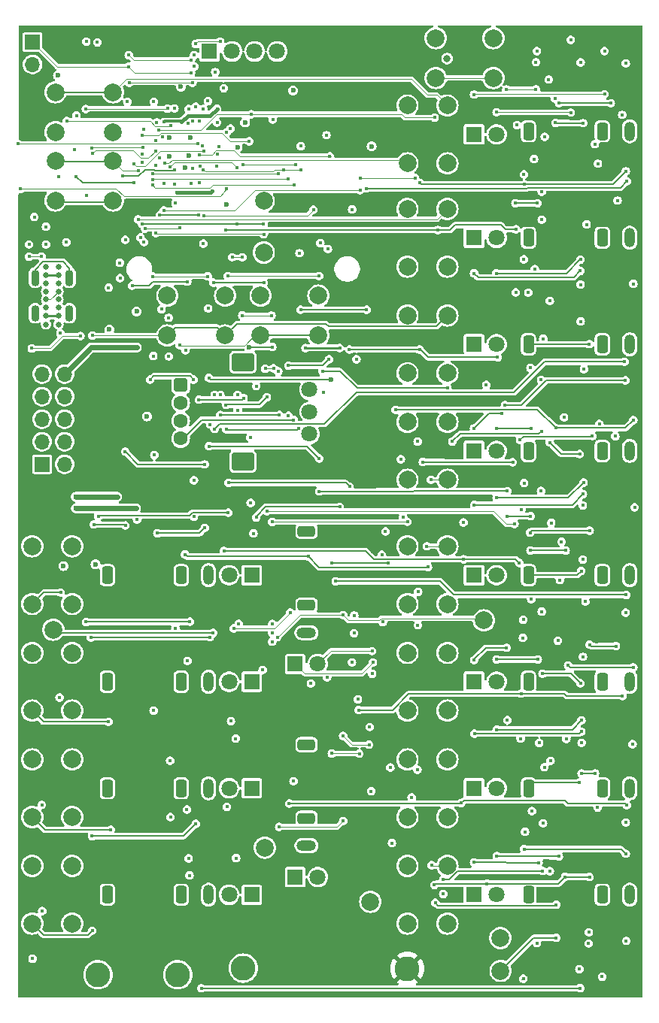
<source format=gbr>
%TF.GenerationSoftware,KiCad,Pcbnew,8.0.5*%
%TF.CreationDate,2025-01-26T22:40:45-08:00*%
%TF.ProjectId,main_board,6d61696e-5f62-46f6-9172-642e6b696361,1.0*%
%TF.SameCoordinates,Original*%
%TF.FileFunction,Copper,L3,Inr*%
%TF.FilePolarity,Positive*%
%FSLAX46Y46*%
G04 Gerber Fmt 4.6, Leading zero omitted, Abs format (unit mm)*
G04 Created by KiCad (PCBNEW 8.0.5) date 2025-01-26 22:40:45*
%MOMM*%
%LPD*%
G01*
G04 APERTURE LIST*
G04 Aperture macros list*
%AMRoundRect*
0 Rectangle with rounded corners*
0 $1 Rounding radius*
0 $2 $3 $4 $5 $6 $7 $8 $9 X,Y pos of 4 corners*
0 Add a 4 corners polygon primitive as box body*
4,1,4,$2,$3,$4,$5,$6,$7,$8,$9,$2,$3,0*
0 Add four circle primitives for the rounded corners*
1,1,$1+$1,$2,$3*
1,1,$1+$1,$4,$5*
1,1,$1+$1,$6,$7*
1,1,$1+$1,$8,$9*
0 Add four rect primitives between the rounded corners*
20,1,$1+$1,$2,$3,$4,$5,0*
20,1,$1+$1,$4,$5,$6,$7,0*
20,1,$1+$1,$6,$7,$8,$9,0*
20,1,$1+$1,$8,$9,$2,$3,0*%
G04 Aperture macros list end*
%TA.AperFunction,ComponentPad*%
%ADD10R,1.800000X1.800000*%
%TD*%
%TA.AperFunction,ComponentPad*%
%ADD11C,1.800000*%
%TD*%
%TA.AperFunction,ComponentPad*%
%ADD12C,2.000000*%
%TD*%
%TA.AperFunction,ComponentPad*%
%ADD13O,1.200000X2.200000*%
%TD*%
%TA.AperFunction,ComponentPad*%
%ADD14RoundRect,0.300000X0.300000X-0.700000X0.300000X0.700000X-0.300000X0.700000X-0.300000X-0.700000X0*%
%TD*%
%TA.AperFunction,ComponentPad*%
%ADD15O,2.200000X1.200000*%
%TD*%
%TA.AperFunction,ComponentPad*%
%ADD16RoundRect,0.300000X-0.700000X-0.300000X0.700000X-0.300000X0.700000X0.300000X-0.700000X0.300000X0*%
%TD*%
%TA.AperFunction,ComponentPad*%
%ADD17RoundRect,0.400000X0.400000X-0.400000X0.400000X0.400000X-0.400000X0.400000X-0.400000X-0.400000X0*%
%TD*%
%TA.AperFunction,ComponentPad*%
%ADD18C,1.600000*%
%TD*%
%TA.AperFunction,ComponentPad*%
%ADD19RoundRect,0.217391X1.032609X0.782609X-1.032609X0.782609X-1.032609X-0.782609X1.032609X-0.782609X0*%
%TD*%
%TA.AperFunction,ComponentPad*%
%ADD20C,0.650000*%
%TD*%
%TA.AperFunction,ComponentPad*%
%ADD21RoundRect,0.360000X-0.090000X0.540000X-0.090000X-0.540000X0.090000X-0.540000X0.090000X0.540000X0*%
%TD*%
%TA.AperFunction,ComponentPad*%
%ADD22C,2.800000*%
%TD*%
%TA.AperFunction,ComponentPad*%
%ADD23R,1.700000X1.700000*%
%TD*%
%TA.AperFunction,ComponentPad*%
%ADD24O,1.700000X1.700000*%
%TD*%
%TA.AperFunction,ViaPad*%
%ADD25C,0.450000*%
%TD*%
%TA.AperFunction,ViaPad*%
%ADD26C,0.600000*%
%TD*%
%TA.AperFunction,ViaPad*%
%ADD27C,0.800000*%
%TD*%
%TA.AperFunction,Conductor*%
%ADD28C,0.100000*%
%TD*%
%TA.AperFunction,Conductor*%
%ADD29C,0.120000*%
%TD*%
%TA.AperFunction,Conductor*%
%ADD30C,0.200000*%
%TD*%
%TA.AperFunction,Conductor*%
%ADD31C,0.400000*%
%TD*%
%TA.AperFunction,Conductor*%
%ADD32C,0.250000*%
%TD*%
%TA.AperFunction,Conductor*%
%ADD33C,0.600000*%
%TD*%
%TA.AperFunction,Conductor*%
%ADD34C,0.300000*%
%TD*%
G04 APERTURE END LIST*
D10*
X101720000Y-124000000D03*
D11*
X104260000Y-124000000D03*
D12*
X103900000Y-56000000D03*
X97400000Y-56000000D03*
X103900000Y-51500000D03*
X97400000Y-51500000D03*
X94220000Y-139250000D03*
X94220000Y-132750000D03*
X98720000Y-139250000D03*
X98720000Y-132750000D03*
X94220000Y-151250000D03*
X94220000Y-144750000D03*
X98720000Y-151250000D03*
X98720000Y-144750000D03*
D13*
X119250000Y-148000000D03*
D14*
X107850000Y-148000000D03*
X116150000Y-148000000D03*
D12*
X94220000Y-65600000D03*
X94220000Y-59100000D03*
X98720000Y-65600000D03*
X98720000Y-59100000D03*
D10*
X101720000Y-62350000D03*
D11*
X104260000Y-62350000D03*
D12*
X94220000Y-127250000D03*
X94220000Y-120750000D03*
X98720000Y-127250000D03*
X98720000Y-120750000D03*
D10*
X101720000Y-148000000D03*
D11*
X104260000Y-148000000D03*
D12*
X61100000Y-62100000D03*
X54600000Y-62100000D03*
X61100000Y-57600000D03*
X54600000Y-57600000D03*
D10*
X101720000Y-74000000D03*
D11*
X104260000Y-74000000D03*
D13*
X119250000Y-62000000D03*
D14*
X107850000Y-62000000D03*
X116150000Y-62000000D03*
D12*
X94220000Y-89250000D03*
X94220000Y-82750000D03*
X98720000Y-89250000D03*
X98720000Y-82750000D03*
D15*
X82870000Y-118480000D03*
D16*
X82870000Y-107080000D03*
X82870000Y-115380000D03*
D12*
X61100000Y-69800000D03*
X54600000Y-69800000D03*
X61100000Y-65300000D03*
X54600000Y-65300000D03*
X52000000Y-151250000D03*
X52000000Y-144750000D03*
X56500000Y-151250000D03*
X56500000Y-144750000D03*
D17*
X68700000Y-90600000D03*
D18*
X68700000Y-96600000D03*
D19*
X75700000Y-88000000D03*
X75700000Y-99200000D03*
D11*
X83200000Y-96100000D03*
X83200000Y-91100000D03*
X83200000Y-93600000D03*
D18*
X68700000Y-92600000D03*
X68700000Y-94600000D03*
D10*
X76690000Y-112000000D03*
D11*
X74150000Y-112000000D03*
D12*
X94220000Y-115250000D03*
X94220000Y-108750000D03*
X98720000Y-115250000D03*
X98720000Y-108750000D03*
X52000000Y-115250000D03*
X52000000Y-108750000D03*
X56500000Y-115250000D03*
X56500000Y-108750000D03*
D10*
X81600000Y-146000000D03*
D11*
X84140000Y-146000000D03*
D15*
X82870000Y-142480000D03*
D16*
X82870000Y-131080000D03*
X82870000Y-139380000D03*
D10*
X81600000Y-122000000D03*
D11*
X84140000Y-122000000D03*
D12*
X52000000Y-139250000D03*
X52000000Y-132750000D03*
X56500000Y-139250000D03*
X56500000Y-132750000D03*
D13*
X119250000Y-112000000D03*
D14*
X107850000Y-112000000D03*
X116150000Y-112000000D03*
D10*
X76690000Y-136000000D03*
D11*
X74150000Y-136000000D03*
D10*
X101720000Y-136000000D03*
D11*
X104260000Y-136000000D03*
D10*
X76690000Y-124000000D03*
D11*
X74150000Y-124000000D03*
D13*
X71850000Y-112000000D03*
D14*
X60450000Y-112000000D03*
X68750000Y-112000000D03*
D10*
X101720000Y-98000000D03*
D11*
X104260000Y-98000000D03*
D13*
X71850000Y-124000000D03*
D14*
X60450000Y-124000000D03*
X68750000Y-124000000D03*
D13*
X71850000Y-136000000D03*
D14*
X60450000Y-136000000D03*
X68750000Y-136000000D03*
D13*
X119250000Y-136000000D03*
D14*
X107850000Y-136000000D03*
X116150000Y-136000000D03*
D12*
X94220000Y-101250000D03*
X94220000Y-94750000D03*
X98720000Y-101250000D03*
X98720000Y-94750000D03*
D10*
X101720000Y-86000000D03*
D11*
X104260000Y-86000000D03*
D13*
X119250000Y-86000000D03*
D14*
X107850000Y-86000000D03*
X116150000Y-86000000D03*
D12*
X94220000Y-77250000D03*
X94220000Y-70750000D03*
X98720000Y-77250000D03*
X98720000Y-70750000D03*
D13*
X119250000Y-124000000D03*
D14*
X107850000Y-124000000D03*
X116150000Y-124000000D03*
D13*
X119250000Y-98000000D03*
D14*
X107850000Y-98000000D03*
X116150000Y-98000000D03*
D13*
X71850000Y-148000000D03*
D14*
X60450000Y-148000000D03*
X68750000Y-148000000D03*
D20*
X54950000Y-77250000D03*
X54950000Y-78200000D03*
X54950000Y-79150000D03*
X54950000Y-80050000D03*
X54950000Y-80950000D03*
X54950000Y-81850000D03*
X54950000Y-82800000D03*
X54950000Y-83750000D03*
X53550000Y-83750000D03*
X53550000Y-82800000D03*
X53550000Y-81850000D03*
X53550000Y-80950000D03*
X53550000Y-80050000D03*
X53550000Y-79150000D03*
X53550000Y-78200000D03*
X53550000Y-77250000D03*
D21*
X56180000Y-78500000D03*
X52320000Y-78500000D03*
X56180000Y-82500000D03*
X52320000Y-82500000D03*
D10*
X71940000Y-53000000D03*
D11*
X74480000Y-53000000D03*
X77020000Y-53000000D03*
X79560000Y-53000000D03*
D12*
X52000000Y-127250000D03*
X52000000Y-120750000D03*
X56500000Y-127250000D03*
X56500000Y-120750000D03*
D13*
X119250000Y-74000000D03*
D14*
X107850000Y-74000000D03*
X116150000Y-74000000D03*
D10*
X101720000Y-112000000D03*
D11*
X104260000Y-112000000D03*
D10*
X76690000Y-148000000D03*
D11*
X74150000Y-148000000D03*
D12*
X77700000Y-80500000D03*
X84200000Y-80500000D03*
X77700000Y-85000000D03*
X84200000Y-85000000D03*
X67200000Y-80500000D03*
X73700000Y-80500000D03*
X67200000Y-85000000D03*
X73700000Y-85000000D03*
D22*
X94210000Y-156320000D03*
D12*
X104680000Y-152870000D03*
X104710000Y-156570000D03*
D22*
X75750000Y-156260000D03*
D12*
X90040000Y-148790000D03*
D23*
X53100000Y-99500000D03*
D24*
X55640000Y-99500000D03*
X53100000Y-96960000D03*
X55640000Y-96960000D03*
X53100000Y-94420000D03*
X55640000Y-94420000D03*
X53100000Y-91880000D03*
X55640000Y-91880000D03*
X53100000Y-89340000D03*
X55640000Y-89340000D03*
D12*
X54370000Y-118140000D03*
X102830000Y-117090000D03*
X78050000Y-69850000D03*
D23*
X52040000Y-51930000D03*
D24*
X52040000Y-54470000D03*
D12*
X78050000Y-75650000D03*
D22*
X59400000Y-157000000D03*
D12*
X78170000Y-142690000D03*
D22*
X68375000Y-157000000D03*
D25*
X66810000Y-70910000D03*
X66810000Y-67840000D03*
X95080000Y-67250000D03*
X88890000Y-67240000D03*
X88890000Y-68650000D03*
X107360000Y-101620000D03*
X111380000Y-112560000D03*
X119800000Y-104350000D03*
X76900000Y-107300000D03*
X89980000Y-129100000D03*
X76530000Y-96500000D03*
D26*
X54890000Y-55710000D03*
X69830000Y-62680000D03*
X75960000Y-61000000D03*
D25*
X111850000Y-94220000D03*
D26*
X90190000Y-63700000D03*
D25*
X58080000Y-51900000D03*
X79000000Y-118490000D03*
X67560000Y-139250000D03*
D26*
X69620000Y-64760000D03*
D25*
X113570000Y-156380000D03*
D26*
X60680000Y-84320000D03*
X75110000Y-63790000D03*
X68720000Y-56990000D03*
D25*
X108800000Y-153450000D03*
X68115000Y-117960000D03*
X91340000Y-109690000D03*
D26*
X73890000Y-70270000D03*
D25*
X118850000Y-153200000D03*
D26*
X64900000Y-94120000D03*
D25*
X52030000Y-155200000D03*
X107320000Y-76430000D03*
X119560000Y-131040000D03*
X93740000Y-105460000D03*
D26*
X81360000Y-57400000D03*
D25*
X71770000Y-58600000D03*
X68120000Y-70070000D03*
X73900000Y-138100000D03*
X95430000Y-113880000D03*
X83360000Y-124200000D03*
X74362500Y-128437500D03*
X55070000Y-125780000D03*
X94700000Y-137040000D03*
X107050000Y-104630000D03*
X92310000Y-133670000D03*
X88650000Y-125980000D03*
D26*
X55500000Y-110960000D03*
D25*
X53070000Y-137870000D03*
X62690000Y-58670000D03*
D26*
X67430000Y-62710000D03*
X69170000Y-66130000D03*
D25*
X109670000Y-62610000D03*
X106420000Y-80160000D03*
X70190000Y-105410000D03*
X109500000Y-85370000D03*
D26*
X67420000Y-64810000D03*
D25*
X63790000Y-105730000D03*
X79020000Y-117490000D03*
X95390000Y-117640000D03*
X53120000Y-149830000D03*
D26*
X59130000Y-110780000D03*
D25*
X113980000Y-121190000D03*
X106960000Y-130420000D03*
X65730000Y-98470000D03*
X74937500Y-143862500D03*
X91450000Y-117270000D03*
X69240000Y-86660000D03*
X77200000Y-90710000D03*
X118810000Y-54340000D03*
X65650000Y-127260000D03*
X74900000Y-130400000D03*
X105470000Y-128330000D03*
X109640000Y-133640000D03*
X73550000Y-57150000D03*
X119650000Y-79180000D03*
X62475000Y-74235000D03*
X114390000Y-72490000D03*
X60600000Y-79610000D03*
X92480000Y-142180000D03*
X80830000Y-94040000D03*
X85390000Y-87680000D03*
X65520000Y-67470000D03*
X80830000Y-88390000D03*
X80810000Y-67390000D03*
X65520000Y-66790000D03*
X79680000Y-89039031D03*
X79680000Y-66790000D03*
X81480000Y-68000000D03*
X65520000Y-68050000D03*
X81400000Y-94500000D03*
X79150000Y-88710000D03*
X74300000Y-61700000D03*
X77925000Y-122675000D03*
X78220000Y-88740000D03*
X67510000Y-132900000D03*
X65900000Y-63010000D03*
X58050000Y-117270000D03*
X71110000Y-63640000D03*
X58745489Y-152045489D03*
X69740000Y-117240000D03*
X70400000Y-140000000D03*
X58738531Y-141400000D03*
X50360000Y-63400000D03*
X60830000Y-140680000D03*
X70600000Y-63360000D03*
X95350000Y-133900000D03*
X84790000Y-91420000D03*
X96530000Y-111080000D03*
X81400000Y-135200000D03*
X58100000Y-69220000D03*
X83080000Y-109900000D03*
X88490000Y-87670000D03*
X64180000Y-73980000D03*
X72800000Y-61000000D03*
X69470000Y-121660000D03*
D27*
X98690000Y-53800000D03*
D25*
X61880000Y-78540000D03*
X72250000Y-68700000D03*
X70200000Y-101310000D03*
X68290000Y-68870000D03*
X59320000Y-51980000D03*
X68000000Y-67960000D03*
X69400000Y-138410000D03*
X79070000Y-60670000D03*
X64400000Y-64600000D03*
X72850000Y-64600000D03*
X56970000Y-60210000D03*
X69700000Y-145820000D03*
X85280000Y-75260000D03*
X88000000Y-70810000D03*
X66000000Y-61000000D03*
X56750000Y-64100000D03*
X54980000Y-67070000D03*
X68000000Y-59430000D03*
X69190000Y-109670000D03*
X80290000Y-66310000D03*
X74680000Y-117990000D03*
X81030000Y-116210000D03*
X82250000Y-66310000D03*
X71260000Y-66370000D03*
X82220000Y-63680000D03*
X85115000Y-62435000D03*
X70810000Y-67790000D03*
X71340000Y-71490000D03*
X86600000Y-104300000D03*
X77200000Y-105500000D03*
X86600000Y-86400000D03*
X75220000Y-117480000D03*
X83640000Y-70830000D03*
X82750000Y-86400000D03*
X69860000Y-67850000D03*
X69600000Y-143900000D03*
D26*
X61550000Y-103170000D03*
X56920000Y-104470000D03*
X61550000Y-104460000D03*
X63675000Y-104475000D03*
X56910000Y-103170000D03*
D25*
X112680000Y-93160000D03*
D26*
X68750000Y-101850000D03*
D25*
X78650000Y-131720000D03*
X113780000Y-55510000D03*
X92870000Y-124360000D03*
X115650000Y-70670000D03*
D26*
X54114000Y-102350000D03*
D25*
X90280000Y-109400000D03*
X113460000Y-105410000D03*
X114610000Y-154760000D03*
X114090000Y-141970000D03*
D26*
X60570000Y-90350000D03*
D25*
X115500000Y-119510000D03*
D26*
X58725000Y-99025000D03*
D25*
X116610000Y-132140000D03*
X115440000Y-93160000D03*
X90280000Y-133380000D03*
X116540000Y-80230000D03*
X116760000Y-105410000D03*
D26*
X56360000Y-86450000D03*
D25*
X87690000Y-86590000D03*
X105200000Y-92860000D03*
X88740000Y-127190000D03*
X118790000Y-116220000D03*
X74058000Y-104958000D03*
X74100000Y-101610000D03*
X59430000Y-105370000D03*
X107340000Y-142850000D03*
X118810000Y-139860000D03*
X87700000Y-102030000D03*
X118810000Y-66500000D03*
X107020000Y-125340000D03*
X118430000Y-125610000D03*
X118810000Y-143380000D03*
X107410000Y-67980000D03*
X104370000Y-87470000D03*
X95600000Y-86590000D03*
X107270000Y-157450000D03*
X95600000Y-67820000D03*
X118750000Y-90060000D03*
X107220000Y-119070000D03*
X60580000Y-128510000D03*
X63450000Y-67820000D03*
X56960000Y-67080000D03*
X71330000Y-64200000D03*
X63450000Y-65680000D03*
X55200000Y-113950489D03*
X50650000Y-68500000D03*
X73880000Y-68430000D03*
X73020000Y-63730000D03*
X75650000Y-82740000D03*
X75650000Y-76190000D03*
X78920000Y-82750000D03*
X73860000Y-62120000D03*
X76575000Y-103850000D03*
X74500000Y-76190000D03*
X61850000Y-76810000D03*
X64580000Y-74480000D03*
D26*
X63754000Y-82296000D03*
X63754000Y-86360000D03*
D25*
X90340000Y-121820000D03*
X90250000Y-120550000D03*
X87980000Y-121820000D03*
X85190000Y-123500000D03*
X71875000Y-89775000D03*
D26*
X85650000Y-89950000D03*
D25*
X118830000Y-114220000D03*
X86150000Y-112690000D03*
X100550000Y-110200000D03*
X73570000Y-109250000D03*
X107260000Y-117020000D03*
X72525000Y-91700000D03*
X106830000Y-110630000D03*
X100530000Y-106050000D03*
X100250000Y-137670000D03*
X118910000Y-137900000D03*
X73175000Y-91700000D03*
X79800000Y-93950000D03*
X73175000Y-93950000D03*
X80910000Y-137710000D03*
X73800000Y-92825000D03*
X78400000Y-91950000D03*
X107450000Y-140910000D03*
X78400000Y-104800000D03*
X106280000Y-106230000D03*
X90260000Y-123100000D03*
X88220000Y-118540000D03*
X53540000Y-72750000D03*
X53540000Y-74750000D03*
X55163000Y-84737000D03*
X52230000Y-71650000D03*
X89620000Y-82100000D03*
X73825000Y-95575000D03*
X82200000Y-82100244D03*
X118920000Y-67640000D03*
X89620000Y-68430000D03*
X81999511Y-95450489D03*
X72024511Y-95025489D03*
X73730000Y-73110000D03*
X106440000Y-73050000D03*
X97650000Y-73110000D03*
X118650000Y-87960000D03*
X72525000Y-95525000D03*
X84300000Y-102550000D03*
X84300000Y-98850000D03*
X71900000Y-97475000D03*
X105470000Y-102540000D03*
X103090000Y-90570000D03*
X72400000Y-79050000D03*
X78060000Y-73610000D03*
X75125000Y-93400000D03*
X78050000Y-79050000D03*
X65920000Y-73470000D03*
X65880000Y-65800000D03*
X78030000Y-72410000D03*
X64340000Y-65520000D03*
X75100000Y-91700000D03*
X64340000Y-72420000D03*
X75000000Y-72410000D03*
X70750000Y-71420000D03*
X66350000Y-71420000D03*
X75775000Y-92050000D03*
X70750000Y-92225000D03*
X66350000Y-65000000D03*
X53030000Y-76120000D03*
X51640000Y-76120000D03*
X51640000Y-74750000D03*
X92050000Y-110670000D03*
X91760000Y-107080000D03*
X85710000Y-110670000D03*
X88810000Y-132100000D03*
X90150000Y-136330000D03*
X85710000Y-132090000D03*
X109330000Y-68800000D03*
X109340000Y-71950000D03*
X108470000Y-65130000D03*
X113720000Y-54240000D03*
X115323000Y-63450000D03*
X115660000Y-65650000D03*
X107330000Y-66860000D03*
X110120000Y-56170000D03*
X113720000Y-83420000D03*
X114090000Y-88800000D03*
X113710000Y-79260000D03*
X110250000Y-81100000D03*
X109270000Y-90000000D03*
X110250000Y-97040000D03*
X113620000Y-98360000D03*
X114260000Y-114970000D03*
X113960000Y-110240000D03*
X113960000Y-104140000D03*
X109340000Y-116100000D03*
X113700000Y-124180000D03*
X109432000Y-123090000D03*
X110410000Y-106110000D03*
X113820000Y-130880000D03*
X113820000Y-134330000D03*
X115635000Y-138175000D03*
X115330000Y-134320000D03*
X109480000Y-139940000D03*
X110330000Y-132910000D03*
X110245000Y-145345000D03*
X64520000Y-61800000D03*
X96400000Y-108750000D03*
X97280000Y-60450000D03*
X66200000Y-61830000D03*
X63910000Y-66450000D03*
X76640000Y-60090000D03*
X63910000Y-71920000D03*
X58770000Y-85010000D03*
X65870000Y-64200000D03*
X58770000Y-64470000D03*
X84650000Y-89000000D03*
X68600000Y-86090000D03*
X58740000Y-63870000D03*
X68590000Y-72880000D03*
X96870000Y-101250000D03*
X64460000Y-63800000D03*
X98720000Y-90930000D03*
X96950000Y-144660000D03*
X64690000Y-72940000D03*
X66870000Y-65600000D03*
X66660000Y-62600000D03*
X79000000Y-86300000D03*
X94230000Y-105990000D03*
X76410000Y-63120000D03*
X79000000Y-106000000D03*
X64390000Y-62440000D03*
D26*
X76400000Y-86300000D03*
D25*
X89910000Y-131090000D03*
X86980000Y-130110000D03*
X113660000Y-158520000D03*
X71020000Y-158530000D03*
X58930000Y-106290000D03*
X71990000Y-118990000D03*
X58600000Y-119020000D03*
X62473000Y-106400000D03*
X72370000Y-118490000D03*
X71400000Y-99512500D03*
X63230000Y-79380000D03*
X71400000Y-106670000D03*
X65262500Y-89962500D03*
X62460000Y-98080000D03*
X66080000Y-107270000D03*
X70150000Y-89975000D03*
X69450000Y-78940000D03*
X116140000Y-157230000D03*
X114620000Y-153490000D03*
X57420000Y-85060000D03*
X51950000Y-86450000D03*
X58030000Y-59480000D03*
X67210000Y-59440000D03*
X71800000Y-81950000D03*
X71250000Y-74650000D03*
X67605000Y-61385000D03*
X55890000Y-60830000D03*
X55830000Y-74510000D03*
X86980000Y-116490000D03*
X79570000Y-118990000D03*
X79780000Y-140360000D03*
X79000000Y-119490000D03*
X86980000Y-139690000D03*
X69870000Y-55390000D03*
X69590000Y-59490000D03*
X62870000Y-54720000D03*
X72590000Y-55320000D03*
X70390000Y-52160000D03*
X71270000Y-59490000D03*
X73150000Y-51890000D03*
X68810000Y-60960000D03*
X66820000Y-60960000D03*
X62190000Y-67030000D03*
X65680000Y-58670000D03*
X72800000Y-59460000D03*
X68050000Y-66350000D03*
X117110000Y-58830000D03*
X95960000Y-99250000D03*
X97260000Y-146900000D03*
X106080000Y-99270000D03*
X111290000Y-58810000D03*
X114720000Y-145990000D03*
X115030000Y-96330000D03*
X114640000Y-152220000D03*
X114730000Y-106980000D03*
X117690000Y-119990000D03*
X103160000Y-146742000D03*
X117620000Y-96360000D03*
X108020000Y-107200000D03*
X106900000Y-96760000D03*
X114720000Y-119830000D03*
X95360000Y-96950000D03*
X111970000Y-145990000D03*
X112020000Y-109230000D03*
X110838000Y-58300000D03*
X119640000Y-94540000D03*
X110920000Y-95430000D03*
X110970000Y-149110000D03*
X93480000Y-98940000D03*
X108060000Y-109230000D03*
X110970000Y-152850000D03*
X97350000Y-148900000D03*
X112300000Y-122170000D03*
X92900000Y-93380000D03*
X119640000Y-122390000D03*
X113990000Y-61075000D03*
X110890000Y-61040000D03*
X67350000Y-83010000D03*
X70400000Y-59240000D03*
X70220000Y-54700000D03*
X70030000Y-56540000D03*
X70020000Y-60830000D03*
X62910000Y-56540000D03*
X67540000Y-65970000D03*
X75010000Y-66100000D03*
X70810000Y-60820000D03*
X70210000Y-53420000D03*
X88230000Y-116540000D03*
X69520000Y-61120000D03*
X69860000Y-53990000D03*
X62850000Y-53420000D03*
X117870000Y-69800000D03*
X118390000Y-60150000D03*
X106380000Y-70100000D03*
X108860000Y-70100000D03*
X106560000Y-61300000D03*
X111150000Y-119380000D03*
X111560000Y-108230000D03*
X109290000Y-95800000D03*
X99280000Y-96940000D03*
X98250000Y-147910000D03*
X109440000Y-145320000D03*
X98240000Y-146290000D03*
X84420000Y-74600000D03*
X85480000Y-64830000D03*
X70770000Y-64620000D03*
X81660000Y-65750000D03*
X82070000Y-75730000D03*
X75690000Y-65750000D03*
X84270000Y-78300000D03*
X74020000Y-78300000D03*
X72760000Y-65902500D03*
X116410000Y-52960000D03*
X101720000Y-57860000D03*
X116410000Y-57820000D03*
X112610000Y-59890000D03*
X104260000Y-59850000D03*
X112610000Y-51690000D03*
X108690000Y-57270000D03*
X105350000Y-57270000D03*
X108690000Y-54220000D03*
X108800000Y-52960000D03*
X113690000Y-76450000D03*
X104240000Y-77990000D03*
X101720000Y-77990000D03*
X113680000Y-77720000D03*
X104260000Y-95510000D03*
X108130000Y-95490000D03*
X108560000Y-77510000D03*
X101720000Y-95450000D03*
X107830000Y-80170000D03*
X104820000Y-93820000D03*
X114050000Y-101580000D03*
X104250000Y-103300000D03*
X101740000Y-104080000D03*
X113970000Y-102870000D03*
X104260000Y-121500000D03*
X108890000Y-121500000D03*
X109250000Y-102510000D03*
X105450000Y-105350000D03*
X108100000Y-105350000D03*
X101730000Y-121540000D03*
X105390000Y-120180000D03*
X113810000Y-128340000D03*
X104270000Y-129390000D03*
X113790000Y-129610000D03*
X101770000Y-129840000D03*
X108990000Y-144370000D03*
X101710000Y-144360000D03*
X109050000Y-130890000D03*
X104270000Y-143630000D03*
X112110000Y-130440000D03*
X111270000Y-143680000D03*
X66550000Y-82050000D03*
X70070000Y-66170000D03*
X67370000Y-87370000D03*
X65580000Y-78360000D03*
X70890000Y-65908226D03*
X71740000Y-78340000D03*
X65621000Y-87320000D03*
X114690000Y-85970000D03*
X115825000Y-94970000D03*
X108065000Y-88650000D03*
X108235000Y-138570000D03*
X113570000Y-135360000D03*
X108145000Y-114710000D03*
X113780000Y-111520000D03*
D28*
X77090000Y-68650000D02*
X74770000Y-70910000D01*
X95080000Y-67250000D02*
X95030000Y-67250000D01*
X88831486Y-68650000D02*
X88831486Y-68650000D01*
X88890000Y-67240000D02*
X95070000Y-67240000D01*
D29*
X97400000Y-56000000D02*
X103900000Y-56000000D01*
D28*
X77090000Y-68650000D02*
X88890000Y-68650000D01*
X74770000Y-70910000D02*
X66810000Y-70910000D01*
X95070000Y-67240000D02*
X95080000Y-67250000D01*
D30*
X54650000Y-69950000D02*
X61150000Y-69950000D01*
D29*
X80810000Y-67390000D02*
X80800000Y-67390000D01*
D30*
X85390000Y-87680000D02*
X84680000Y-88390000D01*
D29*
X65612000Y-67378000D02*
X80798000Y-67378000D01*
D30*
X84680000Y-88390000D02*
X80830000Y-88390000D01*
D29*
X65520000Y-67470000D02*
X65612000Y-67378000D01*
X80798000Y-67378000D02*
X80810000Y-67390000D01*
X65520000Y-66790000D02*
X79680000Y-66790000D01*
X65842000Y-68372000D02*
X71995344Y-68372000D01*
X72367344Y-68000000D02*
X81480000Y-68000000D01*
X65520000Y-68050000D02*
X65842000Y-68372000D01*
X71995344Y-68372000D02*
X72367344Y-68000000D01*
D30*
X71025000Y-94500000D02*
X69200000Y-96400000D01*
D29*
X81480000Y-68000000D02*
X81490000Y-68000000D01*
D30*
X81400000Y-94500000D02*
X71025000Y-94500000D01*
D29*
X78220000Y-88740000D02*
X79120000Y-88740000D01*
X79120000Y-88740000D02*
X79150000Y-88710000D01*
D30*
X70400000Y-140000000D02*
X69000000Y-141400000D01*
X53299511Y-152549511D02*
X52000000Y-151250000D01*
X58241467Y-152549511D02*
X53299511Y-152549511D01*
X69710000Y-117270000D02*
X69740000Y-117240000D01*
X58745489Y-152045489D02*
X58241467Y-152549511D01*
X58050000Y-117270000D02*
X69710000Y-117270000D01*
X69000000Y-141400000D02*
X58738531Y-141400000D01*
X60825000Y-140675000D02*
X53425000Y-140675000D01*
D28*
X50392000Y-63398000D02*
X50394000Y-63398000D01*
X70548000Y-63412000D02*
X64640514Y-63412000D01*
X50360000Y-63400000D02*
X50392000Y-63398000D01*
D30*
X60830000Y-140680000D02*
X60825000Y-140675000D01*
D28*
X70600000Y-63360000D02*
X70548000Y-63412000D01*
X50396000Y-63398000D02*
X50360000Y-63400000D01*
D30*
X53425000Y-140675000D02*
X52000000Y-139250000D01*
D28*
X64626514Y-63398000D02*
X50396000Y-63398000D01*
X64640514Y-63412000D02*
X64626514Y-63398000D01*
D30*
X60835000Y-140675000D02*
X60830000Y-140680000D01*
X83070000Y-109900000D02*
X83050000Y-109880000D01*
D31*
X72250000Y-68700000D02*
X72080000Y-68870000D01*
D30*
X83080000Y-109900000D02*
X69420000Y-109900000D01*
X96530000Y-111080000D02*
X96528000Y-111122000D01*
D31*
X72080000Y-68870000D02*
X68290000Y-68870000D01*
D30*
X96528000Y-111122000D02*
X84302000Y-111122000D01*
X84302000Y-111122000D02*
X83080000Y-109900000D01*
X69420000Y-109900000D02*
X69190000Y-109670000D01*
X83080000Y-109900000D02*
X83070000Y-109900000D01*
D28*
X81030000Y-116210000D02*
X79250000Y-117990000D01*
X80212000Y-66388000D02*
X80290000Y-66310000D01*
X79250000Y-117990000D02*
X74680000Y-117990000D01*
X71260000Y-66370000D02*
X71453000Y-66553000D01*
X71453000Y-66553000D02*
X79140000Y-66553000D01*
X79140000Y-66553000D02*
X79305000Y-66388000D01*
X80290000Y-66310000D02*
X82250000Y-66310000D01*
X79305000Y-66388000D02*
X80212000Y-66388000D01*
D32*
X86600000Y-86400000D02*
X82750000Y-86400000D01*
D30*
X77200000Y-105360775D02*
X78260775Y-104300000D01*
D28*
X82980000Y-71490000D02*
X83640000Y-70830000D01*
D30*
X78260775Y-104300000D02*
X86600000Y-104300000D01*
X77200000Y-105500000D02*
X77200000Y-105360775D01*
D28*
X71340000Y-71490000D02*
X82980000Y-71490000D01*
D33*
X61565000Y-104475000D02*
X61550000Y-104460000D01*
X56920000Y-104470000D02*
X56915000Y-104475000D01*
X56925000Y-104475000D02*
X56920000Y-104470000D01*
X61535000Y-104475000D02*
X56925000Y-104475000D01*
X63675000Y-104475000D02*
X61565000Y-104475000D01*
X61550000Y-103170000D02*
X56910000Y-103170000D01*
X61550000Y-104460000D02*
X61535000Y-104475000D01*
D30*
X112680000Y-93160000D02*
X115440000Y-93160000D01*
X95600000Y-86590000D02*
X95700000Y-86590000D01*
X87280000Y-101610000D02*
X87700000Y-102030000D01*
X118810000Y-66530000D02*
X118810000Y-66500000D01*
X118840000Y-66500000D02*
X118840000Y-66500000D01*
X59522000Y-105278000D02*
X69682775Y-105278000D01*
X92544759Y-127190000D02*
X94380255Y-125354504D01*
X95600000Y-86590000D02*
X87690000Y-86590000D01*
X107410000Y-67980000D02*
X95770000Y-67980000D01*
X96580000Y-87470000D02*
X104370000Y-87470000D01*
X109849225Y-90060000D02*
X118750000Y-90060000D01*
X118810000Y-66500000D02*
X118840000Y-66500000D01*
X107340000Y-142850000D02*
X118280000Y-142850000D01*
X107049225Y-92860000D02*
X109849225Y-90060000D01*
X74100000Y-101610000D02*
X87280000Y-101610000D01*
X59430000Y-105370000D02*
X59522000Y-105278000D01*
X117360000Y-67980000D02*
X118810000Y-66530000D01*
X70002775Y-104958000D02*
X74058000Y-104958000D01*
X107270000Y-157450000D02*
X107168000Y-157552000D01*
X69682775Y-105278000D02*
X70002775Y-104958000D01*
X107410000Y-67980000D02*
X117360000Y-67980000D01*
X94380255Y-125354504D02*
X111885054Y-125354504D01*
X118430000Y-125610000D02*
X118427562Y-125612438D01*
X95700000Y-86590000D02*
X96580000Y-87470000D01*
X95770000Y-67980000D02*
X95600000Y-67820000D01*
X111885054Y-125354504D02*
X112142988Y-125612438D01*
X88740000Y-127190000D02*
X92544759Y-127190000D01*
X112142988Y-125612438D02*
X118430000Y-125610000D01*
X118280000Y-142850000D02*
X118810000Y-143380000D01*
X105200000Y-92860000D02*
X107049225Y-92860000D01*
X95600000Y-67820000D02*
X95670000Y-67880000D01*
X52000000Y-127250000D02*
X53260000Y-128510000D01*
D28*
X63692000Y-65922000D02*
X63450000Y-65680000D01*
X66438514Y-64200000D02*
X64716514Y-65922000D01*
X64716514Y-65922000D02*
X63692000Y-65922000D01*
D30*
X63450000Y-67820000D02*
X57700000Y-67820000D01*
X57700000Y-67820000D02*
X56960000Y-67080000D01*
D28*
X71330000Y-64200000D02*
X66438514Y-64200000D01*
D30*
X53260000Y-128510000D02*
X60580000Y-128510000D01*
D28*
X73880000Y-68430000D02*
X73138000Y-69272000D01*
X61414530Y-68500000D02*
X50650000Y-68500000D01*
D30*
X53299511Y-113950489D02*
X55249511Y-113950489D01*
X52000000Y-115250000D02*
X53299511Y-113950489D01*
D28*
X73138000Y-69272000D02*
X62330000Y-69290000D01*
X62330000Y-69290000D02*
X61414530Y-68500000D01*
X75650000Y-76190000D02*
X75680000Y-76190000D01*
X74500000Y-76190000D02*
X75650000Y-76190000D01*
X78920000Y-82750000D02*
X79010000Y-82750000D01*
X75660000Y-82750000D02*
X78920000Y-82750000D01*
X75650000Y-82740000D02*
X75660000Y-82750000D01*
D33*
X55640000Y-89340000D02*
X58620000Y-86360000D01*
X58620000Y-86360000D02*
X63754000Y-86360000D01*
D29*
X81600000Y-122000000D02*
X82687000Y-123087000D01*
X89073000Y-123087000D02*
X90340000Y-121820000D01*
X82687000Y-123087000D02*
X89073000Y-123087000D01*
X90250000Y-120550000D02*
X85590000Y-120550000D01*
X85590000Y-120550000D02*
X84140000Y-122000000D01*
D30*
X72050000Y-89950000D02*
X85600000Y-89950000D01*
X99425241Y-114220000D02*
X118830000Y-114220000D01*
X97895241Y-112690000D02*
X99425241Y-114220000D01*
X71875000Y-89775000D02*
X72050000Y-89950000D01*
X86150000Y-112690000D02*
X97895241Y-112690000D01*
X73570000Y-109250000D02*
X89490775Y-109250000D01*
X89490775Y-109250000D02*
X90430775Y-110190000D01*
X103120000Y-110190000D02*
X106390000Y-110190000D01*
X90430775Y-110190000D02*
X103120000Y-110190000D01*
X106390000Y-110190000D02*
X106830000Y-110630000D01*
X106830000Y-110630000D02*
X106850000Y-110630000D01*
X100593000Y-137373000D02*
X111919232Y-137373000D01*
X112266232Y-137720000D02*
X118730000Y-137720000D01*
X100250000Y-137716000D02*
X100250000Y-137670000D01*
X80910000Y-137710000D02*
X100256000Y-137710000D01*
X79800000Y-93950000D02*
X73175000Y-93950000D01*
X100296000Y-137670000D02*
X100593000Y-137373000D01*
X100256000Y-137710000D02*
X100250000Y-137716000D01*
X118730000Y-137720000D02*
X118910000Y-137900000D01*
X100250000Y-137670000D02*
X100296000Y-137670000D01*
X111919232Y-137373000D02*
X112266232Y-137720000D01*
D29*
X103900000Y-104800000D02*
X105330000Y-106230000D01*
D30*
X78400000Y-91950000D02*
X77550000Y-92800000D01*
D29*
X105330000Y-106230000D02*
X106280000Y-106230000D01*
X78400000Y-104800000D02*
X103900000Y-104800000D01*
D30*
X77550000Y-92800000D02*
X73800000Y-92800000D01*
D29*
X53550000Y-80950000D02*
X54050000Y-80950000D01*
X54050000Y-80950000D02*
X54950000Y-80050000D01*
D30*
X55478000Y-76698000D02*
X56180000Y-77400000D01*
X53222001Y-76698000D02*
X55478000Y-76698000D01*
X52320000Y-77600001D02*
X53222001Y-76698000D01*
X52320000Y-78500000D02*
X52320000Y-77600001D01*
X56180000Y-77400000D02*
X56180000Y-78500000D01*
X118212000Y-68348000D02*
X118920000Y-67640000D01*
X73924511Y-95674511D02*
X73825000Y-95575000D01*
X107597225Y-68432000D02*
X107681225Y-68348000D01*
X82200244Y-82100000D02*
X82200000Y-82100244D01*
X89680000Y-68432000D02*
X89682000Y-68432000D01*
X89684000Y-68432000D02*
X107597225Y-68432000D01*
X81999511Y-95450489D02*
X81775489Y-95674511D01*
X89620000Y-82100000D02*
X82200244Y-82100000D01*
X81775489Y-95674511D02*
X73924511Y-95674511D01*
X107681225Y-68348000D02*
X118212000Y-68348000D01*
X73825000Y-95575000D02*
X73874511Y-95649511D01*
X89620000Y-68430000D02*
X89684000Y-68432000D01*
X89620000Y-68430000D02*
X89680000Y-68432000D01*
X104763000Y-72563000D02*
X105250000Y-73050000D01*
X73730000Y-73110000D02*
X97650000Y-73110000D01*
X105250000Y-73050000D02*
X106440000Y-73050000D01*
X99553000Y-72563000D02*
X104763000Y-72563000D01*
X97650000Y-73110000D02*
X99006000Y-73110000D01*
X99006000Y-73110000D02*
X99553000Y-72563000D01*
X84883000Y-94973000D02*
X84901118Y-94991118D01*
X106197552Y-91400000D02*
X88492235Y-91400000D01*
X118650000Y-87960000D02*
X118640000Y-87970000D01*
X88492235Y-91400000D02*
X84901118Y-94991118D01*
X72525000Y-95525000D02*
X73077000Y-94973000D01*
X73077000Y-94973000D02*
X84883000Y-94973000D01*
X118660000Y-87970000D02*
X118680000Y-87970000D01*
X118650000Y-87960000D02*
X118660000Y-87970000D01*
X109627552Y-87970000D02*
X106197552Y-91400000D01*
X118640000Y-87970000D02*
X109627552Y-87970000D01*
X71900000Y-97475000D02*
X82925000Y-97475000D01*
X105470000Y-102540000D02*
X84319520Y-102569520D01*
X82925000Y-97475000D02*
X84300000Y-98850000D01*
D28*
X78060000Y-73610000D02*
X78056000Y-73512000D01*
X78056000Y-73512000D02*
X65962000Y-73512000D01*
X65962000Y-73512000D02*
X65920000Y-73470000D01*
X78060000Y-73610000D02*
X78060000Y-73512000D01*
X78060000Y-73512000D02*
X78058000Y-73512000D01*
D30*
X72400000Y-79050000D02*
X78050000Y-79050000D01*
X75000000Y-72410000D02*
X78030000Y-72410000D01*
X75000000Y-72410000D02*
X64340000Y-72420000D01*
X70750000Y-71420000D02*
X66350000Y-71420000D01*
X70750000Y-92225000D02*
X75600000Y-92225000D01*
X75600000Y-92225000D02*
X75775000Y-92050000D01*
D29*
X53030000Y-76120000D02*
X51640000Y-76120000D01*
D32*
X53550000Y-78200000D02*
X54950000Y-78200000D01*
X53550000Y-82800000D02*
X54950000Y-82800000D01*
D30*
X85710000Y-110670000D02*
X92050000Y-110670000D01*
D29*
X85710000Y-132090000D02*
X88800000Y-132090000D01*
X88800000Y-132090000D02*
X88810000Y-132100000D01*
D30*
X111570000Y-98360000D02*
X113620000Y-98360000D01*
X110250000Y-97040000D02*
X111570000Y-98360000D01*
X112610000Y-123090000D02*
X109432000Y-123090000D01*
X113700000Y-124180000D02*
X112610000Y-123090000D01*
X115320000Y-134330000D02*
X115330000Y-134320000D01*
X115330000Y-134320000D02*
X115340000Y-134330000D01*
X113820000Y-134330000D02*
X115320000Y-134330000D01*
D28*
X96493000Y-57923000D02*
X97543000Y-57923000D01*
D30*
X54600000Y-57600000D02*
X61100000Y-57600000D01*
D28*
X97543000Y-57923000D02*
X98720000Y-59100000D01*
X62568000Y-56132000D02*
X94702000Y-56132000D01*
X61100000Y-57600000D02*
X62568000Y-56132000D01*
X61749511Y-58249511D02*
X61100000Y-57600000D01*
X94702000Y-56132000D02*
X96470000Y-57900000D01*
X96400000Y-108750000D02*
X98720000Y-108750000D01*
X96470000Y-57900000D02*
X96493000Y-57923000D01*
D29*
X62200000Y-66450000D02*
X61050000Y-65300000D01*
D28*
X98720000Y-70750000D02*
X97543000Y-71927000D01*
X93545470Y-60090000D02*
X76640000Y-60090000D01*
X97543000Y-71927000D02*
X63907000Y-71927000D01*
X66200000Y-61830000D02*
X66260000Y-61780000D01*
X66240000Y-61780000D02*
X66200000Y-61830000D01*
X72750000Y-60090000D02*
X76640000Y-60090000D01*
X97280000Y-60450000D02*
X93905470Y-60450000D01*
X66200000Y-61830000D02*
X71010000Y-61830000D01*
X71010000Y-61830000D02*
X72750000Y-60090000D01*
X93905470Y-60450000D02*
X93545470Y-60090000D01*
D30*
X54650000Y-65450000D02*
X61150000Y-65450000D01*
D29*
X63910000Y-66450000D02*
X62200000Y-66450000D01*
D30*
X68100000Y-84100000D02*
X71400000Y-84100000D01*
D29*
X59127000Y-64113000D02*
X63330344Y-64113000D01*
D30*
X85056905Y-83700489D02*
X85333416Y-83977000D01*
D29*
X58780000Y-85000000D02*
X67200000Y-85000000D01*
D30*
X73700000Y-85000000D02*
X74999511Y-83700489D01*
D29*
X65058000Y-65012000D02*
X65870000Y-64200000D01*
D30*
X74999511Y-83700489D02*
X85056905Y-83700489D01*
D29*
X58770000Y-85010000D02*
X58780000Y-85000000D01*
D30*
X85333416Y-83977000D02*
X97493000Y-83977000D01*
X67200000Y-85000000D02*
X68100000Y-84100000D01*
D29*
X64229344Y-65012000D02*
X65058000Y-65012000D01*
X58770000Y-64470000D02*
X59127000Y-64113000D01*
X63330344Y-64113000D02*
X64229344Y-65012000D01*
D30*
X72800000Y-84100000D02*
X73700000Y-85000000D01*
X71400000Y-84100000D02*
X72800000Y-84100000D01*
X97493000Y-83977000D02*
X98720000Y-82750000D01*
X98780000Y-90930000D02*
X98710000Y-90940000D01*
D29*
X58740000Y-63800000D02*
X64460000Y-63800000D01*
D28*
X68590000Y-72880000D02*
X68520000Y-72950000D01*
D30*
X86604000Y-89000000D02*
X88544000Y-90940000D01*
D28*
X68600000Y-86090000D02*
X68687000Y-86177000D01*
X96920000Y-144750000D02*
X98720000Y-144750000D01*
X75848420Y-86177000D02*
X77025420Y-85000000D01*
D30*
X88544000Y-90940000D02*
X98690000Y-90940000D01*
D28*
X96870000Y-101250000D02*
X96930000Y-101250000D01*
X64690000Y-72940000D02*
X64680000Y-72950000D01*
X68687000Y-86177000D02*
X75848420Y-86177000D01*
X98720000Y-101250000D02*
X96870000Y-101250000D01*
X64700000Y-72950000D02*
X64690000Y-72940000D01*
X96950000Y-144660000D02*
X96920000Y-144750000D01*
D30*
X98690000Y-90940000D02*
X98780000Y-90930000D01*
X98710000Y-90940000D02*
X98700000Y-90940000D01*
D28*
X77025420Y-85000000D02*
X77700000Y-85000000D01*
X68520000Y-72950000D02*
X64700000Y-72950000D01*
D30*
X77700000Y-85000000D02*
X84200000Y-85000000D01*
X84650000Y-89000000D02*
X86604000Y-89000000D01*
D28*
X66870000Y-65600000D02*
X66860000Y-65600000D01*
X66870000Y-65600000D02*
X66880000Y-65590000D01*
X93890000Y-65270000D02*
X94220000Y-65600000D01*
X67370000Y-65590000D02*
X67790000Y-65270000D01*
X67790000Y-65270000D02*
X93890000Y-65270000D01*
X66880000Y-65590000D02*
X67370000Y-65590000D01*
D29*
X79000000Y-106000000D02*
X94220000Y-106000000D01*
D28*
X73358000Y-62198000D02*
X74280000Y-63120000D01*
X66251486Y-62440000D02*
X66493486Y-62198000D01*
X74280000Y-63120000D02*
X76410000Y-63120000D01*
X64390000Y-62440000D02*
X66251486Y-62440000D01*
D30*
X76400000Y-86300000D02*
X79000000Y-86300000D01*
D29*
X94230000Y-105990000D02*
X94240000Y-106000000D01*
X94220000Y-106000000D02*
X94230000Y-105990000D01*
D28*
X66493486Y-62198000D02*
X73358000Y-62198000D01*
D29*
X87960000Y-131090000D02*
X89910000Y-131090000D01*
X86980000Y-130110000D02*
X87960000Y-131090000D01*
D30*
X62363000Y-106290000D02*
X62473000Y-106400000D01*
X71990000Y-118990000D02*
X58600000Y-119020000D01*
X58930000Y-106290000D02*
X62363000Y-106290000D01*
X71020000Y-158530000D02*
X113650000Y-158530000D01*
X71400000Y-99512500D02*
X63882500Y-99512500D01*
X54720000Y-118490000D02*
X54370000Y-118140000D01*
X63882500Y-99512500D02*
X62480000Y-98110000D01*
X65153603Y-79380000D02*
X65593603Y-78940000D01*
X65652000Y-89573000D02*
X65262500Y-89962500D01*
X66080000Y-107270000D02*
X70800000Y-107270000D01*
X72370000Y-118490000D02*
X54720000Y-118490000D01*
X63230000Y-79380000D02*
X65153603Y-79380000D01*
X70150000Y-89975000D02*
X69748000Y-89573000D01*
X65593603Y-78940000D02*
X69450000Y-78940000D01*
X69748000Y-89573000D02*
X65652000Y-89573000D01*
X63230000Y-79350000D02*
X63230000Y-79380000D01*
X63200000Y-79380000D02*
X63230000Y-79350000D01*
X63230000Y-79380000D02*
X63200000Y-79380000D01*
X70800000Y-107270000D02*
X71400000Y-106670000D01*
D28*
X54015686Y-86450000D02*
X55405686Y-85060000D01*
X67170000Y-59480000D02*
X67210000Y-59440000D01*
X58030000Y-59480000D02*
X67170000Y-59480000D01*
X55405686Y-85060000D02*
X57420000Y-85060000D01*
X51950000Y-86450000D02*
X54015686Y-86450000D01*
X65833486Y-61402000D02*
X65261486Y-60830000D01*
X65261486Y-60830000D02*
X55890000Y-60830000D01*
X67605000Y-61385000D02*
X67588000Y-61402000D01*
X67588000Y-61402000D02*
X65833486Y-61402000D01*
D29*
X86980000Y-116490000D02*
X87589344Y-117099344D01*
X82140000Y-116490000D02*
X86980000Y-116490000D01*
X91279344Y-116858000D02*
X102598000Y-116858000D01*
X79570000Y-118990000D02*
X82140000Y-116490000D01*
X102598000Y-116858000D02*
X102830000Y-117090000D01*
X91038000Y-117099344D02*
X91279344Y-116858000D01*
X87589344Y-117099344D02*
X91038000Y-117099344D01*
X86310000Y-140360000D02*
X79780000Y-140360000D01*
X86980000Y-139690000D02*
X86310000Y-140360000D01*
X54830000Y-54720000D02*
X62870000Y-54720000D01*
X69870000Y-55390000D02*
X63540000Y-55390000D01*
X63540000Y-55390000D02*
X62870000Y-54720000D01*
X52040000Y-51930000D02*
X54830000Y-54720000D01*
X73150000Y-51890000D02*
X70660000Y-51890000D01*
X70660000Y-51890000D02*
X70390000Y-52160000D01*
D30*
X65791225Y-66422000D02*
X65699225Y-66330000D01*
D34*
X68720000Y-60870000D02*
X66910000Y-60870000D01*
D31*
X69502000Y-60268000D02*
X71992000Y-60268000D01*
D30*
X63969225Y-67030000D02*
X62190000Y-67030000D01*
D34*
X66910000Y-60870000D02*
X66820000Y-60960000D01*
D30*
X64669225Y-66330000D02*
X63969225Y-67030000D01*
D31*
X68810000Y-60960000D02*
X69502000Y-60268000D01*
D30*
X67978000Y-66422000D02*
X65791225Y-66422000D01*
X65699225Y-66330000D02*
X64669225Y-66330000D01*
X68050000Y-66350000D02*
X67978000Y-66422000D01*
D31*
X71992000Y-60268000D02*
X72800000Y-59460000D01*
D34*
X68810000Y-60960000D02*
X68720000Y-60870000D01*
D30*
X106900000Y-96760000D02*
X107272241Y-96387759D01*
X111970000Y-145990000D02*
X111218000Y-146742000D01*
X111290000Y-58810000D02*
X117090000Y-58810000D01*
X103160000Y-146742000D02*
X97418000Y-146742000D01*
X117690000Y-119990000D02*
X114880000Y-119990000D01*
X114730000Y-106980000D02*
X108240000Y-106980000D01*
X111218000Y-146742000D02*
X103160000Y-146742000D01*
X114820000Y-146090000D02*
X114720000Y-145990000D01*
X108240000Y-106980000D02*
X108020000Y-107200000D01*
X97418000Y-146742000D02*
X97260000Y-146900000D01*
X107272241Y-96387759D02*
X114972241Y-96387759D01*
X114880000Y-119990000D02*
X114720000Y-119830000D01*
X95960000Y-99250000D02*
X106080000Y-99270000D01*
X114972241Y-96387759D02*
X115030000Y-96330000D01*
X117090000Y-58810000D02*
X117110000Y-58830000D01*
X111970000Y-145990000D02*
X114720000Y-145990000D01*
X113990000Y-61075000D02*
X110910000Y-61065000D01*
X92900000Y-93380000D02*
X95602000Y-93368000D01*
X95602000Y-93368000D02*
X108858000Y-93368000D01*
X108430000Y-152850000D02*
X110970000Y-152850000D01*
X97350000Y-148900000D02*
X97677000Y-149227000D01*
X108858000Y-93368000D02*
X110920000Y-95430000D01*
X112520000Y-122390000D02*
X112300000Y-122170000D01*
X119640000Y-122390000D02*
X112520000Y-122390000D01*
X110920000Y-95430000D02*
X118750000Y-95430000D01*
X104710000Y-156570000D02*
X108430000Y-152850000D01*
X97677000Y-149227000D02*
X110853000Y-149227000D01*
X110853000Y-149227000D02*
X110970000Y-149110000D01*
X112020000Y-109230000D02*
X108060000Y-109230000D01*
X118750000Y-95430000D02*
X119640000Y-94540000D01*
D28*
X70003000Y-56513000D02*
X62937000Y-56513000D01*
X70030000Y-56540000D02*
X70003000Y-56513000D01*
X62937000Y-56513000D02*
X62910000Y-56540000D01*
X75010000Y-66100000D02*
X74480000Y-65500000D01*
X74480000Y-65500000D02*
X68000000Y-65500000D01*
X68000000Y-65500000D02*
X67510000Y-65990000D01*
X63420000Y-53990000D02*
X69860000Y-53990000D01*
X62850000Y-53420000D02*
X63420000Y-53990000D01*
D30*
X106380000Y-70100000D02*
X108860000Y-70100000D01*
X109029241Y-96060759D02*
X109290000Y-95800000D01*
X99280000Y-96940000D02*
X100159241Y-96060759D01*
X99280000Y-96940000D02*
X99300000Y-96940000D01*
X100159241Y-96060759D02*
X109029241Y-96060759D01*
X109440000Y-145320000D02*
X99885241Y-145320000D01*
X98915241Y-146290000D02*
X98240000Y-146290000D01*
X99885241Y-145320000D02*
X98915241Y-146290000D01*
D29*
X74738000Y-64188000D02*
X75390000Y-64840000D01*
X72247344Y-64620000D02*
X72679344Y-64188000D01*
X85480000Y-64830000D02*
X85490000Y-64840000D01*
X70770000Y-64620000D02*
X72247344Y-64620000D01*
X85490000Y-64840000D02*
X85620000Y-64840000D01*
X85470000Y-64840000D02*
X85480000Y-64830000D01*
X72679344Y-64188000D02*
X74738000Y-64188000D01*
X75390000Y-64840000D02*
X85470000Y-64840000D01*
X75690000Y-65750000D02*
X81600000Y-65750000D01*
X84270000Y-78300000D02*
X84220000Y-78300000D01*
X74020000Y-78300000D02*
X84270000Y-78300000D01*
X101720000Y-57860000D02*
X101760000Y-57820000D01*
X101760000Y-57820000D02*
X116410000Y-57820000D01*
X112610000Y-59890000D02*
X112570000Y-59850000D01*
X112570000Y-59850000D02*
X104260000Y-59850000D01*
X105350000Y-57270000D02*
X108690000Y-57270000D01*
X108690000Y-57270000D02*
X108680000Y-57270000D01*
D30*
X113690000Y-76450000D02*
X113670000Y-76450000D01*
X113670000Y-76450000D02*
X112130000Y-77990000D01*
X112130000Y-77990000D02*
X104240000Y-77990000D01*
X101720000Y-77990000D02*
X101750000Y-78020000D01*
X113680000Y-77720000D02*
X112947000Y-78453000D01*
X112947000Y-78453000D02*
X102560000Y-78453000D01*
X102183000Y-78453000D02*
X101720000Y-77990000D01*
X102560000Y-78453000D02*
X102183000Y-78453000D01*
X104260000Y-95510000D02*
X104260000Y-95500000D01*
X108130000Y-95490000D02*
X104260000Y-95510000D01*
X104820000Y-93820000D02*
X103440000Y-93800000D01*
X101720000Y-95450000D02*
X101720000Y-95500000D01*
X103440000Y-93800000D02*
X101720000Y-95450000D01*
X114050000Y-101580000D02*
X112270000Y-103300000D01*
X112270000Y-103300000D02*
X104250000Y-103300000D01*
X113970000Y-102870000D02*
X112760000Y-104080000D01*
X112760000Y-104080000D02*
X101740000Y-104080000D01*
X108980000Y-121500000D02*
X104260000Y-121500000D01*
X101720000Y-121500000D02*
X103040000Y-120180000D01*
X105450000Y-105350000D02*
X108100000Y-105350000D01*
X103040000Y-120180000D02*
X105390000Y-120180000D01*
X113810000Y-128340000D02*
X112760000Y-129390000D01*
X104270000Y-129390000D02*
X104280000Y-129390000D01*
X112760000Y-129390000D02*
X104270000Y-129390000D01*
X101770000Y-129840000D02*
X101790000Y-129840000D01*
X113558000Y-129842000D02*
X113790000Y-129610000D01*
X101770000Y-129840000D02*
X101772000Y-129842000D01*
X101772000Y-129842000D02*
X113558000Y-129842000D01*
X101710000Y-144360000D02*
X101700000Y-144370000D01*
X108990000Y-144370000D02*
X101710000Y-144360000D01*
X111270000Y-143680000D02*
X104270000Y-143630000D01*
X104270000Y-143630000D02*
X104280000Y-143630000D01*
D28*
X65580000Y-78360000D02*
X65590000Y-78360000D01*
X71690000Y-78360000D02*
X65580000Y-78360000D01*
D30*
X114660000Y-86000000D02*
X114690000Y-85970000D01*
X107850000Y-86000000D02*
X114660000Y-86000000D01*
X108490000Y-135360000D02*
X113570000Y-135360000D01*
X107850000Y-136000000D02*
X108490000Y-135360000D01*
X113780000Y-111520000D02*
X113300000Y-112000000D01*
X113300000Y-112000000D02*
X107850000Y-112000000D01*
%TA.AperFunction,Conductor*%
G36*
X97075514Y-50070002D02*
G01*
X97122007Y-50123658D01*
X97132111Y-50193932D01*
X97102617Y-50258512D01*
X97042891Y-50296896D01*
X97040042Y-50297696D01*
X96994452Y-50309912D01*
X96969296Y-50316653D01*
X96969293Y-50316654D01*
X96770353Y-50409421D01*
X96590546Y-50535323D01*
X96590540Y-50535328D01*
X96435328Y-50690540D01*
X96435323Y-50690546D01*
X96309421Y-50870353D01*
X96216654Y-51069293D01*
X96216653Y-51069297D01*
X96159839Y-51281326D01*
X96140708Y-51500000D01*
X96159839Y-51718674D01*
X96171856Y-51763520D01*
X96216652Y-51930700D01*
X96216654Y-51930706D01*
X96309421Y-52129646D01*
X96426234Y-52296473D01*
X96435326Y-52309457D01*
X96590543Y-52464674D01*
X96770354Y-52590579D01*
X96969297Y-52683347D01*
X97181326Y-52740161D01*
X97400000Y-52759292D01*
X97618674Y-52740161D01*
X97830703Y-52683347D01*
X98029646Y-52590579D01*
X98209457Y-52464674D01*
X98364674Y-52309457D01*
X98490579Y-52129646D01*
X98583347Y-51930703D01*
X98640161Y-51718674D01*
X98659292Y-51500000D01*
X98640161Y-51281326D01*
X98583347Y-51069297D01*
X98490579Y-50870354D01*
X98364674Y-50690543D01*
X98209457Y-50535326D01*
X98029646Y-50409421D01*
X97830706Y-50316654D01*
X97830703Y-50316653D01*
X97759993Y-50297706D01*
X97699373Y-50260755D01*
X97668351Y-50196894D01*
X97676780Y-50126400D01*
X97721983Y-50071653D01*
X97789609Y-50050036D01*
X97792607Y-50050000D01*
X103507393Y-50050000D01*
X103575514Y-50070002D01*
X103622007Y-50123658D01*
X103632111Y-50193932D01*
X103602617Y-50258512D01*
X103542891Y-50296896D01*
X103540042Y-50297696D01*
X103494452Y-50309912D01*
X103469296Y-50316653D01*
X103469293Y-50316654D01*
X103270353Y-50409421D01*
X103090546Y-50535323D01*
X103090540Y-50535328D01*
X102935328Y-50690540D01*
X102935323Y-50690546D01*
X102809421Y-50870353D01*
X102716654Y-51069293D01*
X102716653Y-51069297D01*
X102659839Y-51281326D01*
X102640708Y-51500000D01*
X102659839Y-51718674D01*
X102671856Y-51763520D01*
X102716652Y-51930700D01*
X102716654Y-51930706D01*
X102809421Y-52129646D01*
X102926234Y-52296473D01*
X102935326Y-52309457D01*
X103090543Y-52464674D01*
X103270354Y-52590579D01*
X103469297Y-52683347D01*
X103681326Y-52740161D01*
X103900000Y-52759292D01*
X104118674Y-52740161D01*
X104330703Y-52683347D01*
X104529646Y-52590579D01*
X104709457Y-52464674D01*
X104864674Y-52309457D01*
X104990579Y-52129646D01*
X105083347Y-51930703D01*
X105140161Y-51718674D01*
X105142670Y-51689996D01*
X112125569Y-51689996D01*
X112125569Y-51690003D01*
X112145190Y-51826473D01*
X112145192Y-51826480D01*
X112177898Y-51898097D01*
X112202471Y-51951903D01*
X112226817Y-51980000D01*
X112292766Y-52056110D01*
X112350762Y-52093381D01*
X112408760Y-52130654D01*
X112541058Y-52169500D01*
X112541061Y-52169500D01*
X112678939Y-52169500D01*
X112678942Y-52169500D01*
X112811240Y-52130654D01*
X112927235Y-52056109D01*
X113017529Y-51951903D01*
X113074808Y-51826480D01*
X113079494Y-51793889D01*
X113094431Y-51690003D01*
X113094431Y-51689996D01*
X113074809Y-51553526D01*
X113074808Y-51553525D01*
X113074808Y-51553520D01*
X113017529Y-51428097D01*
X112927235Y-51323891D01*
X112927234Y-51323890D01*
X112927233Y-51323889D01*
X112811240Y-51249346D01*
X112678947Y-51210501D01*
X112678944Y-51210500D01*
X112678942Y-51210500D01*
X112541058Y-51210500D01*
X112541056Y-51210500D01*
X112541052Y-51210501D01*
X112408759Y-51249346D01*
X112292766Y-51323889D01*
X112202470Y-51428098D01*
X112145192Y-51553519D01*
X112145190Y-51553526D01*
X112125569Y-51689996D01*
X105142670Y-51689996D01*
X105159292Y-51500000D01*
X105140161Y-51281326D01*
X105083347Y-51069297D01*
X104990579Y-50870354D01*
X104864674Y-50690543D01*
X104709457Y-50535326D01*
X104529646Y-50409421D01*
X104330706Y-50316654D01*
X104330703Y-50316653D01*
X104259993Y-50297706D01*
X104199373Y-50260755D01*
X104168351Y-50196894D01*
X104176780Y-50126400D01*
X104221983Y-50071653D01*
X104289609Y-50050036D01*
X104292607Y-50050000D01*
X120524000Y-50050000D01*
X120592121Y-50070002D01*
X120638614Y-50123658D01*
X120650000Y-50176000D01*
X120650000Y-159474000D01*
X120629998Y-159542121D01*
X120576342Y-159588614D01*
X120524000Y-159600000D01*
X50526058Y-159600000D01*
X50457937Y-159579998D01*
X50411444Y-159526342D01*
X50400058Y-159473942D01*
X50401187Y-157000000D01*
X57740384Y-157000000D01*
X57758918Y-157235498D01*
X57760817Y-157259620D01*
X57821610Y-157512848D01*
X57921228Y-157753345D01*
X57921271Y-157753450D01*
X58029154Y-157929500D01*
X58057343Y-157975499D01*
X58057344Y-157975501D01*
X58226473Y-158173526D01*
X58424498Y-158342655D01*
X58424502Y-158342658D01*
X58646550Y-158478729D01*
X58887150Y-158578389D01*
X59140379Y-158639183D01*
X59400000Y-158659616D01*
X59659621Y-158639183D01*
X59912850Y-158578389D01*
X60153450Y-158478729D01*
X60375498Y-158342658D01*
X60573526Y-158173526D01*
X60742658Y-157975498D01*
X60878729Y-157753450D01*
X60978389Y-157512850D01*
X61039183Y-157259621D01*
X61059616Y-157000000D01*
X66715384Y-157000000D01*
X66733918Y-157235498D01*
X66735817Y-157259620D01*
X66796610Y-157512848D01*
X66896228Y-157753345D01*
X66896271Y-157753450D01*
X67004154Y-157929500D01*
X67032343Y-157975499D01*
X67032344Y-157975501D01*
X67201473Y-158173526D01*
X67399498Y-158342655D01*
X67399502Y-158342658D01*
X67621550Y-158478729D01*
X67862150Y-158578389D01*
X68115379Y-158639183D01*
X68375000Y-158659616D01*
X68634621Y-158639183D01*
X68887850Y-158578389D01*
X69004681Y-158529996D01*
X70535569Y-158529996D01*
X70535569Y-158530003D01*
X70555190Y-158666473D01*
X70555192Y-158666480D01*
X70612471Y-158791903D01*
X70692706Y-158884500D01*
X70702766Y-158896110D01*
X70760762Y-158933381D01*
X70818760Y-158970654D01*
X70951058Y-159009500D01*
X70951061Y-159009500D01*
X71088939Y-159009500D01*
X71088942Y-159009500D01*
X71221240Y-158970654D01*
X71287990Y-158927756D01*
X71324176Y-158904502D01*
X71392296Y-158884500D01*
X113303264Y-158884500D01*
X113371383Y-158904500D01*
X113458760Y-158960654D01*
X113591058Y-158999500D01*
X113591061Y-158999500D01*
X113728939Y-158999500D01*
X113728942Y-158999500D01*
X113861240Y-158960654D01*
X113977235Y-158886109D01*
X114067529Y-158781903D01*
X114124808Y-158656480D01*
X114142993Y-158530003D01*
X114144431Y-158520003D01*
X114144431Y-158519996D01*
X114124809Y-158383526D01*
X114124808Y-158383525D01*
X114124808Y-158383520D01*
X114067529Y-158258097D01*
X113977235Y-158153891D01*
X113977234Y-158153890D01*
X113977233Y-158153889D01*
X113861240Y-158079346D01*
X113728947Y-158040501D01*
X113728944Y-158040500D01*
X113728942Y-158040500D01*
X113591058Y-158040500D01*
X113591056Y-158040500D01*
X113591052Y-158040501D01*
X113458759Y-158079346D01*
X113340264Y-158155498D01*
X113272144Y-158175500D01*
X107377493Y-158175500D01*
X107309372Y-158155498D01*
X107270000Y-158110060D01*
X107230628Y-158155498D01*
X107162508Y-158175500D01*
X95286798Y-158175500D01*
X95218677Y-158155498D01*
X95172184Y-158101842D01*
X95162080Y-158031568D01*
X95191574Y-157966988D01*
X95226414Y-157938912D01*
X95244175Y-157929213D01*
X95367605Y-157836814D01*
X94568294Y-157037503D01*
X94588942Y-157028951D01*
X94719970Y-156941401D01*
X94831401Y-156829970D01*
X94918951Y-156698942D01*
X94927503Y-156678294D01*
X95726814Y-157477605D01*
X95819212Y-157354177D01*
X95950011Y-157114636D01*
X96045391Y-156858911D01*
X96045391Y-156858910D01*
X96103403Y-156592233D01*
X96104993Y-156570000D01*
X103450708Y-156570000D01*
X103469839Y-156788674D01*
X103488659Y-156858910D01*
X103526652Y-157000700D01*
X103526654Y-157000706D01*
X103619421Y-157199646D01*
X103736234Y-157366473D01*
X103745326Y-157379457D01*
X103900543Y-157534674D01*
X104080354Y-157660579D01*
X104279297Y-157753347D01*
X104491326Y-157810161D01*
X104710000Y-157829292D01*
X104928674Y-157810161D01*
X105140703Y-157753347D01*
X105339646Y-157660579D01*
X105519457Y-157534674D01*
X105604135Y-157449996D01*
X106785569Y-157449996D01*
X106785569Y-157450003D01*
X106805191Y-157586478D01*
X106805192Y-157586480D01*
X106813021Y-157603624D01*
X106820112Y-157623350D01*
X106837657Y-157688828D01*
X106837658Y-157688831D01*
X106837659Y-157688832D01*
X106884329Y-157769668D01*
X106884331Y-157769670D01*
X106884334Y-157769674D01*
X106950325Y-157835665D01*
X106950330Y-157835669D01*
X106950332Y-157835671D01*
X106950333Y-157835672D01*
X106950335Y-157835673D01*
X107031166Y-157882340D01*
X107031168Y-157882341D01*
X107076936Y-157894604D01*
X107129306Y-157908638D01*
X107129276Y-157908748D01*
X107133229Y-157909583D01*
X107198007Y-157928604D01*
X107257733Y-157966988D01*
X107270000Y-157993850D01*
X107282269Y-157966988D01*
X107341994Y-157928604D01*
X107372607Y-157919615D01*
X107471240Y-157890654D01*
X107587235Y-157816109D01*
X107677529Y-157711903D01*
X107734808Y-157586480D01*
X107735098Y-157584460D01*
X107754431Y-157450003D01*
X107754431Y-157449996D01*
X107734809Y-157313526D01*
X107734808Y-157313525D01*
X107734808Y-157313520D01*
X107696664Y-157229996D01*
X115655569Y-157229996D01*
X115655569Y-157230003D01*
X115675190Y-157366473D01*
X115675192Y-157366480D01*
X115732471Y-157491903D01*
X115814420Y-157586478D01*
X115822766Y-157596110D01*
X115834449Y-157603618D01*
X115938760Y-157670654D01*
X116071058Y-157709500D01*
X116071061Y-157709500D01*
X116208939Y-157709500D01*
X116208942Y-157709500D01*
X116341240Y-157670654D01*
X116457235Y-157596109D01*
X116547529Y-157491903D01*
X116604808Y-157366480D01*
X116606577Y-157354177D01*
X116624431Y-157230003D01*
X116624431Y-157229996D01*
X116604809Y-157093526D01*
X116604808Y-157093525D01*
X116604808Y-157093520D01*
X116547529Y-156968097D01*
X116457235Y-156863891D01*
X116457234Y-156863890D01*
X116457233Y-156863889D01*
X116341240Y-156789346D01*
X116208947Y-156750501D01*
X116208944Y-156750500D01*
X116208942Y-156750500D01*
X116071058Y-156750500D01*
X116071056Y-156750500D01*
X116071052Y-156750501D01*
X115938759Y-156789346D01*
X115822766Y-156863889D01*
X115732470Y-156968098D01*
X115675192Y-157093519D01*
X115675190Y-157093526D01*
X115655569Y-157229996D01*
X107696664Y-157229996D01*
X107677529Y-157188097D01*
X107587235Y-157083891D01*
X107587234Y-157083890D01*
X107587233Y-157083889D01*
X107471240Y-157009346D01*
X107338947Y-156970501D01*
X107338944Y-156970500D01*
X107338942Y-156970500D01*
X107201058Y-156970500D01*
X107201056Y-156970500D01*
X107201052Y-156970501D01*
X107068759Y-157009346D01*
X106952766Y-157083889D01*
X106862470Y-157188098D01*
X106805192Y-157313519D01*
X106805190Y-157313526D01*
X106785569Y-157449996D01*
X105604135Y-157449996D01*
X105674674Y-157379457D01*
X105800579Y-157199646D01*
X105893347Y-157000703D01*
X105950161Y-156788674D01*
X105969292Y-156570000D01*
X105952669Y-156379996D01*
X113085569Y-156379996D01*
X113085569Y-156380003D01*
X113105190Y-156516473D01*
X113105192Y-156516480D01*
X113162471Y-156641903D01*
X113211895Y-156698942D01*
X113252766Y-156746110D01*
X113259599Y-156750501D01*
X113368760Y-156820654D01*
X113501058Y-156859500D01*
X113501061Y-156859500D01*
X113638939Y-156859500D01*
X113638942Y-156859500D01*
X113771240Y-156820654D01*
X113887235Y-156746109D01*
X113977529Y-156641903D01*
X114034808Y-156516480D01*
X114054431Y-156380000D01*
X114054431Y-156379996D01*
X114034809Y-156243526D01*
X114034808Y-156243525D01*
X114034808Y-156243520D01*
X113977529Y-156118097D01*
X113887235Y-156013891D01*
X113887234Y-156013890D01*
X113887233Y-156013889D01*
X113771240Y-155939346D01*
X113638947Y-155900501D01*
X113638944Y-155900500D01*
X113638942Y-155900500D01*
X113501058Y-155900500D01*
X113501056Y-155900500D01*
X113501052Y-155900501D01*
X113368759Y-155939346D01*
X113252766Y-156013889D01*
X113162470Y-156118098D01*
X113105192Y-156243519D01*
X113105190Y-156243526D01*
X113085569Y-156379996D01*
X105952669Y-156379996D01*
X105950161Y-156351326D01*
X105893347Y-156139297D01*
X105850712Y-156047867D01*
X105840052Y-155977678D01*
X105869032Y-155912865D01*
X105875801Y-155905536D01*
X108162876Y-153618460D01*
X108225186Y-153584437D01*
X108296001Y-153589501D01*
X108352837Y-153632048D01*
X108366580Y-153655210D01*
X108392471Y-153711903D01*
X108427131Y-153751903D01*
X108482766Y-153816110D01*
X108511648Y-153834671D01*
X108598760Y-153890654D01*
X108731058Y-153929500D01*
X108731061Y-153929500D01*
X108868939Y-153929500D01*
X108868942Y-153929500D01*
X109001240Y-153890654D01*
X109117235Y-153816109D01*
X109207529Y-153711903D01*
X109264808Y-153586480D01*
X109277293Y-153499646D01*
X109278681Y-153489996D01*
X114135569Y-153489996D01*
X114135569Y-153490003D01*
X114155190Y-153626473D01*
X114155192Y-153626480D01*
X114194203Y-153711903D01*
X114212471Y-153751903D01*
X114302765Y-153856109D01*
X114302766Y-153856110D01*
X114356517Y-153890653D01*
X114418760Y-153930654D01*
X114551058Y-153969500D01*
X114551061Y-153969500D01*
X114688939Y-153969500D01*
X114688942Y-153969500D01*
X114821240Y-153930654D01*
X114937235Y-153856109D01*
X115027529Y-153751903D01*
X115084808Y-153626480D01*
X115093488Y-153566109D01*
X115104431Y-153490003D01*
X115104431Y-153489996D01*
X115084809Y-153353526D01*
X115084808Y-153353525D01*
X115084808Y-153353520D01*
X115027529Y-153228097D01*
X115003180Y-153199996D01*
X118365569Y-153199996D01*
X118365569Y-153200003D01*
X118385190Y-153336473D01*
X118385192Y-153336480D01*
X118442471Y-153461903D01*
X118532765Y-153566109D01*
X118532766Y-153566110D01*
X118561284Y-153584437D01*
X118648760Y-153640654D01*
X118781058Y-153679500D01*
X118781061Y-153679500D01*
X118918939Y-153679500D01*
X118918942Y-153679500D01*
X119051240Y-153640654D01*
X119167235Y-153566109D01*
X119257529Y-153461903D01*
X119314808Y-153336480D01*
X119319952Y-153300703D01*
X119334431Y-153200003D01*
X119334431Y-153199996D01*
X119314809Y-153063526D01*
X119314808Y-153063525D01*
X119314808Y-153063520D01*
X119257529Y-152938097D01*
X119167235Y-152833891D01*
X119167234Y-152833890D01*
X119167233Y-152833889D01*
X119051240Y-152759346D01*
X118918947Y-152720501D01*
X118918944Y-152720500D01*
X118918942Y-152720500D01*
X118781058Y-152720500D01*
X118781056Y-152720500D01*
X118781052Y-152720501D01*
X118648759Y-152759346D01*
X118532766Y-152833889D01*
X118442470Y-152938098D01*
X118385192Y-153063519D01*
X118385190Y-153063526D01*
X118365569Y-153199996D01*
X115003180Y-153199996D01*
X114937235Y-153123891D01*
X114937234Y-153123890D01*
X114937233Y-153123889D01*
X114821240Y-153049346D01*
X114688947Y-153010501D01*
X114688944Y-153010500D01*
X114688942Y-153010500D01*
X114551058Y-153010500D01*
X114551056Y-153010500D01*
X114551052Y-153010501D01*
X114418759Y-153049346D01*
X114302766Y-153123889D01*
X114212470Y-153228098D01*
X114155192Y-153353519D01*
X114155190Y-153353526D01*
X114135569Y-153489996D01*
X109278681Y-153489996D01*
X109284431Y-153450003D01*
X109284431Y-153449996D01*
X109269828Y-153348432D01*
X109279931Y-153278158D01*
X109326424Y-153224502D01*
X109394545Y-153204500D01*
X110597704Y-153204500D01*
X110665824Y-153224502D01*
X110671420Y-153228098D01*
X110768760Y-153290654D01*
X110901058Y-153329500D01*
X110901061Y-153329500D01*
X111038939Y-153329500D01*
X111038942Y-153329500D01*
X111171240Y-153290654D01*
X111287235Y-153216109D01*
X111377529Y-153111903D01*
X111434808Y-152986480D01*
X111441764Y-152938098D01*
X111454431Y-152850003D01*
X111454431Y-152849996D01*
X111434809Y-152713526D01*
X111434808Y-152713525D01*
X111434808Y-152713520D01*
X111377529Y-152588097D01*
X111287235Y-152483891D01*
X111287234Y-152483890D01*
X111287233Y-152483889D01*
X111171240Y-152409346D01*
X111038947Y-152370501D01*
X111038944Y-152370500D01*
X111038942Y-152370500D01*
X110901058Y-152370500D01*
X110901056Y-152370500D01*
X110901052Y-152370501D01*
X110768759Y-152409346D01*
X110665824Y-152475498D01*
X110597704Y-152495500D01*
X108383325Y-152495500D01*
X108293166Y-152519659D01*
X108212335Y-152566326D01*
X108212330Y-152566330D01*
X108192552Y-152586109D01*
X108146329Y-152632332D01*
X108146327Y-152632334D01*
X105374474Y-155404185D01*
X105312162Y-155438211D01*
X105241346Y-155433146D01*
X105232130Y-155429285D01*
X105140710Y-155386656D01*
X105140706Y-155386654D01*
X105140703Y-155386653D01*
X105140701Y-155386652D01*
X105140700Y-155386652D01*
X105044283Y-155360817D01*
X104928674Y-155329839D01*
X104710000Y-155310708D01*
X104491326Y-155329839D01*
X104279299Y-155386652D01*
X104279293Y-155386654D01*
X104080353Y-155479421D01*
X103900546Y-155605323D01*
X103900540Y-155605328D01*
X103745328Y-155760540D01*
X103745323Y-155760546D01*
X103619421Y-155940353D01*
X103526654Y-156139293D01*
X103526654Y-156139294D01*
X103526653Y-156139297D01*
X103469839Y-156351326D01*
X103450708Y-156570000D01*
X96104993Y-156570000D01*
X96122873Y-156320000D01*
X96103403Y-156047766D01*
X96045391Y-155781089D01*
X96045391Y-155781088D01*
X95950011Y-155525363D01*
X95819211Y-155285822D01*
X95726814Y-155162394D01*
X95726814Y-155162393D01*
X94927503Y-155961704D01*
X94918951Y-155941058D01*
X94831401Y-155810030D01*
X94719970Y-155698599D01*
X94588942Y-155611049D01*
X94568294Y-155602496D01*
X95367605Y-154803184D01*
X95244173Y-154710785D01*
X95004635Y-154579988D01*
X95004636Y-154579988D01*
X94748911Y-154484608D01*
X94482232Y-154426596D01*
X94482234Y-154426596D01*
X94210000Y-154407126D01*
X93937766Y-154426596D01*
X93671089Y-154484608D01*
X93671088Y-154484608D01*
X93415363Y-154579988D01*
X93175823Y-154710787D01*
X93052394Y-154803183D01*
X93052393Y-154803184D01*
X93851705Y-155602496D01*
X93831058Y-155611049D01*
X93700030Y-155698599D01*
X93588599Y-155810030D01*
X93501049Y-155941058D01*
X93492496Y-155961705D01*
X92693184Y-155162393D01*
X92693183Y-155162394D01*
X92600787Y-155285823D01*
X92469988Y-155525363D01*
X92374608Y-155781088D01*
X92374608Y-155781089D01*
X92316596Y-156047766D01*
X92297126Y-156320000D01*
X92316596Y-156592233D01*
X92374608Y-156858910D01*
X92374608Y-156858911D01*
X92469988Y-157114636D01*
X92600785Y-157354173D01*
X92693184Y-157477605D01*
X93492496Y-156678293D01*
X93501049Y-156698942D01*
X93588599Y-156829970D01*
X93700030Y-156941401D01*
X93831058Y-157028951D01*
X93851705Y-157037503D01*
X93052393Y-157836814D01*
X93175824Y-157929213D01*
X93193586Y-157938912D01*
X93243789Y-157989114D01*
X93258881Y-158058487D01*
X93234071Y-158125008D01*
X93177236Y-158167555D01*
X93133202Y-158175500D01*
X71392296Y-158175500D01*
X71324176Y-158155498D01*
X71221240Y-158089346D01*
X71088947Y-158050501D01*
X71088944Y-158050500D01*
X71088942Y-158050500D01*
X70951058Y-158050500D01*
X70951056Y-158050500D01*
X70951052Y-158050501D01*
X70818759Y-158089346D01*
X70702766Y-158163889D01*
X70612470Y-158268098D01*
X70555192Y-158393519D01*
X70555190Y-158393526D01*
X70535569Y-158529996D01*
X69004681Y-158529996D01*
X69128450Y-158478729D01*
X69350498Y-158342658D01*
X69548526Y-158173526D01*
X69717658Y-157975498D01*
X69853729Y-157753450D01*
X69953389Y-157512850D01*
X70014183Y-157259621D01*
X70034616Y-157000000D01*
X70014183Y-156740379D01*
X69953389Y-156487150D01*
X69859300Y-156260000D01*
X74090384Y-156260000D01*
X74110817Y-156519620D01*
X74171610Y-156772848D01*
X74252486Y-156968098D01*
X74271271Y-157013450D01*
X74403970Y-157229996D01*
X74407343Y-157235499D01*
X74407344Y-157235501D01*
X74576473Y-157433526D01*
X74766834Y-157596109D01*
X74774502Y-157602658D01*
X74996550Y-157738729D01*
X75237150Y-157838389D01*
X75490379Y-157899183D01*
X75750000Y-157919616D01*
X76009621Y-157899183D01*
X76262850Y-157838389D01*
X76503450Y-157738729D01*
X76725498Y-157602658D01*
X76923526Y-157433526D01*
X77092658Y-157235498D01*
X77228729Y-157013450D01*
X77328389Y-156772850D01*
X77389183Y-156519621D01*
X77409616Y-156260000D01*
X77389183Y-156000379D01*
X77328389Y-155747150D01*
X77228729Y-155506550D01*
X77092658Y-155284502D01*
X77092655Y-155284498D01*
X76923526Y-155086473D01*
X76725501Y-154917344D01*
X76725499Y-154917343D01*
X76725498Y-154917342D01*
X76503450Y-154781271D01*
X76450519Y-154759346D01*
X76262848Y-154681610D01*
X76089619Y-154640022D01*
X76009621Y-154620817D01*
X75750000Y-154600384D01*
X75490379Y-154620817D01*
X75237151Y-154681610D01*
X74996551Y-154781270D01*
X74774500Y-154917343D01*
X74774498Y-154917344D01*
X74576473Y-155086473D01*
X74407344Y-155284498D01*
X74407343Y-155284500D01*
X74271270Y-155506551D01*
X74171610Y-155747151D01*
X74110817Y-156000379D01*
X74090384Y-156260000D01*
X69859300Y-156260000D01*
X69853729Y-156246550D01*
X69717658Y-156024502D01*
X69717655Y-156024498D01*
X69548526Y-155826473D01*
X69350501Y-155657344D01*
X69350499Y-155657343D01*
X69350498Y-155657342D01*
X69128450Y-155521271D01*
X69092911Y-155506550D01*
X68887848Y-155421610D01*
X68714619Y-155380022D01*
X68634621Y-155360817D01*
X68375000Y-155340384D01*
X68115379Y-155360817D01*
X67862151Y-155421610D01*
X67621551Y-155521270D01*
X67399500Y-155657343D01*
X67399498Y-155657344D01*
X67201473Y-155826473D01*
X67032344Y-156024498D01*
X67032343Y-156024500D01*
X66896270Y-156246551D01*
X66796610Y-156487151D01*
X66750502Y-156679210D01*
X66735817Y-156740379D01*
X66715384Y-157000000D01*
X61059616Y-157000000D01*
X61039183Y-156740379D01*
X60978389Y-156487150D01*
X60878729Y-156246550D01*
X60742658Y-156024502D01*
X60742655Y-156024498D01*
X60573526Y-155826473D01*
X60375501Y-155657344D01*
X60375499Y-155657343D01*
X60375498Y-155657342D01*
X60153450Y-155521271D01*
X60117911Y-155506550D01*
X59912848Y-155421610D01*
X59739619Y-155380022D01*
X59659621Y-155360817D01*
X59400000Y-155340384D01*
X59140379Y-155360817D01*
X58887151Y-155421610D01*
X58646551Y-155521270D01*
X58424500Y-155657343D01*
X58424498Y-155657344D01*
X58226473Y-155826473D01*
X58057344Y-156024498D01*
X58057343Y-156024500D01*
X57921270Y-156246551D01*
X57821610Y-156487151D01*
X57775502Y-156679210D01*
X57760817Y-156740379D01*
X57740384Y-157000000D01*
X50401187Y-157000000D01*
X50402008Y-155199996D01*
X51545569Y-155199996D01*
X51545569Y-155200003D01*
X51565190Y-155336473D01*
X51565192Y-155336480D01*
X51622471Y-155461903D01*
X51712765Y-155566109D01*
X51712766Y-155566110D01*
X51770762Y-155603381D01*
X51828760Y-155640654D01*
X51961058Y-155679500D01*
X51961061Y-155679500D01*
X52098939Y-155679500D01*
X52098942Y-155679500D01*
X52231240Y-155640654D01*
X52347235Y-155566109D01*
X52437529Y-155461903D01*
X52494808Y-155336480D01*
X52495763Y-155329839D01*
X52514431Y-155200003D01*
X52514431Y-155199996D01*
X52494809Y-155063526D01*
X52494808Y-155063525D01*
X52494808Y-155063520D01*
X52437529Y-154938097D01*
X52347235Y-154833891D01*
X52347234Y-154833890D01*
X52347233Y-154833889D01*
X52231240Y-154759346D01*
X52098947Y-154720501D01*
X52098944Y-154720500D01*
X52098942Y-154720500D01*
X51961058Y-154720500D01*
X51961056Y-154720500D01*
X51961052Y-154720501D01*
X51828759Y-154759346D01*
X51712766Y-154833889D01*
X51622470Y-154938098D01*
X51565192Y-155063519D01*
X51565190Y-155063526D01*
X51545569Y-155199996D01*
X50402008Y-155199996D01*
X50403811Y-151250000D01*
X50740708Y-151250000D01*
X50759839Y-151468673D01*
X50816652Y-151680700D01*
X50816654Y-151680706D01*
X50909421Y-151879646D01*
X51029459Y-152051079D01*
X51035326Y-152059457D01*
X51190543Y-152214674D01*
X51370354Y-152340579D01*
X51569297Y-152433347D01*
X51781326Y-152490161D01*
X52000000Y-152509292D01*
X52218674Y-152490161D01*
X52430703Y-152433347D01*
X52522129Y-152390713D01*
X52592319Y-152380052D01*
X52657132Y-152409031D01*
X52664474Y-152415813D01*
X53015840Y-152767179D01*
X53081843Y-152833182D01*
X53081844Y-152833183D01*
X53081846Y-152833184D01*
X53162677Y-152879851D01*
X53162679Y-152879852D01*
X53252840Y-152904011D01*
X58288138Y-152904011D01*
X58378299Y-152879852D01*
X58395363Y-152870000D01*
X103420708Y-152870000D01*
X103439839Y-153088674D01*
X103449275Y-153123889D01*
X103496652Y-153300700D01*
X103496654Y-153300706D01*
X103589421Y-153499646D01*
X103698351Y-153655215D01*
X103715326Y-153679457D01*
X103870543Y-153834674D01*
X104050354Y-153960579D01*
X104249297Y-154053347D01*
X104461326Y-154110161D01*
X104680000Y-154129292D01*
X104898674Y-154110161D01*
X105110703Y-154053347D01*
X105309646Y-153960579D01*
X105489457Y-153834674D01*
X105644674Y-153679457D01*
X105770579Y-153499646D01*
X105863347Y-153300703D01*
X105920161Y-153088674D01*
X105939292Y-152870000D01*
X105920161Y-152651326D01*
X105863347Y-152439297D01*
X105770579Y-152240354D01*
X105756324Y-152219996D01*
X114155569Y-152219996D01*
X114155569Y-152220003D01*
X114175190Y-152356473D01*
X114175192Y-152356480D01*
X114232471Y-152481903D01*
X114301783Y-152561894D01*
X114322766Y-152586110D01*
X114380762Y-152623381D01*
X114438760Y-152660654D01*
X114571058Y-152699500D01*
X114571061Y-152699500D01*
X114708939Y-152699500D01*
X114708942Y-152699500D01*
X114841240Y-152660654D01*
X114957235Y-152586109D01*
X115047529Y-152481903D01*
X115104808Y-152356480D01*
X115124431Y-152220000D01*
X115124431Y-152219996D01*
X115104809Y-152083526D01*
X115104808Y-152083525D01*
X115104808Y-152083520D01*
X115047529Y-151958097D01*
X114957235Y-151853891D01*
X114957234Y-151853890D01*
X114957233Y-151853889D01*
X114841240Y-151779346D01*
X114708947Y-151740501D01*
X114708944Y-151740500D01*
X114708942Y-151740500D01*
X114571058Y-151740500D01*
X114571056Y-151740500D01*
X114571052Y-151740501D01*
X114438759Y-151779346D01*
X114322766Y-151853889D01*
X114232470Y-151958098D01*
X114175192Y-152083519D01*
X114175190Y-152083526D01*
X114155569Y-152219996D01*
X105756324Y-152219996D01*
X105644674Y-152060543D01*
X105489457Y-151905326D01*
X105415997Y-151853889D01*
X105309646Y-151779421D01*
X105110706Y-151686654D01*
X105110700Y-151686652D01*
X105021091Y-151662641D01*
X104898674Y-151629839D01*
X104680000Y-151610708D01*
X104461326Y-151629839D01*
X104249299Y-151686652D01*
X104249293Y-151686654D01*
X104050353Y-151779421D01*
X103870546Y-151905323D01*
X103870540Y-151905328D01*
X103715328Y-152060540D01*
X103715323Y-152060546D01*
X103589421Y-152240353D01*
X103496654Y-152439293D01*
X103496652Y-152439299D01*
X103444928Y-152632334D01*
X103439839Y-152651326D01*
X103420708Y-152870000D01*
X58395363Y-152870000D01*
X58459135Y-152833182D01*
X58730424Y-152561892D01*
X58792735Y-152527869D01*
X58805542Y-152526491D01*
X58805511Y-152526271D01*
X58814422Y-152524989D01*
X58814431Y-152524989D01*
X58946729Y-152486143D01*
X59062724Y-152411598D01*
X59153018Y-152307392D01*
X59210297Y-152181969D01*
X59217356Y-152132875D01*
X59229920Y-152045492D01*
X59229920Y-152045485D01*
X59210298Y-151909015D01*
X59210297Y-151909014D01*
X59210297Y-151909009D01*
X59153018Y-151783586D01*
X59062724Y-151679380D01*
X59062723Y-151679379D01*
X59062722Y-151679378D01*
X58946729Y-151604835D01*
X58814436Y-151565990D01*
X58814433Y-151565989D01*
X58814431Y-151565989D01*
X58676547Y-151565989D01*
X58676545Y-151565989D01*
X58676541Y-151565990D01*
X58544248Y-151604835D01*
X58428255Y-151679378D01*
X58337959Y-151783587D01*
X58280681Y-151909008D01*
X58280679Y-151909015D01*
X58269865Y-151984230D01*
X58240372Y-152048811D01*
X58234244Y-152055393D01*
X58131533Y-152158106D01*
X58069221Y-152192131D01*
X58042437Y-152195011D01*
X57611802Y-152195011D01*
X57543681Y-152175009D01*
X57497188Y-152121353D01*
X57487084Y-152051079D01*
X57508589Y-151996740D01*
X57515357Y-151987073D01*
X57590579Y-151879646D01*
X57683347Y-151680703D01*
X57740161Y-151468674D01*
X57759292Y-151250000D01*
X92960708Y-151250000D01*
X92979839Y-151468673D01*
X93036652Y-151680700D01*
X93036654Y-151680706D01*
X93129421Y-151879646D01*
X93249459Y-152051079D01*
X93255326Y-152059457D01*
X93410543Y-152214674D01*
X93590354Y-152340579D01*
X93789297Y-152433347D01*
X94001326Y-152490161D01*
X94220000Y-152509292D01*
X94438674Y-152490161D01*
X94650703Y-152433347D01*
X94849646Y-152340579D01*
X95029457Y-152214674D01*
X95184674Y-152059457D01*
X95310579Y-151879646D01*
X95403347Y-151680703D01*
X95460161Y-151468674D01*
X95479292Y-151250000D01*
X97460708Y-151250000D01*
X97479839Y-151468673D01*
X97536652Y-151680700D01*
X97536654Y-151680706D01*
X97629421Y-151879646D01*
X97749459Y-152051079D01*
X97755326Y-152059457D01*
X97910543Y-152214674D01*
X98090354Y-152340579D01*
X98289297Y-152433347D01*
X98501326Y-152490161D01*
X98720000Y-152509292D01*
X98938674Y-152490161D01*
X99150703Y-152433347D01*
X99349646Y-152340579D01*
X99529457Y-152214674D01*
X99684674Y-152059457D01*
X99810579Y-151879646D01*
X99903347Y-151680703D01*
X99960161Y-151468674D01*
X99979292Y-151250000D01*
X99960161Y-151031326D01*
X99903347Y-150819297D01*
X99810579Y-150620354D01*
X99684674Y-150440543D01*
X99529457Y-150285326D01*
X99349646Y-150159421D01*
X99220958Y-150099413D01*
X99150706Y-150066654D01*
X99150700Y-150066652D01*
X99014515Y-150030161D01*
X98938674Y-150009839D01*
X98720000Y-149990708D01*
X98501326Y-150009839D01*
X98289299Y-150066652D01*
X98289293Y-150066654D01*
X98090353Y-150159421D01*
X97910546Y-150285323D01*
X97910540Y-150285328D01*
X97755328Y-150440540D01*
X97755323Y-150440546D01*
X97629421Y-150620353D01*
X97536654Y-150819293D01*
X97536652Y-150819299D01*
X97479839Y-151031326D01*
X97460708Y-151250000D01*
X95479292Y-151250000D01*
X95460161Y-151031326D01*
X95403347Y-150819297D01*
X95310579Y-150620354D01*
X95184674Y-150440543D01*
X95029457Y-150285326D01*
X94849646Y-150159421D01*
X94720958Y-150099413D01*
X94650706Y-150066654D01*
X94650700Y-150066652D01*
X94514515Y-150030161D01*
X94438674Y-150009839D01*
X94220000Y-149990708D01*
X94001326Y-150009839D01*
X93789299Y-150066652D01*
X93789293Y-150066654D01*
X93590353Y-150159421D01*
X93410546Y-150285323D01*
X93410540Y-150285328D01*
X93255328Y-150440540D01*
X93255323Y-150440546D01*
X93129421Y-150620353D01*
X93036654Y-150819293D01*
X93036652Y-150819299D01*
X92979839Y-151031326D01*
X92960708Y-151250000D01*
X57759292Y-151250000D01*
X57740161Y-151031326D01*
X57683347Y-150819297D01*
X57590579Y-150620354D01*
X57464674Y-150440543D01*
X57309457Y-150285326D01*
X57129646Y-150159421D01*
X57000958Y-150099413D01*
X56930706Y-150066654D01*
X56930700Y-150066652D01*
X56794515Y-150030161D01*
X56718674Y-150009839D01*
X56500000Y-149990708D01*
X56281326Y-150009839D01*
X56069299Y-150066652D01*
X56069293Y-150066654D01*
X55870353Y-150159421D01*
X55690546Y-150285323D01*
X55690540Y-150285328D01*
X55535328Y-150440540D01*
X55535323Y-150440546D01*
X55409421Y-150620353D01*
X55316654Y-150819293D01*
X55316652Y-150819299D01*
X55259839Y-151031326D01*
X55240708Y-151250000D01*
X55259839Y-151468673D01*
X55316652Y-151680700D01*
X55316654Y-151680706D01*
X55409421Y-151879646D01*
X55491411Y-151996740D01*
X55514099Y-152064014D01*
X55496814Y-152132875D01*
X55445044Y-152181459D01*
X55388198Y-152195011D01*
X53498540Y-152195011D01*
X53430419Y-152175009D01*
X53409445Y-152158106D01*
X53165813Y-151914474D01*
X53131787Y-151852162D01*
X53136852Y-151781347D01*
X53140708Y-151772140D01*
X53183347Y-151680703D01*
X53240161Y-151468674D01*
X53259292Y-151250000D01*
X53240161Y-151031326D01*
X53183347Y-150819297D01*
X53090579Y-150620354D01*
X53090578Y-150620353D01*
X53090577Y-150620350D01*
X53011748Y-150507770D01*
X52989060Y-150440496D01*
X53006345Y-150371636D01*
X53058115Y-150323052D01*
X53114961Y-150309500D01*
X53188939Y-150309500D01*
X53188942Y-150309500D01*
X53321240Y-150270654D01*
X53437235Y-150196109D01*
X53527529Y-150091903D01*
X53584808Y-149966480D01*
X53604431Y-149830000D01*
X53604431Y-149829996D01*
X53584809Y-149693526D01*
X53584808Y-149693525D01*
X53584808Y-149693520D01*
X53527529Y-149568097D01*
X53437235Y-149463891D01*
X53437234Y-149463890D01*
X53437233Y-149463889D01*
X53321240Y-149389346D01*
X53188947Y-149350501D01*
X53188944Y-149350500D01*
X53188942Y-149350500D01*
X53051058Y-149350500D01*
X53051056Y-149350500D01*
X53051052Y-149350501D01*
X52918759Y-149389346D01*
X52802766Y-149463889D01*
X52712470Y-149568098D01*
X52655192Y-149693519D01*
X52655190Y-149693526D01*
X52635569Y-149829996D01*
X52635569Y-149830003D01*
X52653610Y-149955481D01*
X52643507Y-150025755D01*
X52597014Y-150079411D01*
X52528893Y-150099413D01*
X52475645Y-150087609D01*
X52430706Y-150066654D01*
X52430700Y-150066652D01*
X52294515Y-150030161D01*
X52218674Y-150009839D01*
X52000000Y-149990708D01*
X51781326Y-150009839D01*
X51569299Y-150066652D01*
X51569293Y-150066654D01*
X51370353Y-150159421D01*
X51190546Y-150285323D01*
X51190540Y-150285328D01*
X51035328Y-150440540D01*
X51035323Y-150440546D01*
X50909421Y-150620353D01*
X50816654Y-150819293D01*
X50816652Y-150819299D01*
X50759839Y-151031326D01*
X50740708Y-151250000D01*
X50403811Y-151250000D01*
X50405634Y-147256586D01*
X59595500Y-147256586D01*
X59595500Y-148743413D01*
X59606200Y-148832516D01*
X59606201Y-148832522D01*
X59642699Y-148925073D01*
X59662120Y-148974321D01*
X59754223Y-149095777D01*
X59875679Y-149187880D01*
X60017480Y-149243799D01*
X60106590Y-149254500D01*
X60106593Y-149254500D01*
X60793407Y-149254500D01*
X60793410Y-149254500D01*
X60882520Y-149243799D01*
X61024321Y-149187880D01*
X61145777Y-149095777D01*
X61237880Y-148974321D01*
X61293799Y-148832520D01*
X61304500Y-148743410D01*
X61304500Y-147256590D01*
X61304500Y-147256586D01*
X67895500Y-147256586D01*
X67895500Y-148743413D01*
X67906200Y-148832516D01*
X67906201Y-148832522D01*
X67942699Y-148925073D01*
X67962120Y-148974321D01*
X68054223Y-149095777D01*
X68175679Y-149187880D01*
X68317480Y-149243799D01*
X68406590Y-149254500D01*
X68406593Y-149254500D01*
X69093407Y-149254500D01*
X69093410Y-149254500D01*
X69182520Y-149243799D01*
X69324321Y-149187880D01*
X69445777Y-149095777D01*
X69537880Y-148974321D01*
X69593799Y-148832520D01*
X69604500Y-148743410D01*
X69604500Y-147415836D01*
X70995500Y-147415836D01*
X70995500Y-148584163D01*
X71012444Y-148669346D01*
X71028338Y-148749249D01*
X71092752Y-148904758D01*
X71186266Y-149044712D01*
X71305288Y-149163734D01*
X71445242Y-149257248D01*
X71600751Y-149321662D01*
X71765839Y-149354500D01*
X71765840Y-149354500D01*
X71934160Y-149354500D01*
X71934161Y-149354500D01*
X72099249Y-149321662D01*
X72254758Y-149257248D01*
X72394712Y-149163734D01*
X72513734Y-149044712D01*
X72607248Y-148904758D01*
X72671662Y-148749249D01*
X72704500Y-148584161D01*
X72704500Y-147999995D01*
X72990554Y-147999995D01*
X72990554Y-148000004D01*
X73010295Y-148213044D01*
X73051907Y-148359297D01*
X73068849Y-148418840D01*
X73164219Y-148610370D01*
X73164220Y-148610371D01*
X73164221Y-148610373D01*
X73293155Y-148781110D01*
X73293158Y-148781112D01*
X73293159Y-148781114D01*
X73451064Y-148925063D01*
X73451278Y-148925258D01*
X73451279Y-148925259D01*
X73633178Y-149037886D01*
X73633181Y-149037887D01*
X73633190Y-149037893D01*
X73832698Y-149115183D01*
X73832703Y-149115185D01*
X74043020Y-149154500D01*
X74043022Y-149154500D01*
X74256978Y-149154500D01*
X74256980Y-149154500D01*
X74467297Y-149115185D01*
X74666810Y-149037893D01*
X74848722Y-148925258D01*
X75006841Y-148781114D01*
X75135781Y-148610370D01*
X75231151Y-148418840D01*
X75288311Y-148217943D01*
X75326190Y-148157898D01*
X75390521Y-148127864D01*
X75460877Y-148137377D01*
X75514922Y-148183417D01*
X75535496Y-148251367D01*
X75535500Y-148252426D01*
X75535500Y-148925063D01*
X75535501Y-148925073D01*
X75550265Y-148999300D01*
X75606516Y-149083484D01*
X75690697Y-149139733D01*
X75690699Y-149139734D01*
X75764933Y-149154500D01*
X77615066Y-149154499D01*
X77615069Y-149154498D01*
X77615073Y-149154498D01*
X77664326Y-149144701D01*
X77689301Y-149139734D01*
X77773484Y-149083484D01*
X77829734Y-148999301D01*
X77844500Y-148925067D01*
X77844500Y-148790000D01*
X88780708Y-148790000D01*
X88799839Y-149008674D01*
X88807669Y-149037894D01*
X88856652Y-149220700D01*
X88856654Y-149220706D01*
X88949421Y-149419646D01*
X89068352Y-149589498D01*
X89075326Y-149599457D01*
X89230543Y-149754674D01*
X89410354Y-149880579D01*
X89609297Y-149973347D01*
X89821326Y-150030161D01*
X90040000Y-150049292D01*
X90258674Y-150030161D01*
X90470703Y-149973347D01*
X90669646Y-149880579D01*
X90849457Y-149754674D01*
X91004674Y-149599457D01*
X91130579Y-149419646D01*
X91223347Y-149220703D01*
X91280161Y-149008674D01*
X91299292Y-148790000D01*
X91280161Y-148571326D01*
X91223347Y-148359297D01*
X91130579Y-148160354D01*
X91004674Y-147980543D01*
X90934127Y-147909996D01*
X97765569Y-147909996D01*
X97765569Y-147910003D01*
X97785190Y-148046473D01*
X97785192Y-148046480D01*
X97826902Y-148137813D01*
X97842471Y-148171903D01*
X97911326Y-148251367D01*
X97932766Y-148276110D01*
X97990762Y-148313381D01*
X98048760Y-148350654D01*
X98181058Y-148389500D01*
X98181061Y-148389500D01*
X98318939Y-148389500D01*
X98318942Y-148389500D01*
X98451240Y-148350654D01*
X98567235Y-148276109D01*
X98657529Y-148171903D01*
X98714808Y-148046480D01*
X98724288Y-147980546D01*
X98734431Y-147910003D01*
X98734431Y-147909996D01*
X98714809Y-147773526D01*
X98714808Y-147773525D01*
X98714808Y-147773520D01*
X98657529Y-147648097D01*
X98567235Y-147543891D01*
X98567234Y-147543890D01*
X98567233Y-147543889D01*
X98451240Y-147469346D01*
X98318947Y-147430501D01*
X98318944Y-147430500D01*
X98318942Y-147430500D01*
X98181058Y-147430500D01*
X98181056Y-147430500D01*
X98181052Y-147430501D01*
X98048759Y-147469346D01*
X97932766Y-147543889D01*
X97842470Y-147648098D01*
X97785192Y-147773519D01*
X97785190Y-147773526D01*
X97765569Y-147909996D01*
X90934127Y-147909996D01*
X90849457Y-147825326D01*
X90775470Y-147773520D01*
X90669646Y-147699421D01*
X90470706Y-147606654D01*
X90470700Y-147606652D01*
X90375582Y-147581165D01*
X90258674Y-147549839D01*
X90040000Y-147530708D01*
X89821326Y-147549839D01*
X89609299Y-147606652D01*
X89609293Y-147606654D01*
X89410353Y-147699421D01*
X89230546Y-147825323D01*
X89230540Y-147825328D01*
X89075328Y-147980540D01*
X89075323Y-147980546D01*
X88949421Y-148160353D01*
X88856654Y-148359293D01*
X88856652Y-148359299D01*
X88840698Y-148418839D01*
X88799839Y-148571326D01*
X88780708Y-148790000D01*
X77844500Y-148790000D01*
X77844499Y-147074934D01*
X77844498Y-147074930D01*
X77844498Y-147074926D01*
X77829734Y-147000699D01*
X77803946Y-146962105D01*
X77773484Y-146916516D01*
X77773483Y-146916515D01*
X77689302Y-146860266D01*
X77615067Y-146845500D01*
X75764936Y-146845500D01*
X75764926Y-146845501D01*
X75690699Y-146860265D01*
X75606515Y-146916516D01*
X75550266Y-147000697D01*
X75535500Y-147074930D01*
X75535500Y-147747572D01*
X75515498Y-147815693D01*
X75461842Y-147862186D01*
X75391568Y-147872290D01*
X75326988Y-147842796D01*
X75288604Y-147783070D01*
X75288310Y-147782053D01*
X75264799Y-147699421D01*
X75231151Y-147581160D01*
X75135781Y-147389630D01*
X75087902Y-147326228D01*
X75006844Y-147218889D01*
X74950478Y-147167505D01*
X74885080Y-147107887D01*
X74848721Y-147074741D01*
X74848720Y-147074740D01*
X74666821Y-146962113D01*
X74666814Y-146962109D01*
X74666810Y-146962107D01*
X74649208Y-146955288D01*
X74467301Y-146884816D01*
X74467302Y-146884816D01*
X74467297Y-146884815D01*
X74256980Y-146845500D01*
X74043020Y-146845500D01*
X73884313Y-146875167D01*
X73832697Y-146884816D01*
X73633194Y-146962105D01*
X73633178Y-146962113D01*
X73451279Y-147074740D01*
X73451278Y-147074741D01*
X73293155Y-147218889D01*
X73164221Y-147389626D01*
X73068849Y-147581160D01*
X73068847Y-147581165D01*
X73010295Y-147786955D01*
X72990554Y-147999995D01*
X72704500Y-147999995D01*
X72704500Y-147415839D01*
X72671662Y-147250751D01*
X72607248Y-147095242D01*
X72513734Y-146955288D01*
X72394712Y-146836266D01*
X72254758Y-146742752D01*
X72099249Y-146678338D01*
X71934163Y-146645500D01*
X71934161Y-146645500D01*
X71765839Y-146645500D01*
X71765836Y-146645500D01*
X71600750Y-146678338D01*
X71600745Y-146678340D01*
X71445241Y-146742752D01*
X71305292Y-146836263D01*
X71305285Y-146836268D01*
X71186268Y-146955285D01*
X71186263Y-146955292D01*
X71092752Y-147095241D01*
X71028340Y-147250745D01*
X71028338Y-147250750D01*
X70995500Y-147415836D01*
X69604500Y-147415836D01*
X69604500Y-147256590D01*
X69593799Y-147167480D01*
X69588633Y-147154381D01*
X69557304Y-147074936D01*
X69537880Y-147025679D01*
X69445777Y-146904223D01*
X69324321Y-146812120D01*
X69324318Y-146812119D01*
X69324319Y-146812119D01*
X69182522Y-146756201D01*
X69182516Y-146756200D01*
X69093413Y-146745500D01*
X69093410Y-146745500D01*
X68406590Y-146745500D01*
X68406586Y-146745500D01*
X68317483Y-146756200D01*
X68317477Y-146756201D01*
X68175680Y-146812119D01*
X68054223Y-146904223D01*
X67962119Y-147025680D01*
X67906201Y-147167477D01*
X67906200Y-147167483D01*
X67895500Y-147256586D01*
X61304500Y-147256586D01*
X61293799Y-147167480D01*
X61288633Y-147154381D01*
X61257304Y-147074936D01*
X61237880Y-147025679D01*
X61145777Y-146904223D01*
X61024321Y-146812120D01*
X61024318Y-146812119D01*
X61024319Y-146812119D01*
X60882522Y-146756201D01*
X60882516Y-146756200D01*
X60793413Y-146745500D01*
X60793410Y-146745500D01*
X60106590Y-146745500D01*
X60106586Y-146745500D01*
X60017483Y-146756200D01*
X60017477Y-146756201D01*
X59875680Y-146812119D01*
X59754223Y-146904223D01*
X59662119Y-147025680D01*
X59606201Y-147167477D01*
X59606200Y-147167483D01*
X59595500Y-147256586D01*
X50405634Y-147256586D01*
X50406778Y-144750000D01*
X50740708Y-144750000D01*
X50759264Y-144962107D01*
X50759839Y-144968673D01*
X50816652Y-145180700D01*
X50816654Y-145180706D01*
X50909421Y-145379646D01*
X51001046Y-145510501D01*
X51035326Y-145559457D01*
X51190543Y-145714674D01*
X51370354Y-145840579D01*
X51569297Y-145933347D01*
X51781326Y-145990161D01*
X52000000Y-146009292D01*
X52218674Y-145990161D01*
X52430703Y-145933347D01*
X52629646Y-145840579D01*
X52809457Y-145714674D01*
X52964674Y-145559457D01*
X53090579Y-145379646D01*
X53183347Y-145180703D01*
X53240161Y-144968674D01*
X53259292Y-144750000D01*
X55240708Y-144750000D01*
X55259264Y-144962107D01*
X55259839Y-144968673D01*
X55316652Y-145180700D01*
X55316654Y-145180706D01*
X55409421Y-145379646D01*
X55501046Y-145510501D01*
X55535326Y-145559457D01*
X55690543Y-145714674D01*
X55870354Y-145840579D01*
X56069297Y-145933347D01*
X56281326Y-145990161D01*
X56500000Y-146009292D01*
X56718674Y-145990161D01*
X56930703Y-145933347D01*
X57129646Y-145840579D01*
X57159042Y-145819996D01*
X69215569Y-145819996D01*
X69215569Y-145820003D01*
X69235190Y-145956473D01*
X69235192Y-145956480D01*
X69267898Y-146028097D01*
X69292471Y-146081903D01*
X69365885Y-146166628D01*
X69382766Y-146186110D01*
X69424677Y-146213044D01*
X69498760Y-146260654D01*
X69631058Y-146299500D01*
X69631061Y-146299500D01*
X69768939Y-146299500D01*
X69768942Y-146299500D01*
X69901240Y-146260654D01*
X70017235Y-146186109D01*
X70107529Y-146081903D01*
X70164808Y-145956480D01*
X70169495Y-145923884D01*
X70184431Y-145820003D01*
X70184431Y-145819996D01*
X70164809Y-145683526D01*
X70164808Y-145683525D01*
X70164808Y-145683520D01*
X70107529Y-145558097D01*
X70017235Y-145453891D01*
X70017234Y-145453890D01*
X70017233Y-145453889D01*
X69901240Y-145379346D01*
X69768947Y-145340501D01*
X69768944Y-145340500D01*
X69768942Y-145340500D01*
X69631058Y-145340500D01*
X69631056Y-145340500D01*
X69631052Y-145340501D01*
X69498759Y-145379346D01*
X69382766Y-145453889D01*
X69292470Y-145558098D01*
X69235192Y-145683519D01*
X69235190Y-145683526D01*
X69215569Y-145819996D01*
X57159042Y-145819996D01*
X57309457Y-145714674D01*
X57464674Y-145559457D01*
X57590579Y-145379646D01*
X57683347Y-145180703D01*
X57711689Y-145074930D01*
X80445500Y-145074930D01*
X80445500Y-146925063D01*
X80445501Y-146925073D01*
X80460265Y-146999300D01*
X80516516Y-147083484D01*
X80600697Y-147139733D01*
X80600699Y-147139734D01*
X80674933Y-147154500D01*
X82525066Y-147154499D01*
X82525069Y-147154498D01*
X82525073Y-147154498D01*
X82574326Y-147144701D01*
X82599301Y-147139734D01*
X82683484Y-147083484D01*
X82739734Y-146999301D01*
X82754500Y-146925067D01*
X82754499Y-146252424D01*
X82774501Y-146184306D01*
X82828157Y-146137813D01*
X82898430Y-146127709D01*
X82963011Y-146157202D01*
X83001395Y-146216929D01*
X83001689Y-146217945D01*
X83057414Y-146413796D01*
X83058849Y-146418840D01*
X83154219Y-146610370D01*
X83154220Y-146610371D01*
X83154221Y-146610373D01*
X83283155Y-146781110D01*
X83283158Y-146781112D01*
X83283159Y-146781114D01*
X83418204Y-146904223D01*
X83441278Y-146925258D01*
X83441279Y-146925259D01*
X83623178Y-147037886D01*
X83623181Y-147037887D01*
X83623190Y-147037893D01*
X83822698Y-147115183D01*
X83822703Y-147115185D01*
X84033020Y-147154500D01*
X84033022Y-147154500D01*
X84246978Y-147154500D01*
X84246980Y-147154500D01*
X84457297Y-147115185D01*
X84656810Y-147037893D01*
X84838722Y-146925258D01*
X84996841Y-146781114D01*
X85125781Y-146610370D01*
X85221151Y-146418840D01*
X85279704Y-146213048D01*
X85289575Y-146106524D01*
X85299446Y-146000004D01*
X85299446Y-145999995D01*
X85283183Y-145824498D01*
X85279704Y-145786952D01*
X85221151Y-145581160D01*
X85125781Y-145389630D01*
X85092075Y-145344996D01*
X84996844Y-145218889D01*
X84985476Y-145208526D01*
X84838722Y-145074742D01*
X84838721Y-145074741D01*
X84838720Y-145074740D01*
X84656821Y-144962113D01*
X84656814Y-144962109D01*
X84656810Y-144962107D01*
X84656805Y-144962105D01*
X84457301Y-144884816D01*
X84457302Y-144884816D01*
X84428040Y-144879346D01*
X84246980Y-144845500D01*
X84033020Y-144845500D01*
X83874313Y-144875167D01*
X83822697Y-144884816D01*
X83623194Y-144962105D01*
X83623178Y-144962113D01*
X83441279Y-145074740D01*
X83441278Y-145074741D01*
X83283155Y-145218889D01*
X83154221Y-145389626D01*
X83058849Y-145581160D01*
X83058847Y-145581165D01*
X83001689Y-145782055D01*
X82963808Y-145842101D01*
X82899477Y-145872136D01*
X82829121Y-145862622D01*
X82775077Y-145816581D01*
X82754503Y-145748631D01*
X82754499Y-145747573D01*
X82754499Y-145074936D01*
X82754498Y-145074926D01*
X82739734Y-145000699D01*
X82687156Y-144922012D01*
X82683484Y-144916516D01*
X82665271Y-144904346D01*
X82599302Y-144860266D01*
X82525067Y-144845500D01*
X80674936Y-144845500D01*
X80674926Y-144845501D01*
X80600699Y-144860265D01*
X80516515Y-144916516D01*
X80460266Y-145000697D01*
X80445500Y-145074930D01*
X57711689Y-145074930D01*
X57740161Y-144968674D01*
X57759292Y-144750000D01*
X92960708Y-144750000D01*
X92979264Y-144962107D01*
X92979839Y-144968673D01*
X93036652Y-145180700D01*
X93036654Y-145180706D01*
X93129421Y-145379646D01*
X93221046Y-145510501D01*
X93255326Y-145559457D01*
X93410543Y-145714674D01*
X93590354Y-145840579D01*
X93789297Y-145933347D01*
X94001326Y-145990161D01*
X94220000Y-146009292D01*
X94438674Y-145990161D01*
X94650703Y-145933347D01*
X94849646Y-145840579D01*
X95029457Y-145714674D01*
X95184674Y-145559457D01*
X95310579Y-145379646D01*
X95403347Y-145180703D01*
X95460161Y-144968674D01*
X95479292Y-144750000D01*
X95471418Y-144659996D01*
X96465569Y-144659996D01*
X96465569Y-144660003D01*
X96485190Y-144796473D01*
X96485192Y-144796480D01*
X96528742Y-144891842D01*
X96542471Y-144921903D01*
X96611283Y-145001317D01*
X96632766Y-145026110D01*
X96682540Y-145058097D01*
X96748760Y-145100654D01*
X96881058Y-145139500D01*
X96881061Y-145139500D01*
X97018939Y-145139500D01*
X97018942Y-145139500D01*
X97151240Y-145100654D01*
X97191933Y-145074501D01*
X97260054Y-145054500D01*
X97406153Y-145054500D01*
X97474274Y-145074502D01*
X97520767Y-145128158D01*
X97527859Y-145147888D01*
X97536650Y-145180698D01*
X97629421Y-145379646D01*
X97755323Y-145559453D01*
X97755328Y-145559459D01*
X97910540Y-145714671D01*
X97910548Y-145714678D01*
X97918516Y-145720257D01*
X97962845Y-145775713D01*
X97970156Y-145846332D01*
X97938126Y-145909693D01*
X97928765Y-145918690D01*
X97922770Y-145923884D01*
X97832470Y-146028098D01*
X97775192Y-146153519D01*
X97775190Y-146153526D01*
X97757088Y-146279432D01*
X97727595Y-146344013D01*
X97667869Y-146382396D01*
X97632371Y-146387500D01*
X97371325Y-146387500D01*
X97273191Y-146413796D01*
X97272951Y-146412903D01*
X97234761Y-146420500D01*
X97191058Y-146420500D01*
X97191056Y-146420500D01*
X97191052Y-146420501D01*
X97058759Y-146459346D01*
X96942766Y-146533889D01*
X96852470Y-146638098D01*
X96795192Y-146763519D01*
X96795190Y-146763526D01*
X96775569Y-146899996D01*
X96775569Y-146900003D01*
X96795190Y-147036473D01*
X96795192Y-147036480D01*
X96831135Y-147115185D01*
X96852471Y-147161903D01*
X96935831Y-147258107D01*
X96942766Y-147266110D01*
X96987966Y-147295158D01*
X97058760Y-147340654D01*
X97191058Y-147379500D01*
X97191061Y-147379500D01*
X97328939Y-147379500D01*
X97328942Y-147379500D01*
X97461240Y-147340654D01*
X97577235Y-147266109D01*
X97667529Y-147161903D01*
X97667531Y-147161897D01*
X97672363Y-147154381D01*
X97726018Y-147107887D01*
X97778362Y-147096500D01*
X100439500Y-147096500D01*
X100507621Y-147116502D01*
X100554114Y-147170158D01*
X100565500Y-147222500D01*
X100565501Y-148746500D01*
X100545499Y-148814621D01*
X100491843Y-148861114D01*
X100439501Y-148872500D01*
X97939657Y-148872500D01*
X97871536Y-148852498D01*
X97825043Y-148798842D01*
X97814940Y-148764436D01*
X97814894Y-148764124D01*
X97814808Y-148763520D01*
X97757529Y-148638097D01*
X97667235Y-148533891D01*
X97667234Y-148533890D01*
X97667233Y-148533889D01*
X97551240Y-148459346D01*
X97418947Y-148420501D01*
X97418944Y-148420500D01*
X97418942Y-148420500D01*
X97281058Y-148420500D01*
X97281056Y-148420500D01*
X97281052Y-148420501D01*
X97148759Y-148459346D01*
X97032766Y-148533889D01*
X96942470Y-148638098D01*
X96885192Y-148763519D01*
X96885190Y-148763526D01*
X96865569Y-148899996D01*
X96865569Y-148900003D01*
X96885190Y-149036473D01*
X96885192Y-149036480D01*
X96921135Y-149115185D01*
X96942471Y-149161903D01*
X97015751Y-149246473D01*
X97032766Y-149266110D01*
X97090762Y-149303381D01*
X97148760Y-149340654D01*
X97281058Y-149379500D01*
X97281066Y-149379500D01*
X97289978Y-149380782D01*
X97289587Y-149383498D01*
X97344092Y-149399502D01*
X97365066Y-149416405D01*
X97393329Y-149444668D01*
X97459332Y-149510671D01*
X97459333Y-149510672D01*
X97459335Y-149510673D01*
X97540166Y-149557340D01*
X97540168Y-149557341D01*
X97630329Y-149581500D01*
X110806329Y-149581500D01*
X110855697Y-149581500D01*
X110891194Y-149586603D01*
X110901058Y-149589500D01*
X111038939Y-149589500D01*
X111038942Y-149589500D01*
X111171240Y-149550654D01*
X111287235Y-149476109D01*
X111377529Y-149371903D01*
X111434808Y-149246480D01*
X111438515Y-149220700D01*
X111454431Y-149110003D01*
X111454431Y-149109996D01*
X111434809Y-148973526D01*
X111434808Y-148973525D01*
X111434808Y-148973520D01*
X111377529Y-148848097D01*
X111287235Y-148743891D01*
X111287234Y-148743890D01*
X111287233Y-148743889D01*
X111171240Y-148669346D01*
X111038947Y-148630501D01*
X111038944Y-148630500D01*
X111038942Y-148630500D01*
X110901058Y-148630500D01*
X110901056Y-148630500D01*
X110901052Y-148630501D01*
X110768759Y-148669346D01*
X110652766Y-148743889D01*
X110579008Y-148829012D01*
X110519282Y-148867396D01*
X110483783Y-148872500D01*
X108830500Y-148872500D01*
X108762379Y-148852498D01*
X108715886Y-148798842D01*
X108704500Y-148746500D01*
X108704500Y-147256593D01*
X108704500Y-147256590D01*
X108704500Y-147256586D01*
X115295500Y-147256586D01*
X115295500Y-148743413D01*
X115306200Y-148832516D01*
X115306201Y-148832522D01*
X115342699Y-148925073D01*
X115362120Y-148974321D01*
X115454223Y-149095777D01*
X115575679Y-149187880D01*
X115717480Y-149243799D01*
X115806590Y-149254500D01*
X115806593Y-149254500D01*
X116493407Y-149254500D01*
X116493410Y-149254500D01*
X116582520Y-149243799D01*
X116724321Y-149187880D01*
X116845777Y-149095777D01*
X116937880Y-148974321D01*
X116993799Y-148832520D01*
X117004500Y-148743410D01*
X117004500Y-147415836D01*
X118395500Y-147415836D01*
X118395500Y-148584163D01*
X118412444Y-148669346D01*
X118428338Y-148749249D01*
X118492752Y-148904758D01*
X118586266Y-149044712D01*
X118705288Y-149163734D01*
X118845242Y-149257248D01*
X119000751Y-149321662D01*
X119165839Y-149354500D01*
X119165840Y-149354500D01*
X119334160Y-149354500D01*
X119334161Y-149354500D01*
X119499249Y-149321662D01*
X119654758Y-149257248D01*
X119794712Y-149163734D01*
X119913734Y-149044712D01*
X120007248Y-148904758D01*
X120071662Y-148749249D01*
X120104500Y-148584161D01*
X120104500Y-147415839D01*
X120071662Y-147250751D01*
X120007248Y-147095242D01*
X119913734Y-146955288D01*
X119794712Y-146836266D01*
X119654758Y-146742752D01*
X119499249Y-146678338D01*
X119334163Y-146645500D01*
X119334161Y-146645500D01*
X119165839Y-146645500D01*
X119165836Y-146645500D01*
X119000750Y-146678338D01*
X119000745Y-146678340D01*
X118845241Y-146742752D01*
X118705292Y-146836263D01*
X118705285Y-146836268D01*
X118586268Y-146955285D01*
X118586263Y-146955292D01*
X118492752Y-147095241D01*
X118428340Y-147250745D01*
X118428338Y-147250750D01*
X118395500Y-147415836D01*
X117004500Y-147415836D01*
X117004500Y-147256590D01*
X116993799Y-147167480D01*
X116988633Y-147154381D01*
X116957304Y-147074936D01*
X116937880Y-147025679D01*
X116845777Y-146904223D01*
X116724321Y-146812120D01*
X116724318Y-146812119D01*
X116724319Y-146812119D01*
X116582522Y-146756201D01*
X116582516Y-146756200D01*
X116493413Y-146745500D01*
X116493410Y-146745500D01*
X115806590Y-146745500D01*
X115806586Y-146745500D01*
X115717483Y-146756200D01*
X115717477Y-146756201D01*
X115575680Y-146812119D01*
X115454223Y-146904223D01*
X115362119Y-147025680D01*
X115306201Y-147167477D01*
X115306200Y-147167483D01*
X115295500Y-147256586D01*
X108704500Y-147256586D01*
X108702210Y-147237523D01*
X108713946Y-147167505D01*
X108761675Y-147114946D01*
X108827311Y-147096500D01*
X111264671Y-147096500D01*
X111354832Y-147072341D01*
X111435668Y-147025671D01*
X111954935Y-146506403D01*
X112017246Y-146472380D01*
X112030053Y-146471002D01*
X112030022Y-146470782D01*
X112038933Y-146469500D01*
X112038942Y-146469500D01*
X112171240Y-146430654D01*
X112242871Y-146384620D01*
X112274176Y-146364502D01*
X112342296Y-146344500D01*
X114347704Y-146344500D01*
X114415824Y-146364502D01*
X114477863Y-146404371D01*
X114518760Y-146430654D01*
X114651058Y-146469500D01*
X114651061Y-146469500D01*
X114788939Y-146469500D01*
X114788942Y-146469500D01*
X114921240Y-146430654D01*
X114921240Y-146430653D01*
X114929308Y-146428285D01*
X114935524Y-146426049D01*
X114956831Y-146420341D01*
X115037668Y-146373670D01*
X115103670Y-146307668D01*
X115150341Y-146226831D01*
X115163750Y-146176785D01*
X115170843Y-146157057D01*
X115172456Y-146153526D01*
X115184808Y-146126480D01*
X115191218Y-146081901D01*
X115204431Y-145990003D01*
X115204431Y-145989996D01*
X115184809Y-145853526D01*
X115184808Y-145853525D01*
X115184808Y-145853520D01*
X115127529Y-145728097D01*
X115037235Y-145623891D01*
X115037234Y-145623890D01*
X115037233Y-145623889D01*
X114921240Y-145549346D01*
X114788947Y-145510501D01*
X114788944Y-145510500D01*
X114788942Y-145510500D01*
X114651058Y-145510500D01*
X114651056Y-145510500D01*
X114651052Y-145510501D01*
X114518759Y-145549346D01*
X114415824Y-145615498D01*
X114347704Y-145635500D01*
X112342296Y-145635500D01*
X112274176Y-145615498D01*
X112171240Y-145549346D01*
X112038947Y-145510501D01*
X112038944Y-145510500D01*
X112038942Y-145510500D01*
X111901058Y-145510500D01*
X111901056Y-145510500D01*
X111901052Y-145510501D01*
X111768759Y-145549346D01*
X111652766Y-145623889D01*
X111562470Y-145728098D01*
X111505192Y-145853519D01*
X111505190Y-145853526D01*
X111494376Y-145928741D01*
X111464883Y-145993322D01*
X111458755Y-145999904D01*
X111108066Y-146350595D01*
X111045754Y-146384620D01*
X111018970Y-146387500D01*
X103532296Y-146387500D01*
X103464176Y-146367498D01*
X103361240Y-146301346D01*
X103228947Y-146262501D01*
X103228944Y-146262500D01*
X103228942Y-146262500D01*
X103091058Y-146262500D01*
X103091056Y-146262500D01*
X103091052Y-146262501D01*
X102958759Y-146301346D01*
X102855824Y-146367498D01*
X102787704Y-146387500D01*
X99623270Y-146387500D01*
X99555149Y-146367498D01*
X99508656Y-146313842D01*
X99498552Y-146243568D01*
X99528046Y-146178988D01*
X99534175Y-146172405D01*
X99995175Y-145711405D01*
X100057487Y-145677379D01*
X100084270Y-145674500D01*
X109067704Y-145674500D01*
X109135824Y-145694502D01*
X109197863Y-145734371D01*
X109238760Y-145760654D01*
X109371058Y-145799500D01*
X109371061Y-145799500D01*
X109508939Y-145799500D01*
X109508942Y-145799500D01*
X109641240Y-145760654D01*
X109757235Y-145686109D01*
X109757237Y-145686105D01*
X109761006Y-145683684D01*
X109829127Y-145663682D01*
X109897248Y-145683684D01*
X109924351Y-145707169D01*
X109927765Y-145711109D01*
X109927766Y-145711110D01*
X109984504Y-145747573D01*
X110043760Y-145785654D01*
X110176058Y-145824500D01*
X110176061Y-145824500D01*
X110313939Y-145824500D01*
X110313942Y-145824500D01*
X110446240Y-145785654D01*
X110562235Y-145711109D01*
X110652529Y-145606903D01*
X110709808Y-145481480D01*
X110729431Y-145345000D01*
X110729431Y-145344996D01*
X110709809Y-145208526D01*
X110709808Y-145208525D01*
X110709808Y-145208520D01*
X110652529Y-145083097D01*
X110562235Y-144978891D01*
X110562234Y-144978890D01*
X110562233Y-144978889D01*
X110446240Y-144904346D01*
X110313947Y-144865501D01*
X110313944Y-144865500D01*
X110313942Y-144865500D01*
X110176058Y-144865500D01*
X110176056Y-144865500D01*
X110176052Y-144865501D01*
X110043759Y-144904346D01*
X109923992Y-144981315D01*
X109855871Y-145001317D01*
X109787751Y-144981314D01*
X109760647Y-144957829D01*
X109757233Y-144953889D01*
X109641240Y-144879346D01*
X109508947Y-144840501D01*
X109508944Y-144840500D01*
X109508942Y-144840500D01*
X109492680Y-144840500D01*
X109424559Y-144820498D01*
X109378066Y-144766842D01*
X109367962Y-144696568D01*
X109393721Y-144640162D01*
X109392659Y-144639480D01*
X109397405Y-144632094D01*
X109397453Y-144631991D01*
X109397527Y-144631905D01*
X109397529Y-144631903D01*
X109454808Y-144506480D01*
X109470391Y-144398098D01*
X109474431Y-144370003D01*
X109474431Y-144369996D01*
X109454809Y-144233526D01*
X109454808Y-144233525D01*
X109454808Y-144233520D01*
X109439772Y-144200597D01*
X109429669Y-144130325D01*
X109459162Y-144065745D01*
X109518889Y-144027361D01*
X109555284Y-144022260D01*
X110894440Y-144031825D01*
X110961656Y-144051823D01*
X111068760Y-144120654D01*
X111201058Y-144159500D01*
X111201061Y-144159500D01*
X111338939Y-144159500D01*
X111338942Y-144159500D01*
X111471240Y-144120654D01*
X111587235Y-144046109D01*
X111677529Y-143941903D01*
X111734808Y-143816480D01*
X111744926Y-143746109D01*
X111754431Y-143680003D01*
X111754431Y-143679996D01*
X111734809Y-143543526D01*
X111734808Y-143543525D01*
X111734808Y-143543520D01*
X111677529Y-143418097D01*
X111673122Y-143413011D01*
X111643630Y-143348432D01*
X111653733Y-143278158D01*
X111700226Y-143224502D01*
X111768347Y-143204500D01*
X118080971Y-143204500D01*
X118149092Y-143224502D01*
X118170066Y-143241405D01*
X118298754Y-143370093D01*
X118332780Y-143432405D01*
X118334373Y-143441234D01*
X118345192Y-143516480D01*
X118402471Y-143641903D01*
X118475357Y-143726019D01*
X118492766Y-143746110D01*
X118524452Y-143766473D01*
X118608760Y-143820654D01*
X118741058Y-143859500D01*
X118741061Y-143859500D01*
X118878939Y-143859500D01*
X118878942Y-143859500D01*
X119011240Y-143820654D01*
X119127235Y-143746109D01*
X119217529Y-143641903D01*
X119274808Y-143516480D01*
X119278109Y-143493519D01*
X119294431Y-143380003D01*
X119294431Y-143379996D01*
X119274809Y-143243526D01*
X119274808Y-143243525D01*
X119274808Y-143243520D01*
X119217529Y-143118097D01*
X119127235Y-143013891D01*
X119127234Y-143013890D01*
X119127233Y-143013889D01*
X119011240Y-142939346D01*
X118878947Y-142900501D01*
X118878943Y-142900500D01*
X118878942Y-142900500D01*
X118878940Y-142900500D01*
X118870022Y-142899218D01*
X118870412Y-142896501D01*
X118815908Y-142880498D01*
X118794938Y-142863599D01*
X118497668Y-142566329D01*
X118497666Y-142566328D01*
X118497664Y-142566326D01*
X118416833Y-142519659D01*
X118326674Y-142495500D01*
X118326671Y-142495500D01*
X107712296Y-142495500D01*
X107644176Y-142475498D01*
X107541240Y-142409346D01*
X107408947Y-142370501D01*
X107408944Y-142370500D01*
X107408942Y-142370500D01*
X107271058Y-142370500D01*
X107271056Y-142370500D01*
X107271052Y-142370501D01*
X107138759Y-142409346D01*
X107022766Y-142483889D01*
X106932470Y-142588098D01*
X106875192Y-142713519D01*
X106875190Y-142713526D01*
X106855569Y-142849996D01*
X106855569Y-142850003D01*
X106875190Y-142986473D01*
X106875192Y-142986480D01*
X106934047Y-143115354D01*
X106944150Y-143185628D01*
X106914657Y-143250209D01*
X106854931Y-143288592D01*
X106818533Y-143293693D01*
X104645560Y-143278173D01*
X104578340Y-143258174D01*
X104471240Y-143189346D01*
X104338947Y-143150501D01*
X104338944Y-143150500D01*
X104338942Y-143150500D01*
X104201058Y-143150500D01*
X104201056Y-143150500D01*
X104201052Y-143150501D01*
X104068759Y-143189346D01*
X103952766Y-143263889D01*
X103862470Y-143368098D01*
X103805192Y-143493519D01*
X103805190Y-143493526D01*
X103785569Y-143629996D01*
X103785569Y-143630003D01*
X103805190Y-143766473D01*
X103805193Y-143766483D01*
X103834162Y-143829917D01*
X103844265Y-143900191D01*
X103814772Y-143964771D01*
X103755045Y-144003154D01*
X103719375Y-144008258D01*
X102082918Y-144006011D01*
X102014971Y-143986009D01*
X101911240Y-143919346D01*
X101778947Y-143880501D01*
X101778944Y-143880500D01*
X101778942Y-143880500D01*
X101641058Y-143880500D01*
X101641056Y-143880500D01*
X101641052Y-143880501D01*
X101508759Y-143919346D01*
X101392766Y-143993889D01*
X101302470Y-144098098D01*
X101245192Y-144223519D01*
X101245190Y-144223526D01*
X101225569Y-144359996D01*
X101225569Y-144360003D01*
X101245190Y-144496473D01*
X101245192Y-144496480D01*
X101302471Y-144621903D01*
X101367168Y-144696568D01*
X101392766Y-144726110D01*
X101404268Y-144733502D01*
X101450761Y-144787157D01*
X101460866Y-144857431D01*
X101431373Y-144922012D01*
X101371647Y-144960396D01*
X101336148Y-144965500D01*
X100097944Y-144965500D01*
X100029823Y-144945498D01*
X99983330Y-144891842D01*
X99972423Y-144828520D01*
X99974071Y-144809673D01*
X99979292Y-144750000D01*
X99960161Y-144531326D01*
X99903347Y-144319297D01*
X99810579Y-144120354D01*
X99684674Y-143940543D01*
X99529457Y-143785326D01*
X99502546Y-143766483D01*
X99349646Y-143659421D01*
X99150706Y-143566654D01*
X99150700Y-143566652D01*
X99061091Y-143542641D01*
X98938674Y-143509839D01*
X98720000Y-143490708D01*
X98501326Y-143509839D01*
X98289299Y-143566652D01*
X98289293Y-143566654D01*
X98090353Y-143659421D01*
X97910546Y-143785323D01*
X97910540Y-143785328D01*
X97755328Y-143940540D01*
X97755323Y-143940546D01*
X97629421Y-144120353D01*
X97534328Y-144324283D01*
X97533245Y-144323778D01*
X97494644Y-144376180D01*
X97428316Y-144401501D01*
X97358828Y-144386943D01*
X97323139Y-144358409D01*
X97267235Y-144293891D01*
X97267234Y-144293890D01*
X97267233Y-144293889D01*
X97151240Y-144219346D01*
X97018947Y-144180501D01*
X97018944Y-144180500D01*
X97018942Y-144180500D01*
X96881058Y-144180500D01*
X96881056Y-144180500D01*
X96881052Y-144180501D01*
X96748759Y-144219346D01*
X96632766Y-144293889D01*
X96542470Y-144398098D01*
X96485192Y-144523519D01*
X96485190Y-144523526D01*
X96465569Y-144659996D01*
X95471418Y-144659996D01*
X95460161Y-144531326D01*
X95403347Y-144319297D01*
X95310579Y-144120354D01*
X95184674Y-143940543D01*
X95029457Y-143785326D01*
X95002546Y-143766483D01*
X94849646Y-143659421D01*
X94650706Y-143566654D01*
X94650700Y-143566652D01*
X94561091Y-143542641D01*
X94438674Y-143509839D01*
X94220000Y-143490708D01*
X94001326Y-143509839D01*
X93789299Y-143566652D01*
X93789293Y-143566654D01*
X93590353Y-143659421D01*
X93410546Y-143785323D01*
X93410540Y-143785328D01*
X93255328Y-143940540D01*
X93255323Y-143940546D01*
X93129421Y-144120353D01*
X93036654Y-144319293D01*
X93036652Y-144319299D01*
X93023068Y-144369996D01*
X92979839Y-144531326D01*
X92960708Y-144750000D01*
X57759292Y-144750000D01*
X57740161Y-144531326D01*
X57683347Y-144319297D01*
X57590579Y-144120354D01*
X57464674Y-143940543D01*
X57424127Y-143899996D01*
X69115569Y-143899996D01*
X69115569Y-143900003D01*
X69135190Y-144036473D01*
X69135192Y-144036480D01*
X69191373Y-144159500D01*
X69192471Y-144161903D01*
X69254527Y-144233520D01*
X69282766Y-144266110D01*
X69340762Y-144303381D01*
X69398760Y-144340654D01*
X69531058Y-144379500D01*
X69531061Y-144379500D01*
X69668939Y-144379500D01*
X69668942Y-144379500D01*
X69801240Y-144340654D01*
X69917235Y-144266109D01*
X70007529Y-144161903D01*
X70064808Y-144036480D01*
X70070613Y-143996109D01*
X70084431Y-143900003D01*
X70084431Y-143899996D01*
X70079039Y-143862496D01*
X74453069Y-143862496D01*
X74453069Y-143862503D01*
X74472690Y-143998973D01*
X74472692Y-143998980D01*
X74529971Y-144124403D01*
X74615861Y-144223526D01*
X74620266Y-144228610D01*
X74627916Y-144233526D01*
X74736260Y-144303154D01*
X74868558Y-144342000D01*
X74868561Y-144342000D01*
X75006439Y-144342000D01*
X75006442Y-144342000D01*
X75138740Y-144303154D01*
X75254735Y-144228609D01*
X75345029Y-144124403D01*
X75402308Y-143998980D01*
X75409452Y-143949291D01*
X75421931Y-143862503D01*
X75421931Y-143862496D01*
X75402309Y-143726026D01*
X75402308Y-143726025D01*
X75402308Y-143726020D01*
X75345029Y-143600597D01*
X75254735Y-143496391D01*
X75254734Y-143496390D01*
X75254733Y-143496389D01*
X75138740Y-143421846D01*
X75006447Y-143383001D01*
X75006444Y-143383000D01*
X75006442Y-143383000D01*
X74868558Y-143383000D01*
X74868556Y-143383000D01*
X74868552Y-143383001D01*
X74736259Y-143421846D01*
X74620266Y-143496389D01*
X74529970Y-143600598D01*
X74472692Y-143726019D01*
X74472690Y-143726026D01*
X74453069Y-143862496D01*
X70079039Y-143862496D01*
X70064809Y-143763526D01*
X70064808Y-143763525D01*
X70064808Y-143763520D01*
X70007529Y-143638097D01*
X69917235Y-143533891D01*
X69917234Y-143533890D01*
X69917233Y-143533889D01*
X69801240Y-143459346D01*
X69668947Y-143420501D01*
X69668944Y-143420500D01*
X69668942Y-143420500D01*
X69531058Y-143420500D01*
X69531056Y-143420500D01*
X69531052Y-143420501D01*
X69398759Y-143459346D01*
X69282766Y-143533889D01*
X69192470Y-143638098D01*
X69135192Y-143763519D01*
X69135190Y-143763526D01*
X69115569Y-143899996D01*
X57424127Y-143899996D01*
X57309457Y-143785326D01*
X57282546Y-143766483D01*
X57129646Y-143659421D01*
X56930706Y-143566654D01*
X56930700Y-143566652D01*
X56841091Y-143542641D01*
X56718674Y-143509839D01*
X56500000Y-143490708D01*
X56281326Y-143509839D01*
X56069299Y-143566652D01*
X56069293Y-143566654D01*
X55870353Y-143659421D01*
X55690546Y-143785323D01*
X55690540Y-143785328D01*
X55535328Y-143940540D01*
X55535323Y-143940546D01*
X55409421Y-144120353D01*
X55316654Y-144319293D01*
X55316652Y-144319299D01*
X55303068Y-144369996D01*
X55259839Y-144531326D01*
X55240708Y-144750000D01*
X53259292Y-144750000D01*
X53240161Y-144531326D01*
X53183347Y-144319297D01*
X53090579Y-144120354D01*
X52964674Y-143940543D01*
X52809457Y-143785326D01*
X52782546Y-143766483D01*
X52629646Y-143659421D01*
X52430706Y-143566654D01*
X52430700Y-143566652D01*
X52341091Y-143542641D01*
X52218674Y-143509839D01*
X52000000Y-143490708D01*
X51781326Y-143509839D01*
X51569299Y-143566652D01*
X51569293Y-143566654D01*
X51370353Y-143659421D01*
X51190546Y-143785323D01*
X51190540Y-143785328D01*
X51035328Y-143940540D01*
X51035323Y-143940546D01*
X50909421Y-144120353D01*
X50816654Y-144319293D01*
X50816652Y-144319299D01*
X50803068Y-144369996D01*
X50759839Y-144531326D01*
X50740708Y-144750000D01*
X50406778Y-144750000D01*
X50407718Y-142690000D01*
X76910708Y-142690000D01*
X76929839Y-142908674D01*
X76960932Y-143024712D01*
X76986652Y-143120700D01*
X76986654Y-143120706D01*
X77079421Y-143319646D01*
X77121678Y-143379996D01*
X77205326Y-143499457D01*
X77360543Y-143654674D01*
X77540354Y-143780579D01*
X77739297Y-143873347D01*
X77951326Y-143930161D01*
X78170000Y-143949292D01*
X78388674Y-143930161D01*
X78600703Y-143873347D01*
X78799646Y-143780579D01*
X78979457Y-143654674D01*
X79134674Y-143499457D01*
X79260579Y-143319646D01*
X79353347Y-143120703D01*
X79410161Y-142908674D01*
X79429292Y-142690000D01*
X79410161Y-142471326D01*
X79389933Y-142395836D01*
X81515500Y-142395836D01*
X81515500Y-142564163D01*
X81548338Y-142729249D01*
X81612752Y-142884758D01*
X81706266Y-143024712D01*
X81825288Y-143143734D01*
X81965242Y-143237248D01*
X82120751Y-143301662D01*
X82285839Y-143334500D01*
X82285840Y-143334500D01*
X83454160Y-143334500D01*
X83454161Y-143334500D01*
X83619249Y-143301662D01*
X83774758Y-143237248D01*
X83914712Y-143143734D01*
X84033734Y-143024712D01*
X84127248Y-142884758D01*
X84191662Y-142729249D01*
X84224500Y-142564161D01*
X84224500Y-142395839D01*
X84191662Y-142230751D01*
X84170639Y-142179996D01*
X91995569Y-142179996D01*
X91995569Y-142180003D01*
X92015190Y-142316473D01*
X92015192Y-142316480D01*
X92072471Y-142441903D01*
X92118913Y-142495500D01*
X92162766Y-142546110D01*
X92194223Y-142566326D01*
X92278760Y-142620654D01*
X92411058Y-142659500D01*
X92411061Y-142659500D01*
X92548939Y-142659500D01*
X92548942Y-142659500D01*
X92681240Y-142620654D01*
X92797235Y-142546109D01*
X92887529Y-142441903D01*
X92944808Y-142316480D01*
X92945098Y-142314460D01*
X92964431Y-142180003D01*
X92964431Y-142179996D01*
X92944809Y-142043526D01*
X92944808Y-142043525D01*
X92944808Y-142043520D01*
X92887529Y-141918097D01*
X92797235Y-141813891D01*
X92797234Y-141813890D01*
X92797233Y-141813889D01*
X92681240Y-141739346D01*
X92548947Y-141700501D01*
X92548944Y-141700500D01*
X92548942Y-141700500D01*
X92411058Y-141700500D01*
X92411056Y-141700500D01*
X92411052Y-141700501D01*
X92278759Y-141739346D01*
X92162766Y-141813889D01*
X92072470Y-141918098D01*
X92015192Y-142043519D01*
X92015190Y-142043526D01*
X91995569Y-142179996D01*
X84170639Y-142179996D01*
X84127248Y-142075242D01*
X84033734Y-141935288D01*
X83914712Y-141816266D01*
X83774758Y-141722752D01*
X83619249Y-141658338D01*
X83454163Y-141625500D01*
X83454161Y-141625500D01*
X82285839Y-141625500D01*
X82285836Y-141625500D01*
X82120750Y-141658338D01*
X82120745Y-141658340D01*
X81965241Y-141722752D01*
X81825292Y-141816263D01*
X81825285Y-141816268D01*
X81706268Y-141935285D01*
X81706263Y-141935292D01*
X81612752Y-142075241D01*
X81548340Y-142230745D01*
X81548338Y-142230750D01*
X81515500Y-142395836D01*
X79389933Y-142395836D01*
X79353347Y-142259297D01*
X79260579Y-142060354D01*
X79134674Y-141880543D01*
X78979457Y-141725326D01*
X78919970Y-141683673D01*
X78799646Y-141599421D01*
X78600706Y-141506654D01*
X78600700Y-141506652D01*
X78511091Y-141482641D01*
X78388674Y-141449839D01*
X78170000Y-141430708D01*
X77951326Y-141449839D01*
X77739299Y-141506652D01*
X77739293Y-141506654D01*
X77540353Y-141599421D01*
X77360546Y-141725323D01*
X77360540Y-141725328D01*
X77205328Y-141880540D01*
X77205323Y-141880546D01*
X77079421Y-142060353D01*
X76986654Y-142259293D01*
X76986652Y-142259299D01*
X76937723Y-142441903D01*
X76929839Y-142471326D01*
X76910708Y-142690000D01*
X50407718Y-142690000D01*
X50409288Y-139250000D01*
X50740708Y-139250000D01*
X50759839Y-139468674D01*
X50784135Y-139559346D01*
X50816652Y-139680700D01*
X50816654Y-139680706D01*
X50909421Y-139879646D01*
X51023536Y-140042620D01*
X51035326Y-140059457D01*
X51190543Y-140214674D01*
X51370354Y-140340579D01*
X51569297Y-140433347D01*
X51781326Y-140490161D01*
X52000000Y-140509292D01*
X52218674Y-140490161D01*
X52430703Y-140433347D01*
X52522129Y-140390713D01*
X52592319Y-140380052D01*
X52657132Y-140409031D01*
X52664461Y-140415800D01*
X53207332Y-140958671D01*
X53288168Y-141005341D01*
X53378329Y-141029500D01*
X53471671Y-141029500D01*
X58184537Y-141029500D01*
X58252658Y-141049502D01*
X58299151Y-141103158D01*
X58309255Y-141173432D01*
X58299150Y-141207843D01*
X58273724Y-141263516D01*
X58273721Y-141263526D01*
X58254100Y-141399996D01*
X58254100Y-141400003D01*
X58273721Y-141536473D01*
X58273723Y-141536480D01*
X58331002Y-141661903D01*
X58398106Y-141739346D01*
X58421297Y-141766110D01*
X58479293Y-141803381D01*
X58537291Y-141840654D01*
X58669589Y-141879500D01*
X58669592Y-141879500D01*
X58807470Y-141879500D01*
X58807473Y-141879500D01*
X58939771Y-141840654D01*
X59006521Y-141797756D01*
X59042707Y-141774502D01*
X59110827Y-141754500D01*
X69046671Y-141754500D01*
X69136832Y-141730341D01*
X69217668Y-141683671D01*
X69991343Y-140909996D01*
X106965569Y-140909996D01*
X106965569Y-140910003D01*
X106985190Y-141046473D01*
X106985192Y-141046480D01*
X107042471Y-141171903D01*
X107073613Y-141207843D01*
X107132766Y-141276110D01*
X107190762Y-141313381D01*
X107248760Y-141350654D01*
X107381058Y-141389500D01*
X107381061Y-141389500D01*
X107518939Y-141389500D01*
X107518942Y-141389500D01*
X107651240Y-141350654D01*
X107767235Y-141276109D01*
X107857529Y-141171903D01*
X107914808Y-141046480D01*
X107920723Y-141005340D01*
X107934431Y-140910003D01*
X107934431Y-140909996D01*
X107914809Y-140773526D01*
X107914808Y-140773525D01*
X107914808Y-140773520D01*
X107857529Y-140648097D01*
X107767235Y-140543891D01*
X107767234Y-140543890D01*
X107767233Y-140543889D01*
X107651240Y-140469346D01*
X107518947Y-140430501D01*
X107518944Y-140430500D01*
X107518942Y-140430500D01*
X107381058Y-140430500D01*
X107381056Y-140430500D01*
X107381052Y-140430501D01*
X107248759Y-140469346D01*
X107132766Y-140543889D01*
X107042470Y-140648098D01*
X106985192Y-140773519D01*
X106985190Y-140773526D01*
X106965569Y-140909996D01*
X69991343Y-140909996D01*
X70384934Y-140516405D01*
X70447246Y-140482380D01*
X70460053Y-140481002D01*
X70460022Y-140480782D01*
X70468933Y-140479500D01*
X70468942Y-140479500D01*
X70601240Y-140440654D01*
X70717235Y-140366109D01*
X70722532Y-140359996D01*
X79295569Y-140359996D01*
X79295569Y-140360003D01*
X79315190Y-140496473D01*
X79315192Y-140496480D01*
X79367794Y-140611663D01*
X79372471Y-140621903D01*
X79462765Y-140726109D01*
X79462766Y-140726110D01*
X79520762Y-140763381D01*
X79578760Y-140800654D01*
X79711058Y-140839500D01*
X79711061Y-140839500D01*
X79848939Y-140839500D01*
X79848942Y-140839500D01*
X79981240Y-140800654D01*
X80097235Y-140726109D01*
X80104274Y-140717986D01*
X80164000Y-140679603D01*
X80199497Y-140674500D01*
X86260861Y-140674500D01*
X86260877Y-140674501D01*
X86268595Y-140674501D01*
X86351403Y-140674501D01*
X86351405Y-140674501D01*
X86431393Y-140653068D01*
X86440003Y-140648097D01*
X86503108Y-140611663D01*
X86561663Y-140553108D01*
X86572029Y-140542742D01*
X86572036Y-140542732D01*
X86908366Y-140206404D01*
X86970678Y-140172379D01*
X86997461Y-140169500D01*
X87048939Y-140169500D01*
X87048942Y-140169500D01*
X87181240Y-140130654D01*
X87297235Y-140056109D01*
X87387529Y-139951903D01*
X87444808Y-139826480D01*
X87458752Y-139729498D01*
X87464431Y-139690003D01*
X87464431Y-139689996D01*
X87444809Y-139553526D01*
X87444808Y-139553525D01*
X87444808Y-139553520D01*
X87387529Y-139428097D01*
X87297235Y-139323891D01*
X87297234Y-139323890D01*
X87297233Y-139323889D01*
X87181240Y-139249346D01*
X87048947Y-139210501D01*
X87048944Y-139210500D01*
X87048942Y-139210500D01*
X86911058Y-139210500D01*
X86911056Y-139210500D01*
X86911052Y-139210501D01*
X86778759Y-139249346D01*
X86662766Y-139323889D01*
X86572470Y-139428098D01*
X86515192Y-139553519D01*
X86515190Y-139553525D01*
X86494876Y-139694811D01*
X86465383Y-139759391D01*
X86459255Y-139765973D01*
X86216635Y-140008595D01*
X86154323Y-140042620D01*
X86127539Y-140045500D01*
X84207055Y-140045500D01*
X84138934Y-140025498D01*
X84092441Y-139971842D01*
X84082337Y-139901568D01*
X84089840Y-139873276D01*
X84113798Y-139812522D01*
X84113797Y-139812522D01*
X84113799Y-139812520D01*
X84124500Y-139723410D01*
X84124500Y-139036590D01*
X84113799Y-138947480D01*
X84057880Y-138805679D01*
X83965777Y-138684223D01*
X83844321Y-138592120D01*
X83844318Y-138592119D01*
X83844319Y-138592119D01*
X83702522Y-138536201D01*
X83702516Y-138536200D01*
X83613413Y-138525500D01*
X83613410Y-138525500D01*
X82126590Y-138525500D01*
X82126586Y-138525500D01*
X82037483Y-138536200D01*
X82037477Y-138536201D01*
X81895680Y-138592119D01*
X81774223Y-138684223D01*
X81682119Y-138805680D01*
X81626201Y-138947477D01*
X81626200Y-138947483D01*
X81615500Y-139036586D01*
X81615500Y-139723413D01*
X81626200Y-139812516D01*
X81626201Y-139812522D01*
X81650160Y-139873276D01*
X81656543Y-139943985D01*
X81623684Y-140006921D01*
X81562017Y-140042100D01*
X81532945Y-140045500D01*
X80199497Y-140045500D01*
X80131376Y-140025498D01*
X80104274Y-140002014D01*
X80097235Y-139993890D01*
X80097233Y-139993889D01*
X79981240Y-139919346D01*
X79848947Y-139880501D01*
X79848944Y-139880500D01*
X79848942Y-139880500D01*
X79711058Y-139880500D01*
X79711056Y-139880500D01*
X79711052Y-139880501D01*
X79578759Y-139919346D01*
X79462766Y-139993889D01*
X79372470Y-140098098D01*
X79315192Y-140223519D01*
X79315190Y-140223526D01*
X79295569Y-140359996D01*
X70722532Y-140359996D01*
X70807529Y-140261903D01*
X70864808Y-140136480D01*
X70866904Y-140121901D01*
X70884431Y-140000003D01*
X70884431Y-139999996D01*
X70864809Y-139863526D01*
X70864808Y-139863525D01*
X70864808Y-139863520D01*
X70807529Y-139738097D01*
X70717235Y-139633891D01*
X70717234Y-139633890D01*
X70717233Y-139633889D01*
X70601240Y-139559346D01*
X70468947Y-139520501D01*
X70468944Y-139520500D01*
X70468942Y-139520500D01*
X70331058Y-139520500D01*
X70331056Y-139520500D01*
X70331052Y-139520501D01*
X70198759Y-139559346D01*
X70082766Y-139633889D01*
X69992470Y-139738098D01*
X69935192Y-139863519D01*
X69935190Y-139863526D01*
X69924376Y-139938742D01*
X69894883Y-140003323D01*
X69888754Y-140009905D01*
X68890064Y-141008596D01*
X68827754Y-141042620D01*
X68800971Y-141045500D01*
X61386278Y-141045500D01*
X61318157Y-141025498D01*
X61271664Y-140971842D01*
X61261560Y-140901568D01*
X61271664Y-140867158D01*
X61284295Y-140839500D01*
X61294808Y-140816480D01*
X61300985Y-140773519D01*
X61314431Y-140680003D01*
X61314431Y-140679996D01*
X61294809Y-140543526D01*
X61294808Y-140543525D01*
X61294808Y-140543520D01*
X61237529Y-140418097D01*
X61147235Y-140313891D01*
X61147234Y-140313890D01*
X61147233Y-140313889D01*
X61031240Y-140239346D01*
X60898947Y-140200501D01*
X60898944Y-140200500D01*
X60898942Y-140200500D01*
X60761058Y-140200500D01*
X60761056Y-140200500D01*
X60761052Y-140200501D01*
X60628759Y-140239346D01*
X60533605Y-140300498D01*
X60465485Y-140320500D01*
X57507821Y-140320500D01*
X57439700Y-140300498D01*
X57393207Y-140246842D01*
X57383103Y-140176568D01*
X57412597Y-140111988D01*
X57418726Y-140105405D01*
X57426034Y-140098097D01*
X57464674Y-140059457D01*
X57590579Y-139879646D01*
X57683347Y-139680703D01*
X57740161Y-139468674D01*
X57759292Y-139250000D01*
X57759292Y-139249996D01*
X67075569Y-139249996D01*
X67075569Y-139250003D01*
X67095190Y-139386473D01*
X67095192Y-139386480D01*
X67152471Y-139511903D01*
X67227158Y-139598097D01*
X67242766Y-139616110D01*
X67300762Y-139653381D01*
X67358760Y-139690654D01*
X67491058Y-139729500D01*
X67491061Y-139729500D01*
X67628939Y-139729500D01*
X67628942Y-139729500D01*
X67761240Y-139690654D01*
X67877235Y-139616109D01*
X67967529Y-139511903D01*
X68024808Y-139386480D01*
X68044431Y-139250000D01*
X68044431Y-139249996D01*
X68024809Y-139113526D01*
X68024808Y-139113525D01*
X68024808Y-139113520D01*
X67967529Y-138988097D01*
X67877235Y-138883891D01*
X67877234Y-138883890D01*
X67877233Y-138883889D01*
X67761240Y-138809346D01*
X67628947Y-138770501D01*
X67628944Y-138770500D01*
X67628942Y-138770500D01*
X67491058Y-138770500D01*
X67491056Y-138770500D01*
X67491052Y-138770501D01*
X67358759Y-138809346D01*
X67242766Y-138883889D01*
X67152470Y-138988098D01*
X67095192Y-139113519D01*
X67095190Y-139113526D01*
X67075569Y-139249996D01*
X57759292Y-139249996D01*
X57740161Y-139031326D01*
X57683347Y-138819297D01*
X57590579Y-138620354D01*
X57464674Y-138440543D01*
X57434127Y-138409996D01*
X68915569Y-138409996D01*
X68915569Y-138410003D01*
X68935190Y-138546473D01*
X68935192Y-138546480D01*
X68992471Y-138671903D01*
X69022426Y-138706473D01*
X69082766Y-138776110D01*
X69128777Y-138805679D01*
X69198760Y-138850654D01*
X69331058Y-138889500D01*
X69331061Y-138889500D01*
X69468939Y-138889500D01*
X69468942Y-138889500D01*
X69601240Y-138850654D01*
X69717235Y-138776109D01*
X69807529Y-138671903D01*
X69864808Y-138546480D01*
X69866286Y-138536200D01*
X69884431Y-138410003D01*
X69884431Y-138409996D01*
X69864809Y-138273526D01*
X69864808Y-138273525D01*
X69864808Y-138273520D01*
X69807529Y-138148097D01*
X69765850Y-138099996D01*
X73415569Y-138099996D01*
X73415569Y-138100003D01*
X73435190Y-138236473D01*
X73435192Y-138236480D01*
X73467898Y-138308097D01*
X73492471Y-138361903D01*
X73557458Y-138436903D01*
X73582766Y-138466110D01*
X73605153Y-138480497D01*
X73698760Y-138540654D01*
X73831058Y-138579500D01*
X73831061Y-138579500D01*
X73968939Y-138579500D01*
X73968942Y-138579500D01*
X74101240Y-138540654D01*
X74217235Y-138466109D01*
X74307529Y-138361903D01*
X74364808Y-138236480D01*
X74375531Y-138161901D01*
X74384431Y-138100003D01*
X74384431Y-138099996D01*
X74364809Y-137963526D01*
X74364808Y-137963525D01*
X74364808Y-137963520D01*
X74307529Y-137838097D01*
X74217235Y-137733891D01*
X74217234Y-137733890D01*
X74217233Y-137733889D01*
X74180054Y-137709996D01*
X80425569Y-137709996D01*
X80425569Y-137710003D01*
X80445190Y-137846473D01*
X80445192Y-137846480D01*
X80484203Y-137931903D01*
X80502471Y-137971903D01*
X80584572Y-138066654D01*
X80592766Y-138076110D01*
X80629934Y-138099996D01*
X80708760Y-138150654D01*
X80841058Y-138189500D01*
X80841061Y-138189500D01*
X80978939Y-138189500D01*
X80978942Y-138189500D01*
X81111240Y-138150654D01*
X81190066Y-138099996D01*
X81214176Y-138084502D01*
X81282296Y-138064500D01*
X93327532Y-138064500D01*
X93395653Y-138084502D01*
X93442146Y-138138158D01*
X93452250Y-138208432D01*
X93422756Y-138273012D01*
X93414316Y-138281319D01*
X93414433Y-138281436D01*
X93255328Y-138440540D01*
X93255323Y-138440546D01*
X93129421Y-138620353D01*
X93036654Y-138819293D01*
X93036652Y-138819299D01*
X93002306Y-138947480D01*
X92979839Y-139031326D01*
X92960708Y-139250000D01*
X92979839Y-139468674D01*
X93004135Y-139559346D01*
X93036652Y-139680700D01*
X93036654Y-139680706D01*
X93129421Y-139879646D01*
X93243536Y-140042620D01*
X93255326Y-140059457D01*
X93410543Y-140214674D01*
X93590354Y-140340579D01*
X93789297Y-140433347D01*
X94001326Y-140490161D01*
X94220000Y-140509292D01*
X94438674Y-140490161D01*
X94650703Y-140433347D01*
X94849646Y-140340579D01*
X95029457Y-140214674D01*
X95184674Y-140059457D01*
X95310579Y-139879646D01*
X95403347Y-139680703D01*
X95460161Y-139468674D01*
X95479292Y-139250000D01*
X95460161Y-139031326D01*
X95403347Y-138819297D01*
X95310579Y-138620354D01*
X95184674Y-138440543D01*
X95029457Y-138285326D01*
X95025567Y-138281436D01*
X95026884Y-138280118D01*
X94992150Y-138227911D01*
X94991024Y-138156924D01*
X95028455Y-138096596D01*
X95092560Y-138066083D01*
X95112468Y-138064500D01*
X97827532Y-138064500D01*
X97895653Y-138084502D01*
X97942146Y-138138158D01*
X97952250Y-138208432D01*
X97922756Y-138273012D01*
X97914316Y-138281319D01*
X97914433Y-138281436D01*
X97755328Y-138440540D01*
X97755323Y-138440546D01*
X97629421Y-138620353D01*
X97536654Y-138819293D01*
X97536652Y-138819299D01*
X97502306Y-138947480D01*
X97479839Y-139031326D01*
X97460708Y-139250000D01*
X97479839Y-139468674D01*
X97504135Y-139559346D01*
X97536652Y-139680700D01*
X97536654Y-139680706D01*
X97629421Y-139879646D01*
X97743536Y-140042620D01*
X97755326Y-140059457D01*
X97910543Y-140214674D01*
X98090354Y-140340579D01*
X98289297Y-140433347D01*
X98501326Y-140490161D01*
X98720000Y-140509292D01*
X98938674Y-140490161D01*
X99150703Y-140433347D01*
X99349646Y-140340579D01*
X99529457Y-140214674D01*
X99684674Y-140059457D01*
X99768321Y-139939996D01*
X108995569Y-139939996D01*
X108995569Y-139940003D01*
X109015190Y-140076473D01*
X109015192Y-140076480D01*
X109072471Y-140201903D01*
X109158038Y-140300654D01*
X109162766Y-140306110D01*
X109174871Y-140313889D01*
X109278760Y-140380654D01*
X109411058Y-140419500D01*
X109411061Y-140419500D01*
X109548939Y-140419500D01*
X109548942Y-140419500D01*
X109681240Y-140380654D01*
X109797235Y-140306109D01*
X109887529Y-140201903D01*
X109944808Y-140076480D01*
X109954380Y-140009905D01*
X109964431Y-139940003D01*
X109964431Y-139939996D01*
X109952928Y-139859996D01*
X118325569Y-139859996D01*
X118325569Y-139860003D01*
X118345190Y-139996473D01*
X118345192Y-139996480D01*
X118366263Y-140042620D01*
X118402471Y-140121903D01*
X118490521Y-140223519D01*
X118492766Y-140226110D01*
X118513362Y-140239346D01*
X118608760Y-140300654D01*
X118741058Y-140339500D01*
X118741061Y-140339500D01*
X118878939Y-140339500D01*
X118878942Y-140339500D01*
X119011240Y-140300654D01*
X119127235Y-140226109D01*
X119217529Y-140121903D01*
X119274808Y-139996480D01*
X119277141Y-139980252D01*
X119294431Y-139860003D01*
X119294431Y-139859996D01*
X119274809Y-139723526D01*
X119274808Y-139723525D01*
X119274808Y-139723520D01*
X119217529Y-139598097D01*
X119127235Y-139493891D01*
X119127234Y-139493890D01*
X119127233Y-139493889D01*
X119011240Y-139419346D01*
X118878947Y-139380501D01*
X118878944Y-139380500D01*
X118878942Y-139380500D01*
X118741058Y-139380500D01*
X118741056Y-139380500D01*
X118741052Y-139380501D01*
X118608759Y-139419346D01*
X118492766Y-139493889D01*
X118402470Y-139598098D01*
X118345192Y-139723519D01*
X118345190Y-139723526D01*
X118325569Y-139859996D01*
X109952928Y-139859996D01*
X109944809Y-139803526D01*
X109944808Y-139803525D01*
X109944808Y-139803520D01*
X109887529Y-139678097D01*
X109797235Y-139573891D01*
X109797234Y-139573890D01*
X109797233Y-139573889D01*
X109681240Y-139499346D01*
X109548947Y-139460501D01*
X109548944Y-139460500D01*
X109548942Y-139460500D01*
X109411058Y-139460500D01*
X109411056Y-139460500D01*
X109411052Y-139460501D01*
X109278759Y-139499346D01*
X109162766Y-139573889D01*
X109072470Y-139678098D01*
X109015192Y-139803519D01*
X109015190Y-139803526D01*
X108995569Y-139939996D01*
X99768321Y-139939996D01*
X99810579Y-139879646D01*
X99903347Y-139680703D01*
X99960161Y-139468674D01*
X99979292Y-139250000D01*
X99960161Y-139031326D01*
X99903347Y-138819297D01*
X99810579Y-138620354D01*
X99775318Y-138569996D01*
X107750569Y-138569996D01*
X107750569Y-138570003D01*
X107770190Y-138706473D01*
X107770192Y-138706480D01*
X107817169Y-138809346D01*
X107827471Y-138831903D01*
X107877377Y-138889498D01*
X107917766Y-138936110D01*
X107935463Y-138947483D01*
X108033760Y-139010654D01*
X108166058Y-139049500D01*
X108166061Y-139049500D01*
X108303939Y-139049500D01*
X108303942Y-139049500D01*
X108436240Y-139010654D01*
X108552235Y-138936109D01*
X108642529Y-138831903D01*
X108699808Y-138706480D01*
X108703008Y-138684223D01*
X108719431Y-138570003D01*
X108719431Y-138569996D01*
X108699809Y-138433526D01*
X108699808Y-138433525D01*
X108699808Y-138433520D01*
X108642529Y-138308097D01*
X108552235Y-138203891D01*
X108552234Y-138203890D01*
X108552233Y-138203889D01*
X108436240Y-138129346D01*
X108303947Y-138090501D01*
X108303944Y-138090500D01*
X108303942Y-138090500D01*
X108166058Y-138090500D01*
X108166056Y-138090500D01*
X108166052Y-138090501D01*
X108033759Y-138129346D01*
X107917766Y-138203889D01*
X107827470Y-138308098D01*
X107770192Y-138433519D01*
X107770190Y-138433526D01*
X107750569Y-138569996D01*
X99775318Y-138569996D01*
X99684674Y-138440543D01*
X99529457Y-138285326D01*
X99525567Y-138281436D01*
X99526884Y-138280118D01*
X99492150Y-138227911D01*
X99491024Y-138156924D01*
X99528455Y-138096596D01*
X99592560Y-138066083D01*
X99612468Y-138064500D01*
X99939946Y-138064500D01*
X100008066Y-138084501D01*
X100048760Y-138110654D01*
X100181058Y-138149500D01*
X100181061Y-138149500D01*
X100318939Y-138149500D01*
X100318942Y-138149500D01*
X100451240Y-138110654D01*
X100567235Y-138036109D01*
X100657529Y-137931903D01*
X100714808Y-137806480D01*
X100714808Y-137806478D01*
X100717238Y-137801158D01*
X100763731Y-137747502D01*
X100831852Y-137727500D01*
X111720203Y-137727500D01*
X111788324Y-137747502D01*
X111809293Y-137764400D01*
X112048564Y-138003671D01*
X112048565Y-138003672D01*
X112048567Y-138003673D01*
X112118228Y-138043891D01*
X112129400Y-138050341D01*
X112207474Y-138071261D01*
X112212507Y-138072610D01*
X112219561Y-138074500D01*
X112312903Y-138074500D01*
X115026940Y-138074500D01*
X115095061Y-138094502D01*
X115141554Y-138148158D01*
X115151656Y-138182564D01*
X115166431Y-138285323D01*
X115170192Y-138311479D01*
X115170192Y-138311480D01*
X115225925Y-138433519D01*
X115227471Y-138436903D01*
X115313512Y-138536201D01*
X115317766Y-138541110D01*
X115362725Y-138570003D01*
X115433760Y-138615654D01*
X115566058Y-138654500D01*
X115566061Y-138654500D01*
X115703939Y-138654500D01*
X115703942Y-138654500D01*
X115836240Y-138615654D01*
X115952235Y-138541109D01*
X116042529Y-138436903D01*
X116099808Y-138311480D01*
X116118343Y-138182566D01*
X116147835Y-138117988D01*
X116207561Y-138079604D01*
X116243060Y-138074500D01*
X118381580Y-138074500D01*
X118449701Y-138094502D01*
X118496193Y-138148157D01*
X118502471Y-138161903D01*
X118513819Y-138175000D01*
X118592766Y-138266110D01*
X118650762Y-138303381D01*
X118708760Y-138340654D01*
X118841058Y-138379500D01*
X118841061Y-138379500D01*
X118978939Y-138379500D01*
X118978942Y-138379500D01*
X119111240Y-138340654D01*
X119227235Y-138266109D01*
X119317529Y-138161903D01*
X119374808Y-138036480D01*
X119375098Y-138034460D01*
X119394431Y-137900003D01*
X119394431Y-137899996D01*
X119374809Y-137763526D01*
X119374808Y-137763525D01*
X119374808Y-137763520D01*
X119317529Y-137638097D01*
X119251889Y-137562344D01*
X119222397Y-137497764D01*
X119232502Y-137427490D01*
X119278995Y-137373834D01*
X119328286Y-137356698D01*
X119328089Y-137355708D01*
X119357296Y-137349898D01*
X119499249Y-137321662D01*
X119654758Y-137257248D01*
X119794712Y-137163734D01*
X119913734Y-137044712D01*
X120007248Y-136904758D01*
X120071662Y-136749249D01*
X120104500Y-136584161D01*
X120104500Y-135415839D01*
X120071662Y-135250751D01*
X120007248Y-135095242D01*
X119913734Y-134955288D01*
X119794712Y-134836266D01*
X119654758Y-134742752D01*
X119601037Y-134720500D01*
X119499254Y-134678340D01*
X119499249Y-134678338D01*
X119334163Y-134645500D01*
X119334161Y-134645500D01*
X119165839Y-134645500D01*
X119165836Y-134645500D01*
X119000750Y-134678338D01*
X119000745Y-134678340D01*
X118845241Y-134742752D01*
X118705292Y-134836263D01*
X118705285Y-134836268D01*
X118586268Y-134955285D01*
X118586263Y-134955292D01*
X118492752Y-135095241D01*
X118428340Y-135250745D01*
X118428338Y-135250750D01*
X118395500Y-135415836D01*
X118395500Y-136584163D01*
X118397040Y-136591903D01*
X118428338Y-136749249D01*
X118492752Y-136904758D01*
X118586266Y-137044712D01*
X118586268Y-137044714D01*
X118691959Y-137150405D01*
X118725985Y-137212717D01*
X118720920Y-137283532D01*
X118678373Y-137340368D01*
X118611853Y-137365179D01*
X118602864Y-137365500D01*
X116864777Y-137365500D01*
X116796656Y-137345498D01*
X116750163Y-137291842D01*
X116740059Y-137221568D01*
X116769553Y-137156988D01*
X116788644Y-137139102D01*
X116845777Y-137095777D01*
X116937880Y-136974321D01*
X116993799Y-136832520D01*
X117004500Y-136743410D01*
X117004500Y-135256590D01*
X116993799Y-135167480D01*
X116937880Y-135025679D01*
X116845777Y-134904223D01*
X116724321Y-134812120D01*
X116724318Y-134812119D01*
X116724319Y-134812119D01*
X116582522Y-134756201D01*
X116582516Y-134756200D01*
X116493413Y-134745500D01*
X116493410Y-134745500D01*
X115858877Y-134745500D01*
X115790756Y-134725498D01*
X115744263Y-134671842D01*
X115734159Y-134601568D01*
X115744263Y-134567158D01*
X115751102Y-134552181D01*
X115794808Y-134456480D01*
X115805876Y-134379500D01*
X115814431Y-134320003D01*
X115814431Y-134319996D01*
X115794809Y-134183526D01*
X115794808Y-134183525D01*
X115794808Y-134183520D01*
X115737529Y-134058097D01*
X115647235Y-133953891D01*
X115647234Y-133953890D01*
X115647233Y-133953889D01*
X115531240Y-133879346D01*
X115398947Y-133840501D01*
X115398944Y-133840500D01*
X115398942Y-133840500D01*
X115261058Y-133840500D01*
X115261056Y-133840500D01*
X115261052Y-133840501D01*
X115128759Y-133879346D01*
X115010264Y-133955498D01*
X114942144Y-133975500D01*
X114192296Y-133975500D01*
X114124176Y-133955498D01*
X114021240Y-133889346D01*
X113888947Y-133850501D01*
X113888944Y-133850500D01*
X113888942Y-133850500D01*
X113751058Y-133850500D01*
X113751056Y-133850500D01*
X113751052Y-133850501D01*
X113618759Y-133889346D01*
X113502766Y-133963889D01*
X113412470Y-134068098D01*
X113355192Y-134193519D01*
X113355190Y-134193526D01*
X113335569Y-134329996D01*
X113335569Y-134330003D01*
X113355190Y-134466473D01*
X113355192Y-134466480D01*
X113412471Y-134591903D01*
X113420846Y-134601568D01*
X113501396Y-134694529D01*
X113530889Y-134759110D01*
X113520784Y-134829384D01*
X113474291Y-134883040D01*
X113441671Y-134897937D01*
X113368758Y-134919346D01*
X113265824Y-134985498D01*
X113197704Y-135005500D01*
X108685161Y-135005500D01*
X108617040Y-134985498D01*
X108584764Y-134955634D01*
X108545779Y-134904225D01*
X108545777Y-134904224D01*
X108545777Y-134904223D01*
X108424321Y-134812120D01*
X108424318Y-134812119D01*
X108424319Y-134812119D01*
X108282522Y-134756201D01*
X108282516Y-134756200D01*
X108193413Y-134745500D01*
X108193410Y-134745500D01*
X107506590Y-134745500D01*
X107506586Y-134745500D01*
X107417483Y-134756200D01*
X107417477Y-134756201D01*
X107275680Y-134812119D01*
X107154223Y-134904223D01*
X107062119Y-135025680D01*
X107006201Y-135167477D01*
X107006200Y-135167483D01*
X106995500Y-135256586D01*
X106995500Y-136743413D01*
X107006200Y-136832516D01*
X107006201Y-136832522D01*
X107011625Y-136846274D01*
X107018009Y-136916983D01*
X106985152Y-136979919D01*
X106923485Y-137015100D01*
X106894411Y-137018500D01*
X105181684Y-137018500D01*
X105113563Y-136998498D01*
X105067070Y-136944842D01*
X105056966Y-136874568D01*
X105086460Y-136809988D01*
X105096793Y-136799389D01*
X105116841Y-136781114D01*
X105245781Y-136610370D01*
X105341151Y-136418840D01*
X105399704Y-136213048D01*
X105419446Y-136000000D01*
X105399704Y-135786952D01*
X105341151Y-135581160D01*
X105245781Y-135389630D01*
X105223408Y-135360003D01*
X105116844Y-135218889D01*
X105096119Y-135199996D01*
X104958722Y-135074742D01*
X104958721Y-135074741D01*
X104958720Y-135074740D01*
X104776821Y-134962113D01*
X104776814Y-134962109D01*
X104776810Y-134962107D01*
X104776805Y-134962105D01*
X104577301Y-134884816D01*
X104577302Y-134884816D01*
X104577297Y-134884815D01*
X104366980Y-134845500D01*
X104153020Y-134845500D01*
X104005063Y-134873158D01*
X103942697Y-134884816D01*
X103743194Y-134962105D01*
X103743178Y-134962113D01*
X103561279Y-135074740D01*
X103561278Y-135074741D01*
X103403155Y-135218889D01*
X103274221Y-135389626D01*
X103178849Y-135581160D01*
X103178847Y-135581165D01*
X103121689Y-135782055D01*
X103083808Y-135842101D01*
X103019477Y-135872136D01*
X102949121Y-135862622D01*
X102895077Y-135816581D01*
X102874503Y-135748631D01*
X102874499Y-135747573D01*
X102874499Y-135074936D01*
X102874498Y-135074926D01*
X102859734Y-135000699D01*
X102829622Y-134955634D01*
X102803484Y-134916516D01*
X102803483Y-134916515D01*
X102719302Y-134860266D01*
X102645067Y-134845500D01*
X100794936Y-134845500D01*
X100794926Y-134845501D01*
X100720699Y-134860265D01*
X100636515Y-134916516D01*
X100580266Y-135000697D01*
X100565500Y-135074930D01*
X100565500Y-136916680D01*
X100545498Y-136984801D01*
X100491842Y-137031294D01*
X100472114Y-137038386D01*
X100456164Y-137042659D01*
X100375335Y-137089326D01*
X100375325Y-137089334D01*
X100316513Y-137148147D01*
X100316501Y-137148157D01*
X100311064Y-137153595D01*
X100309780Y-137154295D01*
X100308081Y-137155848D01*
X100308075Y-137155853D01*
X100307716Y-137155422D01*
X100248752Y-137187621D01*
X100221969Y-137190500D01*
X100181058Y-137190500D01*
X100181056Y-137190500D01*
X100181052Y-137190501D01*
X100048759Y-137229346D01*
X99932766Y-137303889D01*
X99932764Y-137303890D01*
X99925726Y-137312014D01*
X99866000Y-137350397D01*
X99830503Y-137355500D01*
X95279112Y-137355500D01*
X95210991Y-137335498D01*
X95164498Y-137281842D01*
X95154394Y-137211568D01*
X95164498Y-137177159D01*
X95164536Y-137177074D01*
X95164808Y-137176480D01*
X95167774Y-137155853D01*
X95184431Y-137040003D01*
X95184431Y-137039996D01*
X95164809Y-136903526D01*
X95164808Y-136903525D01*
X95164808Y-136903520D01*
X95107529Y-136778097D01*
X95017235Y-136673891D01*
X95017234Y-136673890D01*
X95017233Y-136673889D01*
X94901240Y-136599346D01*
X94768947Y-136560501D01*
X94768944Y-136560500D01*
X94768942Y-136560500D01*
X94631058Y-136560500D01*
X94631056Y-136560500D01*
X94631052Y-136560501D01*
X94498759Y-136599346D01*
X94382766Y-136673889D01*
X94292470Y-136778098D01*
X94235192Y-136903519D01*
X94235190Y-136903526D01*
X94215569Y-137039996D01*
X94215569Y-137040003D01*
X94235190Y-137176473D01*
X94235193Y-137176483D01*
X94235502Y-137177159D01*
X94235607Y-137177894D01*
X94237731Y-137185125D01*
X94236691Y-137185430D01*
X94245605Y-137247433D01*
X94216112Y-137312013D01*
X94156385Y-137350396D01*
X94120888Y-137355500D01*
X81282296Y-137355500D01*
X81214176Y-137335498D01*
X81111240Y-137269346D01*
X80978947Y-137230501D01*
X80978944Y-137230500D01*
X80978942Y-137230500D01*
X80841058Y-137230500D01*
X80841056Y-137230500D01*
X80841052Y-137230501D01*
X80708759Y-137269346D01*
X80592766Y-137343889D01*
X80502470Y-137448098D01*
X80445192Y-137573519D01*
X80445190Y-137573526D01*
X80425569Y-137709996D01*
X74180054Y-137709996D01*
X74101240Y-137659346D01*
X73968947Y-137620501D01*
X73968944Y-137620500D01*
X73968942Y-137620500D01*
X73831058Y-137620500D01*
X73831056Y-137620500D01*
X73831052Y-137620501D01*
X73698759Y-137659346D01*
X73582766Y-137733889D01*
X73492470Y-137838098D01*
X73435192Y-137963519D01*
X73435190Y-137963526D01*
X73415569Y-138099996D01*
X69765850Y-138099996D01*
X69717235Y-138043891D01*
X69717234Y-138043890D01*
X69717233Y-138043889D01*
X69601240Y-137969346D01*
X69468947Y-137930501D01*
X69468944Y-137930500D01*
X69468942Y-137930500D01*
X69331058Y-137930500D01*
X69331056Y-137930500D01*
X69331052Y-137930501D01*
X69198759Y-137969346D01*
X69082766Y-138043889D01*
X68992470Y-138148098D01*
X68935192Y-138273519D01*
X68935190Y-138273526D01*
X68915569Y-138409996D01*
X57434127Y-138409996D01*
X57309457Y-138285326D01*
X57303734Y-138281319D01*
X57129646Y-138159421D01*
X56930706Y-138066654D01*
X56930700Y-138066652D01*
X56816713Y-138036109D01*
X56718674Y-138009839D01*
X56500000Y-137990708D01*
X56281326Y-138009839D01*
X56069299Y-138066652D01*
X56069293Y-138066654D01*
X55870353Y-138159421D01*
X55690546Y-138285323D01*
X55690540Y-138285328D01*
X55535328Y-138440540D01*
X55535323Y-138440546D01*
X55409421Y-138620353D01*
X55316654Y-138819293D01*
X55316652Y-138819299D01*
X55282306Y-138947480D01*
X55259839Y-139031326D01*
X55240708Y-139250000D01*
X55259839Y-139468674D01*
X55284135Y-139559346D01*
X55316652Y-139680700D01*
X55316654Y-139680706D01*
X55409421Y-139879646D01*
X55535323Y-140059453D01*
X55535328Y-140059459D01*
X55581274Y-140105405D01*
X55615300Y-140167717D01*
X55610235Y-140238532D01*
X55567688Y-140295368D01*
X55501168Y-140320179D01*
X55492179Y-140320500D01*
X53624029Y-140320500D01*
X53555908Y-140300498D01*
X53534934Y-140283595D01*
X53165813Y-139914474D01*
X53131787Y-139852162D01*
X53136852Y-139781347D01*
X53140708Y-139772140D01*
X53183347Y-139680703D01*
X53240161Y-139468674D01*
X53259292Y-139250000D01*
X53240161Y-139031326D01*
X53183347Y-138819297D01*
X53090579Y-138620354D01*
X53039756Y-138547771D01*
X53017068Y-138480497D01*
X53034353Y-138411636D01*
X53086123Y-138363052D01*
X53130272Y-138352526D01*
X53130022Y-138350782D01*
X53138933Y-138349500D01*
X53138942Y-138349500D01*
X53271240Y-138310654D01*
X53387235Y-138236109D01*
X53477529Y-138131903D01*
X53534808Y-138006480D01*
X53537076Y-137990708D01*
X53554431Y-137870003D01*
X53554431Y-137869996D01*
X53534809Y-137733526D01*
X53534808Y-137733525D01*
X53534808Y-137733520D01*
X53477529Y-137608097D01*
X53387235Y-137503891D01*
X53387234Y-137503890D01*
X53387233Y-137503889D01*
X53271240Y-137429346D01*
X53138947Y-137390501D01*
X53138944Y-137390500D01*
X53138942Y-137390500D01*
X53001058Y-137390500D01*
X53001056Y-137390500D01*
X53001052Y-137390501D01*
X52868759Y-137429346D01*
X52752766Y-137503889D01*
X52662470Y-137608098D01*
X52605192Y-137733519D01*
X52605190Y-137733526D01*
X52585569Y-137869996D01*
X52585569Y-137869997D01*
X52585569Y-137870000D01*
X52589883Y-137900003D01*
X52594006Y-137928679D01*
X52583902Y-137998952D01*
X52537409Y-138052608D01*
X52469288Y-138072610D01*
X52436356Y-138066808D01*
X52436017Y-138068077D01*
X52430699Y-138066652D01*
X52218674Y-138009839D01*
X52000000Y-137990708D01*
X51781326Y-138009839D01*
X51569299Y-138066652D01*
X51569293Y-138066654D01*
X51370353Y-138159421D01*
X51190546Y-138285323D01*
X51190540Y-138285328D01*
X51035328Y-138440540D01*
X51035323Y-138440546D01*
X50909421Y-138620353D01*
X50816654Y-138819293D01*
X50816652Y-138819299D01*
X50782306Y-138947480D01*
X50759839Y-139031326D01*
X50740708Y-139250000D01*
X50409288Y-139250000D01*
X50411111Y-135256586D01*
X59595500Y-135256586D01*
X59595500Y-136743413D01*
X59606200Y-136832516D01*
X59606201Y-136832522D01*
X59642699Y-136925073D01*
X59662120Y-136974321D01*
X59754223Y-137095777D01*
X59875679Y-137187880D01*
X59961106Y-137221568D01*
X59983758Y-137230501D01*
X60017480Y-137243799D01*
X60106590Y-137254500D01*
X60106593Y-137254500D01*
X60793407Y-137254500D01*
X60793410Y-137254500D01*
X60882520Y-137243799D01*
X61024321Y-137187880D01*
X61145777Y-137095777D01*
X61237880Y-136974321D01*
X61293799Y-136832520D01*
X61304500Y-136743410D01*
X61304500Y-135256590D01*
X61304500Y-135256586D01*
X67895500Y-135256586D01*
X67895500Y-136743413D01*
X67906200Y-136832516D01*
X67906201Y-136832522D01*
X67942699Y-136925073D01*
X67962120Y-136974321D01*
X68054223Y-137095777D01*
X68175679Y-137187880D01*
X68261106Y-137221568D01*
X68283758Y-137230501D01*
X68317480Y-137243799D01*
X68406590Y-137254500D01*
X68406593Y-137254500D01*
X69093407Y-137254500D01*
X69093410Y-137254500D01*
X69182520Y-137243799D01*
X69324321Y-137187880D01*
X69445777Y-137095777D01*
X69537880Y-136974321D01*
X69593799Y-136832520D01*
X69604500Y-136743410D01*
X69604500Y-135415836D01*
X70995500Y-135415836D01*
X70995500Y-136584163D01*
X70997040Y-136591903D01*
X71028338Y-136749249D01*
X71092752Y-136904758D01*
X71186266Y-137044712D01*
X71305288Y-137163734D01*
X71445242Y-137257248D01*
X71600751Y-137321662D01*
X71765839Y-137354500D01*
X71765840Y-137354500D01*
X71934160Y-137354500D01*
X71934161Y-137354500D01*
X72099249Y-137321662D01*
X72254758Y-137257248D01*
X72394712Y-137163734D01*
X72513734Y-137044712D01*
X72607248Y-136904758D01*
X72671662Y-136749249D01*
X72704500Y-136584161D01*
X72704500Y-135999995D01*
X72990554Y-135999995D01*
X72990554Y-136000004D01*
X73010295Y-136213044D01*
X73010295Y-136213047D01*
X73010296Y-136213048D01*
X73068849Y-136418840D01*
X73164219Y-136610370D01*
X73164220Y-136610371D01*
X73164221Y-136610373D01*
X73293155Y-136781110D01*
X73293158Y-136781112D01*
X73293159Y-136781114D01*
X73441868Y-136916680D01*
X73451278Y-136925258D01*
X73451279Y-136925259D01*
X73633178Y-137037886D01*
X73633181Y-137037887D01*
X73633190Y-137037893D01*
X73832698Y-137115183D01*
X73832703Y-137115185D01*
X74043020Y-137154500D01*
X74043022Y-137154500D01*
X74256978Y-137154500D01*
X74256980Y-137154500D01*
X74467297Y-137115185D01*
X74666810Y-137037893D01*
X74848722Y-136925258D01*
X75006841Y-136781114D01*
X75135781Y-136610370D01*
X75231151Y-136418840D01*
X75288311Y-136217943D01*
X75326190Y-136157898D01*
X75390521Y-136127864D01*
X75460877Y-136137377D01*
X75514922Y-136183417D01*
X75535496Y-136251367D01*
X75535500Y-136252426D01*
X75535500Y-136925063D01*
X75535501Y-136925073D01*
X75550265Y-136999300D01*
X75606516Y-137083484D01*
X75690697Y-137139733D01*
X75690699Y-137139734D01*
X75764933Y-137154500D01*
X77615066Y-137154499D01*
X77615069Y-137154498D01*
X77615073Y-137154498D01*
X77664326Y-137144701D01*
X77689301Y-137139734D01*
X77773484Y-137083484D01*
X77829734Y-136999301D01*
X77844500Y-136925067D01*
X77844500Y-136329996D01*
X89665569Y-136329996D01*
X89665569Y-136330003D01*
X89685190Y-136466473D01*
X89685192Y-136466480D01*
X89742471Y-136591903D01*
X89813513Y-136673891D01*
X89832766Y-136696110D01*
X89890762Y-136733381D01*
X89948760Y-136770654D01*
X90081058Y-136809500D01*
X90081061Y-136809500D01*
X90218939Y-136809500D01*
X90218942Y-136809500D01*
X90351240Y-136770654D01*
X90467235Y-136696109D01*
X90557529Y-136591903D01*
X90614808Y-136466480D01*
X90634431Y-136330000D01*
X90634431Y-136329996D01*
X90614809Y-136193526D01*
X90614808Y-136193525D01*
X90614808Y-136193520D01*
X90557529Y-136068097D01*
X90467235Y-135963891D01*
X90467234Y-135963890D01*
X90467233Y-135963889D01*
X90351240Y-135889346D01*
X90218947Y-135850501D01*
X90218944Y-135850500D01*
X90218942Y-135850500D01*
X90081058Y-135850500D01*
X90081056Y-135850500D01*
X90081052Y-135850501D01*
X89948759Y-135889346D01*
X89832766Y-135963889D01*
X89742470Y-136068098D01*
X89685192Y-136193519D01*
X89685190Y-136193526D01*
X89665569Y-136329996D01*
X77844500Y-136329996D01*
X77844499Y-135199996D01*
X80915569Y-135199996D01*
X80915569Y-135200003D01*
X80935190Y-135336473D01*
X80935192Y-135336480D01*
X80992471Y-135461903D01*
X81022426Y-135496473D01*
X81082766Y-135566110D01*
X81106197Y-135581168D01*
X81198760Y-135640654D01*
X81331058Y-135679500D01*
X81331061Y-135679500D01*
X81468939Y-135679500D01*
X81468942Y-135679500D01*
X81601240Y-135640654D01*
X81717235Y-135566109D01*
X81807529Y-135461903D01*
X81864808Y-135336480D01*
X81877135Y-135250745D01*
X81884431Y-135200003D01*
X81884431Y-135199996D01*
X81864809Y-135063526D01*
X81864808Y-135063525D01*
X81864808Y-135063520D01*
X81807529Y-134938097D01*
X81717235Y-134833891D01*
X81717234Y-134833890D01*
X81717233Y-134833889D01*
X81601240Y-134759346D01*
X81468947Y-134720501D01*
X81468944Y-134720500D01*
X81468942Y-134720500D01*
X81331058Y-134720500D01*
X81331056Y-134720500D01*
X81331052Y-134720501D01*
X81198759Y-134759346D01*
X81082766Y-134833889D01*
X80992470Y-134938098D01*
X80935192Y-135063519D01*
X80935190Y-135063526D01*
X80915569Y-135199996D01*
X77844499Y-135199996D01*
X77844499Y-135074934D01*
X77844498Y-135074930D01*
X77844498Y-135074926D01*
X77829734Y-135000699D01*
X77799622Y-134955634D01*
X77773484Y-134916516D01*
X77773483Y-134916515D01*
X77689302Y-134860266D01*
X77615067Y-134845500D01*
X75764936Y-134845500D01*
X75764926Y-134845501D01*
X75690699Y-134860265D01*
X75606515Y-134916516D01*
X75550266Y-135000697D01*
X75535500Y-135074930D01*
X75535500Y-135747572D01*
X75515498Y-135815693D01*
X75461842Y-135862186D01*
X75391568Y-135872290D01*
X75326988Y-135842796D01*
X75288604Y-135783070D01*
X75288310Y-135782053D01*
X75231151Y-135581160D01*
X75135781Y-135389630D01*
X75113408Y-135360003D01*
X75006844Y-135218889D01*
X74986119Y-135199996D01*
X74848722Y-135074742D01*
X74848721Y-135074741D01*
X74848720Y-135074740D01*
X74666821Y-134962113D01*
X74666814Y-134962109D01*
X74666810Y-134962107D01*
X74666805Y-134962105D01*
X74467301Y-134884816D01*
X74467302Y-134884816D01*
X74467297Y-134884815D01*
X74256980Y-134845500D01*
X74043020Y-134845500D01*
X73895063Y-134873158D01*
X73832697Y-134884816D01*
X73633194Y-134962105D01*
X73633178Y-134962113D01*
X73451279Y-135074740D01*
X73451278Y-135074741D01*
X73293155Y-135218889D01*
X73164221Y-135389626D01*
X73068849Y-135581160D01*
X73068847Y-135581165D01*
X73010295Y-135786955D01*
X72990554Y-135999995D01*
X72704500Y-135999995D01*
X72704500Y-135415839D01*
X72671662Y-135250751D01*
X72607248Y-135095242D01*
X72513734Y-134955288D01*
X72394712Y-134836266D01*
X72254758Y-134742752D01*
X72201037Y-134720500D01*
X72099254Y-134678340D01*
X72099249Y-134678338D01*
X71934163Y-134645500D01*
X71934161Y-134645500D01*
X71765839Y-134645500D01*
X71765836Y-134645500D01*
X71600750Y-134678338D01*
X71600745Y-134678340D01*
X71445241Y-134742752D01*
X71305292Y-134836263D01*
X71305285Y-134836268D01*
X71186268Y-134955285D01*
X71186263Y-134955292D01*
X71092752Y-135095241D01*
X71028340Y-135250745D01*
X71028338Y-135250750D01*
X70995500Y-135415836D01*
X69604500Y-135415836D01*
X69604500Y-135256590D01*
X69593799Y-135167480D01*
X69537880Y-135025679D01*
X69445777Y-134904223D01*
X69324321Y-134812120D01*
X69324318Y-134812119D01*
X69324319Y-134812119D01*
X69182522Y-134756201D01*
X69182516Y-134756200D01*
X69093413Y-134745500D01*
X69093410Y-134745500D01*
X68406590Y-134745500D01*
X68406586Y-134745500D01*
X68317483Y-134756200D01*
X68317477Y-134756201D01*
X68175680Y-134812119D01*
X68054223Y-134904223D01*
X67962119Y-135025680D01*
X67906201Y-135167477D01*
X67906200Y-135167483D01*
X67895500Y-135256586D01*
X61304500Y-135256586D01*
X61293799Y-135167480D01*
X61237880Y-135025679D01*
X61145777Y-134904223D01*
X61024321Y-134812120D01*
X61024318Y-134812119D01*
X61024319Y-134812119D01*
X60882522Y-134756201D01*
X60882516Y-134756200D01*
X60793413Y-134745500D01*
X60793410Y-134745500D01*
X60106590Y-134745500D01*
X60106586Y-134745500D01*
X60017483Y-134756200D01*
X60017477Y-134756201D01*
X59875680Y-134812119D01*
X59754223Y-134904223D01*
X59662119Y-135025680D01*
X59606201Y-135167477D01*
X59606200Y-135167483D01*
X59595500Y-135256586D01*
X50411111Y-135256586D01*
X50412244Y-132773519D01*
X50412255Y-132750000D01*
X50740708Y-132750000D01*
X50759839Y-132968674D01*
X50792252Y-133089637D01*
X50816652Y-133180700D01*
X50816654Y-133180706D01*
X50909421Y-133379646D01*
X50965227Y-133459346D01*
X51035326Y-133559457D01*
X51190543Y-133714674D01*
X51370354Y-133840579D01*
X51569297Y-133933347D01*
X51781326Y-133990161D01*
X52000000Y-134009292D01*
X52218674Y-133990161D01*
X52430703Y-133933347D01*
X52629646Y-133840579D01*
X52809457Y-133714674D01*
X52964674Y-133559457D01*
X53090579Y-133379646D01*
X53183347Y-133180703D01*
X53240161Y-132968674D01*
X53259292Y-132750000D01*
X55240708Y-132750000D01*
X55259839Y-132968674D01*
X55292252Y-133089637D01*
X55316652Y-133180700D01*
X55316654Y-133180706D01*
X55409421Y-133379646D01*
X55465227Y-133459346D01*
X55535326Y-133559457D01*
X55690543Y-133714674D01*
X55870354Y-133840579D01*
X56069297Y-133933347D01*
X56281326Y-133990161D01*
X56500000Y-134009292D01*
X56718674Y-133990161D01*
X56930703Y-133933347D01*
X57129646Y-133840579D01*
X57309457Y-133714674D01*
X57354135Y-133669996D01*
X91825569Y-133669996D01*
X91825569Y-133670003D01*
X91845190Y-133806473D01*
X91845192Y-133806480D01*
X91887899Y-133899996D01*
X91902471Y-133931903D01*
X91969528Y-134009292D01*
X91992766Y-134036110D01*
X91993342Y-134036480D01*
X92108760Y-134110654D01*
X92241058Y-134149500D01*
X92241061Y-134149500D01*
X92378939Y-134149500D01*
X92378942Y-134149500D01*
X92511240Y-134110654D01*
X92627235Y-134036109D01*
X92717529Y-133931903D01*
X92774808Y-133806480D01*
X92788008Y-133714674D01*
X92794431Y-133670003D01*
X92794431Y-133669996D01*
X92774809Y-133533526D01*
X92774808Y-133533525D01*
X92774808Y-133533520D01*
X92717529Y-133408097D01*
X92627235Y-133303891D01*
X92627234Y-133303890D01*
X92627233Y-133303889D01*
X92511240Y-133229346D01*
X92378947Y-133190501D01*
X92378944Y-133190500D01*
X92378942Y-133190500D01*
X92241058Y-133190500D01*
X92241056Y-133190500D01*
X92241052Y-133190501D01*
X92108759Y-133229346D01*
X91992766Y-133303889D01*
X91902470Y-133408098D01*
X91845192Y-133533519D01*
X91845190Y-133533526D01*
X91825569Y-133669996D01*
X57354135Y-133669996D01*
X57464674Y-133559457D01*
X57590579Y-133379646D01*
X57683347Y-133180703D01*
X57740161Y-132968674D01*
X57746169Y-132899996D01*
X67025569Y-132899996D01*
X67025569Y-132900003D01*
X67045190Y-133036473D01*
X67045192Y-133036480D01*
X67102471Y-133161903D01*
X67183704Y-133255652D01*
X67192766Y-133266110D01*
X67204871Y-133273889D01*
X67308760Y-133340654D01*
X67441058Y-133379500D01*
X67441061Y-133379500D01*
X67578939Y-133379500D01*
X67578942Y-133379500D01*
X67711240Y-133340654D01*
X67827235Y-133266109D01*
X67917529Y-133161903D01*
X67974808Y-133036480D01*
X67992993Y-132910003D01*
X67994431Y-132900003D01*
X67994431Y-132899996D01*
X67974809Y-132763526D01*
X67974808Y-132763525D01*
X67974808Y-132763520D01*
X67968634Y-132750000D01*
X92960708Y-132750000D01*
X92979839Y-132968674D01*
X93012252Y-133089637D01*
X93036652Y-133180700D01*
X93036654Y-133180706D01*
X93129421Y-133379646D01*
X93185227Y-133459346D01*
X93255326Y-133559457D01*
X93410543Y-133714674D01*
X93590354Y-133840579D01*
X93789297Y-133933347D01*
X94001326Y-133990161D01*
X94220000Y-134009292D01*
X94438674Y-133990161D01*
X94650703Y-133933347D01*
X94702746Y-133909078D01*
X94772938Y-133898417D01*
X94837751Y-133927396D01*
X94876607Y-133986816D01*
X94880714Y-134005340D01*
X94885190Y-134036474D01*
X94885192Y-134036480D01*
X94899631Y-134068098D01*
X94942471Y-134161903D01*
X95032765Y-134266109D01*
X95032766Y-134266110D01*
X95090762Y-134303381D01*
X95148760Y-134340654D01*
X95281058Y-134379500D01*
X95281061Y-134379500D01*
X95418939Y-134379500D01*
X95418942Y-134379500D01*
X95551240Y-134340654D01*
X95667235Y-134266109D01*
X95757529Y-134161903D01*
X95814808Y-134036480D01*
X95826683Y-133953889D01*
X95834431Y-133900003D01*
X95834431Y-133899996D01*
X95814809Y-133763526D01*
X95814808Y-133763525D01*
X95814808Y-133763520D01*
X95757529Y-133638097D01*
X95667235Y-133533891D01*
X95667234Y-133533890D01*
X95667233Y-133533889D01*
X95551240Y-133459346D01*
X95447517Y-133428890D01*
X95387790Y-133390506D01*
X95358297Y-133325925D01*
X95368401Y-133255652D01*
X95368731Y-133254935D01*
X95403347Y-133180703D01*
X95460161Y-132968674D01*
X95479292Y-132750000D01*
X97460708Y-132750000D01*
X97479839Y-132968674D01*
X97512252Y-133089637D01*
X97536652Y-133180700D01*
X97536654Y-133180706D01*
X97629421Y-133379646D01*
X97685227Y-133459346D01*
X97755326Y-133559457D01*
X97910543Y-133714674D01*
X98090354Y-133840579D01*
X98289297Y-133933347D01*
X98501326Y-133990161D01*
X98720000Y-134009292D01*
X98938674Y-133990161D01*
X99150703Y-133933347D01*
X99349646Y-133840579D01*
X99529457Y-133714674D01*
X99604135Y-133639996D01*
X109155569Y-133639996D01*
X109155569Y-133640003D01*
X109175190Y-133776473D01*
X109175192Y-133776480D01*
X109222169Y-133879346D01*
X109232471Y-133901903D01*
X109306048Y-133986816D01*
X109322766Y-134006110D01*
X109370014Y-134036474D01*
X109438760Y-134080654D01*
X109571058Y-134119500D01*
X109571061Y-134119500D01*
X109708939Y-134119500D01*
X109708942Y-134119500D01*
X109841240Y-134080654D01*
X109957235Y-134006109D01*
X110047529Y-133901903D01*
X110104808Y-133776480D01*
X110113694Y-133714676D01*
X110124431Y-133640003D01*
X110124431Y-133639996D01*
X110108707Y-133530637D01*
X110118810Y-133460363D01*
X110165303Y-133406707D01*
X110233424Y-133386705D01*
X110251971Y-133389376D01*
X110252138Y-133388217D01*
X110261055Y-133389499D01*
X110261058Y-133389500D01*
X110261061Y-133389500D01*
X110398939Y-133389500D01*
X110398942Y-133389500D01*
X110531240Y-133350654D01*
X110647235Y-133276109D01*
X110737529Y-133171903D01*
X110794808Y-133046480D01*
X110814431Y-132910000D01*
X110814431Y-132909997D01*
X110814431Y-132909996D01*
X110794809Y-132773526D01*
X110794808Y-132773525D01*
X110794808Y-132773520D01*
X110737529Y-132648097D01*
X110647235Y-132543891D01*
X110647234Y-132543890D01*
X110647233Y-132543889D01*
X110531240Y-132469346D01*
X110398947Y-132430501D01*
X110398944Y-132430500D01*
X110398942Y-132430500D01*
X110261058Y-132430500D01*
X110261056Y-132430500D01*
X110261052Y-132430501D01*
X110128759Y-132469346D01*
X110012766Y-132543889D01*
X109922470Y-132648098D01*
X109865192Y-132773519D01*
X109865190Y-132773526D01*
X109845569Y-132909996D01*
X109845569Y-132909997D01*
X109845569Y-132910000D01*
X109854005Y-132968673D01*
X109861293Y-133019363D01*
X109851188Y-133089637D01*
X109804695Y-133143292D01*
X109736575Y-133163294D01*
X109718027Y-133160631D01*
X109717862Y-133161783D01*
X109708944Y-133160500D01*
X109708942Y-133160500D01*
X109571058Y-133160500D01*
X109571056Y-133160500D01*
X109571052Y-133160501D01*
X109438759Y-133199346D01*
X109322766Y-133273889D01*
X109232470Y-133378098D01*
X109175192Y-133503519D01*
X109175190Y-133503526D01*
X109155569Y-133639996D01*
X99604135Y-133639996D01*
X99684674Y-133559457D01*
X99810579Y-133379646D01*
X99903347Y-133180703D01*
X99960161Y-132968674D01*
X99979292Y-132750000D01*
X99960161Y-132531326D01*
X99903347Y-132319297D01*
X99810579Y-132120354D01*
X99684674Y-131940543D01*
X99529457Y-131785326D01*
X99462265Y-131738278D01*
X99349646Y-131659421D01*
X99150706Y-131566654D01*
X99150700Y-131566652D01*
X99016355Y-131530654D01*
X98938674Y-131509839D01*
X98720000Y-131490708D01*
X98501326Y-131509839D01*
X98289299Y-131566652D01*
X98289293Y-131566654D01*
X98090353Y-131659421D01*
X97910546Y-131785323D01*
X97910540Y-131785328D01*
X97755328Y-131940540D01*
X97755323Y-131940546D01*
X97629421Y-132120353D01*
X97536654Y-132319293D01*
X97536652Y-132319299D01*
X97512455Y-132409603D01*
X97479839Y-132531326D01*
X97460708Y-132750000D01*
X95479292Y-132750000D01*
X95460161Y-132531326D01*
X95403347Y-132319297D01*
X95310579Y-132120354D01*
X95184674Y-131940543D01*
X95029457Y-131785326D01*
X94962265Y-131738278D01*
X94849646Y-131659421D01*
X94650706Y-131566654D01*
X94650700Y-131566652D01*
X94516355Y-131530654D01*
X94438674Y-131509839D01*
X94220000Y-131490708D01*
X94001326Y-131509839D01*
X93789299Y-131566652D01*
X93789293Y-131566654D01*
X93590353Y-131659421D01*
X93410546Y-131785323D01*
X93410540Y-131785328D01*
X93255328Y-131940540D01*
X93255323Y-131940546D01*
X93129421Y-132120353D01*
X93036654Y-132319293D01*
X93036652Y-132319299D01*
X93012455Y-132409603D01*
X92979839Y-132531326D01*
X92960708Y-132750000D01*
X67968634Y-132750000D01*
X67917529Y-132638097D01*
X67827235Y-132533891D01*
X67827234Y-132533890D01*
X67827233Y-132533889D01*
X67711240Y-132459346D01*
X67578947Y-132420501D01*
X67578944Y-132420500D01*
X67578942Y-132420500D01*
X67441058Y-132420500D01*
X67441056Y-132420500D01*
X67441052Y-132420501D01*
X67308759Y-132459346D01*
X67192766Y-132533889D01*
X67102470Y-132638098D01*
X67045192Y-132763519D01*
X67045190Y-132763526D01*
X67025569Y-132899996D01*
X57746169Y-132899996D01*
X57759292Y-132750000D01*
X57740161Y-132531326D01*
X57683347Y-132319297D01*
X57590579Y-132120354D01*
X57569322Y-132089996D01*
X85225569Y-132089996D01*
X85225569Y-132090003D01*
X85245190Y-132226473D01*
X85245192Y-132226480D01*
X85302471Y-132351903D01*
X85392765Y-132456109D01*
X85392766Y-132456110D01*
X85408325Y-132466109D01*
X85508760Y-132530654D01*
X85641058Y-132569500D01*
X85641061Y-132569500D01*
X85778939Y-132569500D01*
X85778942Y-132569500D01*
X85911240Y-132530654D01*
X86027235Y-132456109D01*
X86034274Y-132447986D01*
X86094000Y-132409603D01*
X86129497Y-132404500D01*
X88381838Y-132404500D01*
X88449959Y-132424502D01*
X88477062Y-132447987D01*
X88492765Y-132466109D01*
X88492766Y-132466110D01*
X88550762Y-132503381D01*
X88608760Y-132540654D01*
X88741058Y-132579500D01*
X88741061Y-132579500D01*
X88878939Y-132579500D01*
X88878942Y-132579500D01*
X89011240Y-132540654D01*
X89127235Y-132466109D01*
X89217529Y-132361903D01*
X89274808Y-132236480D01*
X89294431Y-132100000D01*
X89294431Y-132099996D01*
X89274809Y-131963526D01*
X89274808Y-131963525D01*
X89274808Y-131963520D01*
X89217529Y-131838097D01*
X89127235Y-131733891D01*
X89127234Y-131733890D01*
X89127233Y-131733889D01*
X89011240Y-131659346D01*
X88994126Y-131654321D01*
X88984163Y-131651395D01*
X88924438Y-131613012D01*
X88894945Y-131548431D01*
X88905049Y-131478157D01*
X88951542Y-131424502D01*
X89019663Y-131404500D01*
X89490503Y-131404500D01*
X89558624Y-131424502D01*
X89585726Y-131447986D01*
X89592764Y-131456109D01*
X89592766Y-131456110D01*
X89627074Y-131478158D01*
X89708760Y-131530654D01*
X89841058Y-131569500D01*
X89841061Y-131569500D01*
X89978939Y-131569500D01*
X89978942Y-131569500D01*
X90111240Y-131530654D01*
X90227235Y-131456109D01*
X90317529Y-131351903D01*
X90374808Y-131226480D01*
X90385531Y-131151901D01*
X90394431Y-131090003D01*
X90394431Y-131089996D01*
X90374809Y-130953526D01*
X90374808Y-130953525D01*
X90374808Y-130953520D01*
X90317529Y-130828097D01*
X90227235Y-130723891D01*
X90227234Y-130723890D01*
X90227233Y-130723889D01*
X90111240Y-130649346D01*
X89978947Y-130610501D01*
X89978944Y-130610500D01*
X89978942Y-130610500D01*
X89841058Y-130610500D01*
X89841056Y-130610500D01*
X89841052Y-130610501D01*
X89708759Y-130649346D01*
X89592766Y-130723889D01*
X89592764Y-130723890D01*
X89585726Y-130732014D01*
X89526000Y-130770397D01*
X89490503Y-130775500D01*
X88142462Y-130775500D01*
X88074341Y-130755498D01*
X88053367Y-130738596D01*
X87500745Y-130185975D01*
X87466720Y-130123662D01*
X87465122Y-130114811D01*
X87464430Y-130110002D01*
X87464431Y-130110000D01*
X87444808Y-129973520D01*
X87387529Y-129848097D01*
X87380510Y-129839996D01*
X101285569Y-129839996D01*
X101285569Y-129840003D01*
X101305190Y-129976473D01*
X101305192Y-129976480D01*
X101358121Y-130092379D01*
X101362471Y-130101903D01*
X101435319Y-130185975D01*
X101452766Y-130206110D01*
X101499588Y-130236200D01*
X101568760Y-130280654D01*
X101701058Y-130319500D01*
X101701061Y-130319500D01*
X101838939Y-130319500D01*
X101838942Y-130319500D01*
X101971240Y-130280654D01*
X102040412Y-130236200D01*
X102071064Y-130216502D01*
X102139184Y-130196500D01*
X106362292Y-130196500D01*
X106430413Y-130216502D01*
X106476906Y-130270158D01*
X106487009Y-130340429D01*
X106487009Y-130340432D01*
X106475569Y-130419996D01*
X106475569Y-130420003D01*
X106495190Y-130556473D01*
X106495192Y-130556480D01*
X106527898Y-130628097D01*
X106552471Y-130681903D01*
X106635823Y-130778097D01*
X106642766Y-130786110D01*
X106673886Y-130806109D01*
X106758760Y-130860654D01*
X106891058Y-130899500D01*
X106891061Y-130899500D01*
X107028939Y-130899500D01*
X107028942Y-130899500D01*
X107161240Y-130860654D01*
X107277235Y-130786109D01*
X107367529Y-130681903D01*
X107424808Y-130556480D01*
X107429494Y-130523889D01*
X107444431Y-130420003D01*
X107444431Y-130419996D01*
X107432991Y-130340432D01*
X107443094Y-130270158D01*
X107489587Y-130216502D01*
X107557708Y-130196500D01*
X108833526Y-130196500D01*
X108901647Y-130216502D01*
X108948140Y-130270158D01*
X108958244Y-130340432D01*
X108928750Y-130405012D01*
X108869024Y-130443396D01*
X108848759Y-130449346D01*
X108732766Y-130523889D01*
X108642470Y-130628098D01*
X108585192Y-130753519D01*
X108585190Y-130753526D01*
X108565569Y-130889996D01*
X108565569Y-130890003D01*
X108585190Y-131026473D01*
X108585192Y-131026480D01*
X108642471Y-131151903D01*
X108663761Y-131176473D01*
X108732766Y-131256110D01*
X108790762Y-131293381D01*
X108848760Y-131330654D01*
X108981058Y-131369500D01*
X108981061Y-131369500D01*
X109118939Y-131369500D01*
X109118942Y-131369500D01*
X109251240Y-131330654D01*
X109367235Y-131256109D01*
X109457529Y-131151903D01*
X109514808Y-131026480D01*
X109516247Y-131016473D01*
X109534431Y-130890003D01*
X109534431Y-130889996D01*
X109514809Y-130753526D01*
X109514808Y-130753525D01*
X109514808Y-130753520D01*
X109457529Y-130628097D01*
X109367235Y-130523891D01*
X109367234Y-130523890D01*
X109367233Y-130523889D01*
X109251240Y-130449346D01*
X109230976Y-130443396D01*
X109171250Y-130405013D01*
X109141757Y-130340432D01*
X109151860Y-130270158D01*
X109198353Y-130216502D01*
X109266474Y-130196500D01*
X111515167Y-130196500D01*
X111583288Y-130216502D01*
X111629781Y-130270158D01*
X111639884Y-130340430D01*
X111629811Y-130410500D01*
X111625569Y-130440002D01*
X111625569Y-130440003D01*
X111645190Y-130576473D01*
X111645192Y-130576480D01*
X111684203Y-130661903D01*
X111702471Y-130701903D01*
X111768493Y-130778097D01*
X111792766Y-130806110D01*
X111826979Y-130828097D01*
X111908760Y-130880654D01*
X112041058Y-130919500D01*
X112041061Y-130919500D01*
X112178939Y-130919500D01*
X112178942Y-130919500D01*
X112311240Y-130880654D01*
X112312264Y-130879996D01*
X113335569Y-130879996D01*
X113335569Y-130880003D01*
X113355190Y-131016473D01*
X113355192Y-131016480D01*
X113412471Y-131141903D01*
X113442426Y-131176473D01*
X113502766Y-131246110D01*
X113518325Y-131256109D01*
X113618760Y-131320654D01*
X113751058Y-131359500D01*
X113751061Y-131359500D01*
X113888939Y-131359500D01*
X113888942Y-131359500D01*
X114021240Y-131320654D01*
X114137235Y-131246109D01*
X114227529Y-131141903D01*
X114274069Y-131039996D01*
X119075569Y-131039996D01*
X119075569Y-131040003D01*
X119095190Y-131176473D01*
X119095192Y-131176480D01*
X119152471Y-131301903D01*
X119222800Y-131383068D01*
X119242766Y-131406110D01*
X119271385Y-131424502D01*
X119358760Y-131480654D01*
X119491058Y-131519500D01*
X119491061Y-131519500D01*
X119628939Y-131519500D01*
X119628942Y-131519500D01*
X119761240Y-131480654D01*
X119877235Y-131406109D01*
X119967529Y-131301903D01*
X120024808Y-131176480D01*
X120028342Y-131151901D01*
X120044431Y-131040003D01*
X120044431Y-131039996D01*
X120024809Y-130903526D01*
X120024808Y-130903525D01*
X120024808Y-130903520D01*
X119967529Y-130778097D01*
X119877235Y-130673891D01*
X119877234Y-130673890D01*
X119877233Y-130673889D01*
X119761240Y-130599346D01*
X119628947Y-130560501D01*
X119628944Y-130560500D01*
X119628942Y-130560500D01*
X119491058Y-130560500D01*
X119491056Y-130560500D01*
X119491052Y-130560501D01*
X119358759Y-130599346D01*
X119242766Y-130673889D01*
X119152470Y-130778098D01*
X119095192Y-130903519D01*
X119095190Y-130903526D01*
X119075569Y-131039996D01*
X114274069Y-131039996D01*
X114284808Y-131016480D01*
X114285098Y-131014460D01*
X114304431Y-130880003D01*
X114304431Y-130879996D01*
X114284809Y-130743526D01*
X114284808Y-130743525D01*
X114284808Y-130743520D01*
X114227529Y-130618097D01*
X114137235Y-130513891D01*
X114137234Y-130513890D01*
X114137233Y-130513889D01*
X114021240Y-130439346D01*
X113888947Y-130400501D01*
X113888944Y-130400500D01*
X113888942Y-130400500D01*
X113769888Y-130400500D01*
X113701767Y-130380498D01*
X113686023Y-130362328D01*
X113666530Y-130405012D01*
X113623650Y-130437113D01*
X113618758Y-130439347D01*
X113502766Y-130513889D01*
X113412470Y-130618098D01*
X113355192Y-130743519D01*
X113355190Y-130743526D01*
X113335569Y-130879996D01*
X112312264Y-130879996D01*
X112427235Y-130806109D01*
X112517529Y-130701903D01*
X112574808Y-130576480D01*
X112582369Y-130523891D01*
X112594431Y-130440003D01*
X112594431Y-130440002D01*
X112590189Y-130410500D01*
X112580115Y-130340430D01*
X112590219Y-130270157D01*
X112636712Y-130216502D01*
X112704833Y-130196500D01*
X113571306Y-130196500D01*
X113639427Y-130216502D01*
X113655170Y-130234671D01*
X113674664Y-130191988D01*
X113706888Y-130165381D01*
X113754145Y-130138097D01*
X113775668Y-130125671D01*
X113775672Y-130125666D01*
X113782220Y-130120643D01*
X113783184Y-130121900D01*
X113837247Y-130092379D01*
X113850053Y-130091002D01*
X113850022Y-130090782D01*
X113858933Y-130089500D01*
X113858942Y-130089500D01*
X113991240Y-130050654D01*
X114107235Y-129976109D01*
X114197529Y-129871903D01*
X114254808Y-129746480D01*
X114260985Y-129703519D01*
X114274431Y-129610003D01*
X114274431Y-129609996D01*
X114254809Y-129473526D01*
X114254808Y-129473525D01*
X114254808Y-129473520D01*
X114197529Y-129348097D01*
X114107235Y-129243891D01*
X114107234Y-129243890D01*
X114107233Y-129243889D01*
X113991240Y-129169346D01*
X113858947Y-129130501D01*
X113858944Y-129130500D01*
X113858942Y-129130500D01*
X113825029Y-129130500D01*
X113756908Y-129110498D01*
X113710415Y-129056842D01*
X113700311Y-128986568D01*
X113729805Y-128921988D01*
X113735934Y-128915405D01*
X113794934Y-128856405D01*
X113857246Y-128822379D01*
X113870053Y-128821002D01*
X113870022Y-128820782D01*
X113878933Y-128819500D01*
X113878942Y-128819500D01*
X114011240Y-128780654D01*
X114127235Y-128706109D01*
X114217529Y-128601903D01*
X114274808Y-128476480D01*
X114284506Y-128409031D01*
X114294431Y-128340003D01*
X114294431Y-128339996D01*
X114274809Y-128203526D01*
X114274808Y-128203525D01*
X114274808Y-128203520D01*
X114217529Y-128078097D01*
X114127235Y-127973891D01*
X114127234Y-127973890D01*
X114127233Y-127973889D01*
X114011240Y-127899346D01*
X113878947Y-127860501D01*
X113878944Y-127860500D01*
X113878942Y-127860500D01*
X113741058Y-127860500D01*
X113741056Y-127860500D01*
X113741052Y-127860501D01*
X113608759Y-127899346D01*
X113492766Y-127973889D01*
X113402470Y-128078098D01*
X113345192Y-128203519D01*
X113345190Y-128203526D01*
X113334376Y-128278741D01*
X113304883Y-128343322D01*
X113298755Y-128349904D01*
X112650066Y-128998595D01*
X112587753Y-129032620D01*
X112560970Y-129035500D01*
X105645606Y-129035500D01*
X105577485Y-129015498D01*
X105530992Y-128961842D01*
X105520888Y-128891568D01*
X105550382Y-128826988D01*
X105610108Y-128788604D01*
X105616492Y-128786729D01*
X105671240Y-128770654D01*
X105787235Y-128696109D01*
X105877529Y-128591903D01*
X105934808Y-128466480D01*
X105939572Y-128433345D01*
X105954431Y-128330003D01*
X105954431Y-128329996D01*
X105934809Y-128193526D01*
X105934808Y-128193525D01*
X105934808Y-128193520D01*
X105877529Y-128068097D01*
X105787235Y-127963891D01*
X105787234Y-127963890D01*
X105787233Y-127963889D01*
X105671240Y-127889346D01*
X105538947Y-127850501D01*
X105538944Y-127850500D01*
X105538942Y-127850500D01*
X105401058Y-127850500D01*
X105401056Y-127850500D01*
X105401052Y-127850501D01*
X105268759Y-127889346D01*
X105152766Y-127963889D01*
X105062470Y-128068098D01*
X105005192Y-128193519D01*
X105005190Y-128193526D01*
X104985569Y-128329996D01*
X104985569Y-128330003D01*
X105005190Y-128466473D01*
X105005192Y-128466480D01*
X105062471Y-128591903D01*
X105109756Y-128646473D01*
X105152766Y-128696110D01*
X105168325Y-128706109D01*
X105268760Y-128770654D01*
X105321229Y-128786060D01*
X105329892Y-128788604D01*
X105389618Y-128826988D01*
X105419112Y-128891568D01*
X105409008Y-128961842D01*
X105362515Y-129015498D01*
X105294394Y-129035500D01*
X104642296Y-129035500D01*
X104574176Y-129015498D01*
X104471240Y-128949346D01*
X104338947Y-128910501D01*
X104338944Y-128910500D01*
X104338942Y-128910500D01*
X104201058Y-128910500D01*
X104201056Y-128910500D01*
X104201052Y-128910501D01*
X104068759Y-128949346D01*
X103952766Y-129023889D01*
X103862470Y-129128098D01*
X103805192Y-129253519D01*
X103805190Y-129253526D01*
X103787088Y-129379432D01*
X103757595Y-129444013D01*
X103697869Y-129482396D01*
X103662371Y-129487500D01*
X102145408Y-129487500D01*
X102077288Y-129467498D01*
X101971240Y-129399346D01*
X101838947Y-129360501D01*
X101838944Y-129360500D01*
X101838942Y-129360500D01*
X101701058Y-129360500D01*
X101701056Y-129360500D01*
X101701052Y-129360501D01*
X101568759Y-129399346D01*
X101452766Y-129473889D01*
X101362470Y-129578098D01*
X101305192Y-129703519D01*
X101305190Y-129703526D01*
X101285569Y-129839996D01*
X87380510Y-129839996D01*
X87297235Y-129743891D01*
X87297234Y-129743890D01*
X87297233Y-129743889D01*
X87181240Y-129669346D01*
X87048947Y-129630501D01*
X87048944Y-129630500D01*
X87048942Y-129630500D01*
X86911058Y-129630500D01*
X86911056Y-129630500D01*
X86911052Y-129630501D01*
X86778759Y-129669346D01*
X86662766Y-129743889D01*
X86572470Y-129848098D01*
X86515192Y-129973519D01*
X86515190Y-129973526D01*
X86495569Y-130109996D01*
X86495569Y-130110003D01*
X86515190Y-130246473D01*
X86515192Y-130246480D01*
X86572471Y-130371903D01*
X86639575Y-130449346D01*
X86662766Y-130476110D01*
X86708777Y-130505679D01*
X86778760Y-130550654D01*
X86911058Y-130589500D01*
X86962539Y-130589500D01*
X87030660Y-130609502D01*
X87051634Y-130626404D01*
X87766892Y-131341663D01*
X87766893Y-131341664D01*
X87766895Y-131341665D01*
X87784628Y-131351903D01*
X87838607Y-131383068D01*
X87918595Y-131404500D01*
X88001404Y-131404500D01*
X88600337Y-131404500D01*
X88668458Y-131424502D01*
X88714951Y-131478158D01*
X88725055Y-131548432D01*
X88695561Y-131613012D01*
X88635836Y-131651395D01*
X88625874Y-131654321D01*
X88608759Y-131659346D01*
X88492766Y-131733889D01*
X88485956Y-131739791D01*
X88484645Y-131738278D01*
X88434661Y-131770398D01*
X88399168Y-131775500D01*
X86129497Y-131775500D01*
X86061376Y-131755498D01*
X86034274Y-131732014D01*
X86027235Y-131723890D01*
X86027233Y-131723889D01*
X85911240Y-131649346D01*
X85778947Y-131610501D01*
X85778944Y-131610500D01*
X85778942Y-131610500D01*
X85641058Y-131610500D01*
X85641056Y-131610500D01*
X85641052Y-131610501D01*
X85508759Y-131649346D01*
X85392766Y-131723889D01*
X85302470Y-131828098D01*
X85245192Y-131953519D01*
X85245190Y-131953526D01*
X85225569Y-132089996D01*
X57569322Y-132089996D01*
X57464674Y-131940543D01*
X57309457Y-131785326D01*
X57242265Y-131738278D01*
X57129646Y-131659421D01*
X56930706Y-131566654D01*
X56930700Y-131566652D01*
X56796355Y-131530654D01*
X56718674Y-131509839D01*
X56500000Y-131490708D01*
X56281326Y-131509839D01*
X56069299Y-131566652D01*
X56069293Y-131566654D01*
X55870353Y-131659421D01*
X55690546Y-131785323D01*
X55690540Y-131785328D01*
X55535328Y-131940540D01*
X55535323Y-131940546D01*
X55409421Y-132120353D01*
X55316654Y-132319293D01*
X55316652Y-132319299D01*
X55292455Y-132409603D01*
X55259839Y-132531326D01*
X55240708Y-132750000D01*
X53259292Y-132750000D01*
X53240161Y-132531326D01*
X53183347Y-132319297D01*
X53090579Y-132120354D01*
X52964674Y-131940543D01*
X52809457Y-131785326D01*
X52742265Y-131738278D01*
X52629646Y-131659421D01*
X52430706Y-131566654D01*
X52430700Y-131566652D01*
X52296355Y-131530654D01*
X52218674Y-131509839D01*
X52000000Y-131490708D01*
X51781326Y-131509839D01*
X51569299Y-131566652D01*
X51569293Y-131566654D01*
X51370353Y-131659421D01*
X51190546Y-131785323D01*
X51190540Y-131785328D01*
X51035328Y-131940540D01*
X51035323Y-131940546D01*
X50909421Y-132120353D01*
X50816654Y-132319293D01*
X50816652Y-132319299D01*
X50792455Y-132409603D01*
X50759839Y-132531326D01*
X50740708Y-132750000D01*
X50412255Y-132750000D01*
X50413327Y-130399996D01*
X74415569Y-130399996D01*
X74415569Y-130400003D01*
X74435190Y-130536473D01*
X74435192Y-130536480D01*
X74476259Y-130626405D01*
X74492471Y-130661903D01*
X74557187Y-130736590D01*
X74582766Y-130766110D01*
X74601420Y-130778098D01*
X74698760Y-130840654D01*
X74831058Y-130879500D01*
X74831061Y-130879500D01*
X74968939Y-130879500D01*
X74968942Y-130879500D01*
X75101240Y-130840654D01*
X75217235Y-130766109D01*
X75242817Y-130736586D01*
X81615500Y-130736586D01*
X81615500Y-131423413D01*
X81626200Y-131512516D01*
X81626201Y-131512522D01*
X81682119Y-131654319D01*
X81682120Y-131654321D01*
X81774223Y-131775777D01*
X81895679Y-131867880D01*
X82037480Y-131923799D01*
X82126590Y-131934500D01*
X82126593Y-131934500D01*
X83613407Y-131934500D01*
X83613410Y-131934500D01*
X83702520Y-131923799D01*
X83844321Y-131867880D01*
X83965777Y-131775777D01*
X84057880Y-131654321D01*
X84113799Y-131512520D01*
X84124500Y-131423410D01*
X84124500Y-130736590D01*
X84113799Y-130647480D01*
X84057880Y-130505679D01*
X83965777Y-130384223D01*
X83844321Y-130292120D01*
X83844318Y-130292119D01*
X83844319Y-130292119D01*
X83702522Y-130236201D01*
X83702516Y-130236200D01*
X83613413Y-130225500D01*
X83613410Y-130225500D01*
X82126590Y-130225500D01*
X82126586Y-130225500D01*
X82037483Y-130236200D01*
X82037477Y-130236201D01*
X81895680Y-130292119D01*
X81774223Y-130384223D01*
X81682119Y-130505680D01*
X81626201Y-130647477D01*
X81626200Y-130647483D01*
X81615500Y-130736586D01*
X75242817Y-130736586D01*
X75307529Y-130661903D01*
X75364808Y-130536480D01*
X75378192Y-130443396D01*
X75384431Y-130400003D01*
X75384431Y-130399996D01*
X75364809Y-130263526D01*
X75364808Y-130263525D01*
X75364808Y-130263520D01*
X75307529Y-130138097D01*
X75217235Y-130033891D01*
X75217234Y-130033890D01*
X75217233Y-130033889D01*
X75101240Y-129959346D01*
X74968947Y-129920501D01*
X74968944Y-129920500D01*
X74968942Y-129920500D01*
X74831058Y-129920500D01*
X74831056Y-129920500D01*
X74831052Y-129920501D01*
X74698759Y-129959346D01*
X74582766Y-130033889D01*
X74492470Y-130138098D01*
X74435192Y-130263519D01*
X74435190Y-130263526D01*
X74415569Y-130399996D01*
X50413327Y-130399996D01*
X50413920Y-129099996D01*
X89495569Y-129099996D01*
X89495569Y-129100003D01*
X89515190Y-129236473D01*
X89515192Y-129236480D01*
X89518576Y-129243891D01*
X89572471Y-129361903D01*
X89643619Y-129444013D01*
X89662766Y-129466110D01*
X89674306Y-129473526D01*
X89778760Y-129540654D01*
X89911058Y-129579500D01*
X89911061Y-129579500D01*
X90048939Y-129579500D01*
X90048942Y-129579500D01*
X90181240Y-129540654D01*
X90297235Y-129466109D01*
X90387529Y-129361903D01*
X90444808Y-129236480D01*
X90445098Y-129234460D01*
X90464431Y-129100003D01*
X90464431Y-129099996D01*
X90444809Y-128963526D01*
X90444808Y-128963525D01*
X90444808Y-128963520D01*
X90387529Y-128838097D01*
X90297235Y-128733891D01*
X90297234Y-128733890D01*
X90297233Y-128733889D01*
X90181240Y-128659346D01*
X90048947Y-128620501D01*
X90048944Y-128620500D01*
X90048942Y-128620500D01*
X89911058Y-128620500D01*
X89911056Y-128620500D01*
X89911052Y-128620501D01*
X89778759Y-128659346D01*
X89662766Y-128733889D01*
X89572470Y-128838098D01*
X89515192Y-128963519D01*
X89515190Y-128963526D01*
X89495569Y-129099996D01*
X50413920Y-129099996D01*
X50414765Y-127250000D01*
X50740708Y-127250000D01*
X50759839Y-127468674D01*
X50792641Y-127591091D01*
X50816652Y-127680700D01*
X50816654Y-127680706D01*
X50909421Y-127879646D01*
X50968408Y-127963889D01*
X51035326Y-128059457D01*
X51190543Y-128214674D01*
X51370354Y-128340579D01*
X51569297Y-128433347D01*
X51781326Y-128490161D01*
X52000000Y-128509292D01*
X52218674Y-128490161D01*
X52430703Y-128433347D01*
X52522129Y-128390713D01*
X52592319Y-128380052D01*
X52657132Y-128409031D01*
X52664474Y-128415813D01*
X52976329Y-128727668D01*
X53042332Y-128793671D01*
X53042333Y-128793672D01*
X53042335Y-128793673D01*
X53119281Y-128838097D01*
X53123168Y-128840341D01*
X53213329Y-128864500D01*
X60207704Y-128864500D01*
X60275824Y-128884502D01*
X60316280Y-128910501D01*
X60378760Y-128950654D01*
X60511058Y-128989500D01*
X60511061Y-128989500D01*
X60648939Y-128989500D01*
X60648942Y-128989500D01*
X60781240Y-128950654D01*
X60897235Y-128876109D01*
X60987529Y-128771903D01*
X61044808Y-128646480D01*
X61064431Y-128510000D01*
X61064431Y-128509996D01*
X61054007Y-128437496D01*
X73878069Y-128437496D01*
X73878069Y-128437503D01*
X73897690Y-128573973D01*
X73897692Y-128573980D01*
X73936677Y-128659346D01*
X73954971Y-128699403D01*
X73984853Y-128733889D01*
X74045266Y-128803610D01*
X74098930Y-128838097D01*
X74161260Y-128878154D01*
X74293558Y-128917000D01*
X74293561Y-128917000D01*
X74431439Y-128917000D01*
X74431442Y-128917000D01*
X74563740Y-128878154D01*
X74679735Y-128803609D01*
X74770029Y-128699403D01*
X74827308Y-128573980D01*
X74836609Y-128509291D01*
X74846931Y-128437503D01*
X74846931Y-128437496D01*
X74827309Y-128301026D01*
X74827308Y-128301025D01*
X74827308Y-128301020D01*
X74770029Y-128175597D01*
X74679735Y-128071391D01*
X74679734Y-128071390D01*
X74679733Y-128071389D01*
X74563740Y-127996846D01*
X74431447Y-127958001D01*
X74431444Y-127958000D01*
X74431442Y-127958000D01*
X74293558Y-127958000D01*
X74293556Y-127958000D01*
X74293552Y-127958001D01*
X74161259Y-127996846D01*
X74045266Y-128071389D01*
X73954970Y-128175598D01*
X73897692Y-128301019D01*
X73897690Y-128301026D01*
X73878069Y-128437496D01*
X61054007Y-128437496D01*
X61044809Y-128373526D01*
X61044808Y-128373525D01*
X61044808Y-128373520D01*
X60987529Y-128248097D01*
X60897235Y-128143891D01*
X60897234Y-128143890D01*
X60897233Y-128143889D01*
X60781240Y-128069346D01*
X60648947Y-128030501D01*
X60648944Y-128030500D01*
X60648942Y-128030500D01*
X60511058Y-128030500D01*
X60511056Y-128030500D01*
X60511052Y-128030501D01*
X60378759Y-128069346D01*
X60275824Y-128135498D01*
X60207704Y-128155500D01*
X57639468Y-128155500D01*
X57571347Y-128135498D01*
X57524854Y-128081842D01*
X57514750Y-128011568D01*
X57536255Y-127957229D01*
X57566192Y-127914474D01*
X57590579Y-127879646D01*
X57683347Y-127680703D01*
X57740161Y-127468674D01*
X57758417Y-127259996D01*
X65165569Y-127259996D01*
X65165569Y-127260003D01*
X65185190Y-127396473D01*
X65185192Y-127396480D01*
X65242471Y-127521903D01*
X65279383Y-127564502D01*
X65332766Y-127626110D01*
X65339837Y-127630654D01*
X65448760Y-127700654D01*
X65581058Y-127739500D01*
X65581061Y-127739500D01*
X65718939Y-127739500D01*
X65718942Y-127739500D01*
X65851240Y-127700654D01*
X65967235Y-127626109D01*
X66057529Y-127521903D01*
X66114808Y-127396480D01*
X66134431Y-127260000D01*
X66134431Y-127259996D01*
X66124366Y-127189996D01*
X88255569Y-127189996D01*
X88255569Y-127190003D01*
X88275190Y-127326473D01*
X88275192Y-127326480D01*
X88332471Y-127451903D01*
X88393124Y-127521901D01*
X88422766Y-127556110D01*
X88480762Y-127593381D01*
X88538760Y-127630654D01*
X88671058Y-127669500D01*
X88671061Y-127669500D01*
X88808939Y-127669500D01*
X88808942Y-127669500D01*
X88941240Y-127630654D01*
X89007990Y-127587756D01*
X89044176Y-127564502D01*
X89112296Y-127544500D01*
X92591430Y-127544500D01*
X92681591Y-127520341D01*
X92762427Y-127473671D01*
X92780633Y-127455464D01*
X92842942Y-127421440D01*
X92913758Y-127426503D01*
X92970595Y-127469049D01*
X92991433Y-127511945D01*
X93022025Y-127626110D01*
X93036653Y-127680703D01*
X93036654Y-127680706D01*
X93129421Y-127879646D01*
X93188408Y-127963889D01*
X93255326Y-128059457D01*
X93410543Y-128214674D01*
X93590354Y-128340579D01*
X93789297Y-128433347D01*
X94001326Y-128490161D01*
X94220000Y-128509292D01*
X94438674Y-128490161D01*
X94650703Y-128433347D01*
X94849646Y-128340579D01*
X95029457Y-128214674D01*
X95184674Y-128059457D01*
X95310579Y-127879646D01*
X95403347Y-127680703D01*
X95460161Y-127468674D01*
X95479292Y-127250000D01*
X97460708Y-127250000D01*
X97479839Y-127468674D01*
X97512641Y-127591091D01*
X97536652Y-127680700D01*
X97536654Y-127680706D01*
X97629421Y-127879646D01*
X97688408Y-127963889D01*
X97755326Y-128059457D01*
X97910543Y-128214674D01*
X98090354Y-128340579D01*
X98289297Y-128433347D01*
X98501326Y-128490161D01*
X98720000Y-128509292D01*
X98938674Y-128490161D01*
X99150703Y-128433347D01*
X99349646Y-128340579D01*
X99529457Y-128214674D01*
X99684674Y-128059457D01*
X99810579Y-127879646D01*
X99903347Y-127680703D01*
X99960161Y-127468674D01*
X99979292Y-127250000D01*
X99960161Y-127031326D01*
X99903347Y-126819297D01*
X99810579Y-126620354D01*
X99684674Y-126440543D01*
X99529457Y-126285326D01*
X99437094Y-126220653D01*
X99349646Y-126159421D01*
X99150706Y-126066654D01*
X99150700Y-126066652D01*
X99058329Y-126041901D01*
X98938674Y-126009839D01*
X98720000Y-125990708D01*
X98501326Y-126009839D01*
X98289299Y-126066652D01*
X98289293Y-126066654D01*
X98090353Y-126159421D01*
X97910546Y-126285323D01*
X97910540Y-126285328D01*
X97755328Y-126440540D01*
X97755323Y-126440546D01*
X97629421Y-126620353D01*
X97536654Y-126819293D01*
X97536652Y-126819299D01*
X97479839Y-127031326D01*
X97460708Y-127250000D01*
X95479292Y-127250000D01*
X95460161Y-127031326D01*
X95403347Y-126819297D01*
X95310579Y-126620354D01*
X95184674Y-126440543D01*
X95029457Y-126285326D01*
X94937094Y-126220653D01*
X94849646Y-126159421D01*
X94650706Y-126066654D01*
X94650700Y-126066652D01*
X94558336Y-126041903D01*
X94481946Y-126021433D01*
X94421325Y-125984483D01*
X94390304Y-125920622D01*
X94398732Y-125850128D01*
X94425462Y-125810633D01*
X94490189Y-125745908D01*
X94552502Y-125711883D01*
X94579284Y-125709004D01*
X106670273Y-125709004D01*
X106738393Y-125729006D01*
X106765573Y-125746473D01*
X106818760Y-125780654D01*
X106951058Y-125819500D01*
X106951061Y-125819500D01*
X107088939Y-125819500D01*
X107088942Y-125819500D01*
X107221240Y-125780654D01*
X107274427Y-125746473D01*
X107301607Y-125729006D01*
X107369727Y-125709004D01*
X111686025Y-125709004D01*
X111754146Y-125729006D01*
X111775120Y-125745909D01*
X111853533Y-125824322D01*
X111853756Y-125824575D01*
X111859400Y-125830215D01*
X111859401Y-125830216D01*
X111879329Y-125850128D01*
X111892415Y-125863204D01*
X111892414Y-125863204D01*
X111892433Y-125863222D01*
X111925320Y-125896109D01*
X111925324Y-125896111D01*
X111925345Y-125896128D01*
X111925427Y-125896191D01*
X111925429Y-125896192D01*
X111925430Y-125896193D01*
X111965984Y-125919585D01*
X111966018Y-125919621D01*
X111966025Y-125919609D01*
X111966027Y-125919610D01*
X112006157Y-125942779D01*
X112006158Y-125942779D01*
X112006163Y-125942782D01*
X112006274Y-125942828D01*
X112006279Y-125942829D01*
X112006284Y-125942832D01*
X112051679Y-125954977D01*
X112051680Y-125954977D01*
X112051680Y-125954979D01*
X112051709Y-125954985D01*
X112096317Y-125966938D01*
X112096323Y-125966938D01*
X112096445Y-125966953D01*
X112096454Y-125966956D01*
X112142858Y-125966938D01*
X112142876Y-125966938D01*
X112198166Y-125966938D01*
X112198480Y-125966915D01*
X118057880Y-125964644D01*
X118126008Y-125984620D01*
X118126048Y-125984646D01*
X118165250Y-126009839D01*
X118228760Y-126050654D01*
X118361058Y-126089500D01*
X118361061Y-126089500D01*
X118498939Y-126089500D01*
X118498942Y-126089500D01*
X118631240Y-126050654D01*
X118747235Y-125976109D01*
X118837529Y-125871903D01*
X118894808Y-125746480D01*
X118914431Y-125610000D01*
X118914431Y-125609996D01*
X118894553Y-125471746D01*
X118904656Y-125401472D01*
X118951149Y-125347816D01*
X119019270Y-125327814D01*
X119043848Y-125330234D01*
X119165839Y-125354500D01*
X119165840Y-125354500D01*
X119334160Y-125354500D01*
X119334161Y-125354500D01*
X119499249Y-125321662D01*
X119654758Y-125257248D01*
X119794712Y-125163734D01*
X119913734Y-125044712D01*
X120007248Y-124904758D01*
X120071662Y-124749249D01*
X120104500Y-124584161D01*
X120104500Y-123415839D01*
X120071662Y-123250751D01*
X120007248Y-123095242D01*
X119913734Y-122955288D01*
X119911528Y-122952600D01*
X119910812Y-122950915D01*
X119910295Y-122950141D01*
X119910441Y-122950042D01*
X119883773Y-122887254D01*
X119895754Y-122817275D01*
X119940806Y-122766667D01*
X119957235Y-122756109D01*
X120047529Y-122651903D01*
X120104808Y-122526480D01*
X120111984Y-122476568D01*
X120124431Y-122390003D01*
X120124431Y-122389996D01*
X120104809Y-122253526D01*
X120104808Y-122253525D01*
X120104808Y-122253520D01*
X120047529Y-122128097D01*
X119957235Y-122023891D01*
X119957234Y-122023890D01*
X119957233Y-122023889D01*
X119841240Y-121949346D01*
X119708947Y-121910501D01*
X119708944Y-121910500D01*
X119708942Y-121910500D01*
X119571058Y-121910500D01*
X119571056Y-121910500D01*
X119571052Y-121910501D01*
X119438759Y-121949346D01*
X119335824Y-122015498D01*
X119267704Y-122035500D01*
X112846687Y-122035500D01*
X112778566Y-122015498D01*
X112732074Y-121961843D01*
X112707529Y-121908097D01*
X112617235Y-121803891D01*
X112617234Y-121803890D01*
X112617233Y-121803889D01*
X112501240Y-121729346D01*
X112368947Y-121690501D01*
X112368944Y-121690500D01*
X112368942Y-121690500D01*
X112231058Y-121690500D01*
X112231056Y-121690500D01*
X112231052Y-121690501D01*
X112098759Y-121729346D01*
X111982766Y-121803889D01*
X111892470Y-121908098D01*
X111835192Y-122033519D01*
X111835190Y-122033526D01*
X111815569Y-122169996D01*
X111815569Y-122170003D01*
X111835190Y-122306473D01*
X111835192Y-122306480D01*
X111886502Y-122418834D01*
X111892471Y-122431903D01*
X111974422Y-122526480D01*
X111974862Y-122526988D01*
X112004355Y-122591569D01*
X111994250Y-122661843D01*
X111947757Y-122715498D01*
X111879637Y-122735500D01*
X109804296Y-122735500D01*
X109736176Y-122715498D01*
X109633240Y-122649346D01*
X109500947Y-122610501D01*
X109500944Y-122610500D01*
X109500942Y-122610500D01*
X109363058Y-122610500D01*
X109363056Y-122610500D01*
X109363052Y-122610501D01*
X109230759Y-122649346D01*
X109114766Y-122723889D01*
X109024470Y-122828098D01*
X108967192Y-122953519D01*
X108967190Y-122953526D01*
X108947569Y-123089996D01*
X108947569Y-123090003D01*
X108967190Y-123226473D01*
X108967192Y-123226480D01*
X109024471Y-123351903D01*
X109104706Y-123444500D01*
X109114766Y-123456110D01*
X109172762Y-123493381D01*
X109230760Y-123530654D01*
X109363058Y-123569500D01*
X109363061Y-123569500D01*
X109500939Y-123569500D01*
X109500942Y-123569500D01*
X109633240Y-123530654D01*
X109699990Y-123487756D01*
X109736176Y-123464502D01*
X109804296Y-123444500D01*
X112410971Y-123444500D01*
X112479092Y-123464502D01*
X112500066Y-123481405D01*
X113188754Y-124170093D01*
X113222780Y-124232405D01*
X113224373Y-124241234D01*
X113235192Y-124316480D01*
X113292471Y-124441903D01*
X113382765Y-124546109D01*
X113382766Y-124546110D01*
X113413886Y-124566109D01*
X113498760Y-124620654D01*
X113631058Y-124659500D01*
X113631061Y-124659500D01*
X113768939Y-124659500D01*
X113768942Y-124659500D01*
X113901240Y-124620654D01*
X114017235Y-124546109D01*
X114107529Y-124441903D01*
X114164808Y-124316480D01*
X114165098Y-124314460D01*
X114184431Y-124180003D01*
X114184431Y-124179996D01*
X114164809Y-124043526D01*
X114164808Y-124043525D01*
X114164808Y-124043520D01*
X114107529Y-123918097D01*
X114017235Y-123813891D01*
X114017234Y-123813890D01*
X114017233Y-123813889D01*
X113901240Y-123739346D01*
X113768947Y-123700501D01*
X113768943Y-123700500D01*
X113768942Y-123700500D01*
X113768940Y-123700500D01*
X113760022Y-123699218D01*
X113760412Y-123696501D01*
X113705908Y-123680498D01*
X113684938Y-123663599D01*
X112980934Y-122959595D01*
X112946909Y-122897283D01*
X112951974Y-122826467D01*
X112994521Y-122769632D01*
X113061041Y-122744821D01*
X113070030Y-122744500D01*
X115321665Y-122744500D01*
X115389786Y-122764502D01*
X115436279Y-122818158D01*
X115446383Y-122888432D01*
X115422062Y-122946633D01*
X115409257Y-122963520D01*
X115362122Y-123025676D01*
X115362119Y-123025680D01*
X115306201Y-123167477D01*
X115306200Y-123167483D01*
X115295500Y-123256586D01*
X115295500Y-124743413D01*
X115306200Y-124832516D01*
X115306201Y-124832522D01*
X115360918Y-124971273D01*
X115362120Y-124974321D01*
X115422976Y-125054571D01*
X115448198Y-125120934D01*
X115433537Y-125190401D01*
X115383648Y-125240914D01*
X115322626Y-125256703D01*
X112341987Y-125257859D01*
X112273858Y-125237883D01*
X112252847Y-125220958D01*
X112102722Y-125070833D01*
X112102719Y-125070831D01*
X112102718Y-125070830D01*
X112021887Y-125024163D01*
X111931728Y-125000004D01*
X111931725Y-125000004D01*
X108812883Y-125000004D01*
X108744762Y-124980002D01*
X108698269Y-124926346D01*
X108688165Y-124856072D01*
X108692302Y-124840475D01*
X108691819Y-124840353D01*
X108693796Y-124832527D01*
X108693799Y-124832520D01*
X108704500Y-124743410D01*
X108704500Y-123256590D01*
X108693799Y-123167480D01*
X108693170Y-123165886D01*
X108673361Y-123115653D01*
X108637880Y-123025679D01*
X108545777Y-122904223D01*
X108424321Y-122812120D01*
X108424318Y-122812119D01*
X108424319Y-122812119D01*
X108282522Y-122756201D01*
X108282516Y-122756200D01*
X108193413Y-122745500D01*
X108193410Y-122745500D01*
X107506590Y-122745500D01*
X107506586Y-122745500D01*
X107417483Y-122756200D01*
X107417477Y-122756201D01*
X107275680Y-122812119D01*
X107154223Y-122904223D01*
X107062119Y-123025680D01*
X107006201Y-123167477D01*
X107006200Y-123167483D01*
X106995500Y-123256586D01*
X106995500Y-124743410D01*
X106995625Y-124745499D01*
X106995500Y-124746043D01*
X106995500Y-124747176D01*
X106995240Y-124747176D01*
X106979728Y-124814693D01*
X106928945Y-124864307D01*
X106905349Y-124873921D01*
X106818759Y-124899346D01*
X106695183Y-124978763D01*
X106693387Y-124975969D01*
X106643560Y-124998722D01*
X106625633Y-125000004D01*
X105201973Y-125000004D01*
X105133852Y-124980002D01*
X105087359Y-124926346D01*
X105077255Y-124856072D01*
X105106749Y-124791492D01*
X105116449Y-124781544D01*
X105116843Y-124781112D01*
X105193578Y-124679498D01*
X105245781Y-124610370D01*
X105341151Y-124418840D01*
X105399704Y-124213048D01*
X105409575Y-124106524D01*
X105419446Y-124000004D01*
X105419446Y-123999995D01*
X105404814Y-123842101D01*
X105399704Y-123786952D01*
X105341151Y-123581160D01*
X105245781Y-123389630D01*
X105217291Y-123351903D01*
X105116844Y-123218889D01*
X105086694Y-123191404D01*
X104958722Y-123074742D01*
X104958721Y-123074741D01*
X104958720Y-123074740D01*
X104776821Y-122962113D01*
X104776814Y-122962109D01*
X104776810Y-122962107D01*
X104759208Y-122955288D01*
X104577301Y-122884816D01*
X104577302Y-122884816D01*
X104577297Y-122884815D01*
X104366980Y-122845500D01*
X104153020Y-122845500D01*
X103994313Y-122875167D01*
X103942697Y-122884816D01*
X103743194Y-122962105D01*
X103743178Y-122962113D01*
X103561279Y-123074740D01*
X103561278Y-123074741D01*
X103403155Y-123218889D01*
X103274221Y-123389626D01*
X103178849Y-123581160D01*
X103178847Y-123581165D01*
X103121689Y-123782055D01*
X103083808Y-123842101D01*
X103019477Y-123872136D01*
X102949121Y-123862622D01*
X102895077Y-123816581D01*
X102874503Y-123748631D01*
X102874499Y-123747573D01*
X102874499Y-123074936D01*
X102874498Y-123074926D01*
X102859734Y-123000699D01*
X102832269Y-122959595D01*
X102803484Y-122916516D01*
X102803483Y-122916515D01*
X102719302Y-122860266D01*
X102645067Y-122845500D01*
X100794936Y-122845500D01*
X100794926Y-122845501D01*
X100720699Y-122860265D01*
X100636515Y-122916516D01*
X100580266Y-123000697D01*
X100565500Y-123074930D01*
X100565500Y-123074933D01*
X100565500Y-123999995D01*
X100565501Y-124874004D01*
X100545499Y-124942125D01*
X100491843Y-124988618D01*
X100439501Y-125000004D01*
X94333580Y-125000004D01*
X94243421Y-125024163D01*
X94162590Y-125070830D01*
X94162585Y-125070834D01*
X94137644Y-125095776D01*
X94096584Y-125136836D01*
X92434825Y-126798595D01*
X92372513Y-126832621D01*
X92345730Y-126835500D01*
X89112296Y-126835500D01*
X89044176Y-126815498D01*
X88941240Y-126749346D01*
X88808947Y-126710501D01*
X88808944Y-126710500D01*
X88808942Y-126710500D01*
X88734909Y-126710500D01*
X88700104Y-126700280D01*
X88690589Y-126706396D01*
X88673022Y-126710218D01*
X88671060Y-126710500D01*
X88671058Y-126710500D01*
X88671056Y-126710500D01*
X88671053Y-126710501D01*
X88538759Y-126749346D01*
X88422766Y-126823889D01*
X88332470Y-126928098D01*
X88275192Y-127053519D01*
X88275190Y-127053526D01*
X88255569Y-127189996D01*
X66124366Y-127189996D01*
X66114809Y-127123526D01*
X66114808Y-127123525D01*
X66114808Y-127123520D01*
X66057529Y-126998097D01*
X65967235Y-126893891D01*
X65967234Y-126893890D01*
X65967233Y-126893889D01*
X65851240Y-126819346D01*
X65718947Y-126780501D01*
X65718944Y-126780500D01*
X65718942Y-126780500D01*
X65581058Y-126780500D01*
X65581056Y-126780500D01*
X65581052Y-126780501D01*
X65448759Y-126819346D01*
X65332766Y-126893889D01*
X65242470Y-126998098D01*
X65185192Y-127123519D01*
X65185190Y-127123526D01*
X65165569Y-127259996D01*
X57758417Y-127259996D01*
X57759292Y-127250000D01*
X57740161Y-127031326D01*
X57683347Y-126819297D01*
X57590579Y-126620354D01*
X57464674Y-126440543D01*
X57309457Y-126285326D01*
X57217094Y-126220653D01*
X57129646Y-126159421D01*
X56930706Y-126066654D01*
X56930700Y-126066652D01*
X56838329Y-126041901D01*
X56718674Y-126009839D01*
X56500000Y-125990708D01*
X56281326Y-126009839D01*
X56069299Y-126066652D01*
X56069293Y-126066654D01*
X55870353Y-126159421D01*
X55690546Y-126285323D01*
X55690540Y-126285328D01*
X55535328Y-126440540D01*
X55535323Y-126440546D01*
X55409421Y-126620353D01*
X55316654Y-126819293D01*
X55316652Y-126819299D01*
X55259839Y-127031326D01*
X55240708Y-127250000D01*
X55259839Y-127468674D01*
X55292641Y-127591091D01*
X55316652Y-127680700D01*
X55316654Y-127680706D01*
X55409421Y-127879646D01*
X55463745Y-127957229D01*
X55486433Y-128024503D01*
X55469148Y-128093364D01*
X55417378Y-128141948D01*
X55360532Y-128155500D01*
X53459029Y-128155500D01*
X53390908Y-128135498D01*
X53369934Y-128118595D01*
X53165813Y-127914474D01*
X53131787Y-127852162D01*
X53136852Y-127781347D01*
X53140708Y-127772140D01*
X53183347Y-127680703D01*
X53240161Y-127468674D01*
X53259292Y-127250000D01*
X53240161Y-127031326D01*
X53183347Y-126819297D01*
X53090579Y-126620354D01*
X52964674Y-126440543D01*
X52809457Y-126285326D01*
X52717094Y-126220653D01*
X52629646Y-126159421D01*
X52430706Y-126066654D01*
X52430700Y-126066652D01*
X52338329Y-126041901D01*
X52218674Y-126009839D01*
X52000000Y-125990708D01*
X51781326Y-126009839D01*
X51569299Y-126066652D01*
X51569293Y-126066654D01*
X51370353Y-126159421D01*
X51190546Y-126285323D01*
X51190540Y-126285328D01*
X51035328Y-126440540D01*
X51035323Y-126440546D01*
X50909421Y-126620353D01*
X50816654Y-126819293D01*
X50816652Y-126819299D01*
X50759839Y-127031326D01*
X50740708Y-127250000D01*
X50414765Y-127250000D01*
X50415436Y-125779996D01*
X54585569Y-125779996D01*
X54585569Y-125780003D01*
X54605190Y-125916473D01*
X54605192Y-125916480D01*
X54653123Y-126021435D01*
X54662471Y-126041903D01*
X54670054Y-126050654D01*
X54752766Y-126146110D01*
X54773479Y-126159421D01*
X54868760Y-126220654D01*
X55001058Y-126259500D01*
X55001061Y-126259500D01*
X55138939Y-126259500D01*
X55138942Y-126259500D01*
X55271240Y-126220654D01*
X55387235Y-126146109D01*
X55477529Y-126041903D01*
X55505801Y-125979996D01*
X88165569Y-125979996D01*
X88165569Y-125980003D01*
X88185190Y-126116473D01*
X88185192Y-126116480D01*
X88242471Y-126241903D01*
X88280097Y-126285326D01*
X88332766Y-126346110D01*
X88390762Y-126383381D01*
X88448760Y-126420654D01*
X88581058Y-126459500D01*
X88581061Y-126459500D01*
X88655091Y-126459500D01*
X88689895Y-126469719D01*
X88699411Y-126463604D01*
X88716978Y-126459782D01*
X88718932Y-126459500D01*
X88718942Y-126459500D01*
X88851240Y-126420654D01*
X88967235Y-126346109D01*
X89057529Y-126241903D01*
X89114808Y-126116480D01*
X89118687Y-126089500D01*
X89134431Y-125980003D01*
X89134431Y-125979996D01*
X89114809Y-125843526D01*
X89114808Y-125843525D01*
X89114808Y-125843520D01*
X89057529Y-125718097D01*
X88967235Y-125613891D01*
X88967234Y-125613890D01*
X88967233Y-125613889D01*
X88851240Y-125539346D01*
X88718947Y-125500501D01*
X88718944Y-125500500D01*
X88718942Y-125500500D01*
X88581058Y-125500500D01*
X88581056Y-125500500D01*
X88581052Y-125500501D01*
X88448759Y-125539346D01*
X88332766Y-125613889D01*
X88242470Y-125718098D01*
X88185192Y-125843519D01*
X88185190Y-125843526D01*
X88165569Y-125979996D01*
X55505801Y-125979996D01*
X55534808Y-125916480D01*
X55544348Y-125850128D01*
X55554431Y-125780003D01*
X55554431Y-125779996D01*
X55534809Y-125643526D01*
X55534808Y-125643525D01*
X55534808Y-125643520D01*
X55477529Y-125518097D01*
X55387235Y-125413891D01*
X55387234Y-125413890D01*
X55387233Y-125413889D01*
X55271240Y-125339346D01*
X55138947Y-125300501D01*
X55138944Y-125300500D01*
X55138942Y-125300500D01*
X55001058Y-125300500D01*
X55001056Y-125300500D01*
X55001052Y-125300501D01*
X54868759Y-125339346D01*
X54752766Y-125413889D01*
X54662470Y-125518098D01*
X54605192Y-125643519D01*
X54605190Y-125643526D01*
X54585569Y-125779996D01*
X50415436Y-125779996D01*
X50416588Y-123256586D01*
X59595500Y-123256586D01*
X59595500Y-124743413D01*
X59606200Y-124832516D01*
X59606201Y-124832522D01*
X59660918Y-124971273D01*
X59662120Y-124974321D01*
X59754223Y-125095777D01*
X59875679Y-125187880D01*
X60017480Y-125243799D01*
X60106590Y-125254500D01*
X60106593Y-125254500D01*
X60793407Y-125254500D01*
X60793410Y-125254500D01*
X60882520Y-125243799D01*
X61024321Y-125187880D01*
X61145777Y-125095777D01*
X61237880Y-124974321D01*
X61293799Y-124832520D01*
X61304500Y-124743410D01*
X61304500Y-123256590D01*
X61304500Y-123256586D01*
X67895500Y-123256586D01*
X67895500Y-124743413D01*
X67906200Y-124832516D01*
X67906201Y-124832522D01*
X67960918Y-124971273D01*
X67962120Y-124974321D01*
X68054223Y-125095777D01*
X68175679Y-125187880D01*
X68317480Y-125243799D01*
X68406590Y-125254500D01*
X68406593Y-125254500D01*
X69093407Y-125254500D01*
X69093410Y-125254500D01*
X69182520Y-125243799D01*
X69324321Y-125187880D01*
X69445777Y-125095777D01*
X69537880Y-124974321D01*
X69593799Y-124832520D01*
X69604500Y-124743410D01*
X69604500Y-123415836D01*
X70995500Y-123415836D01*
X70995500Y-124584163D01*
X71002759Y-124620654D01*
X71028338Y-124749249D01*
X71092752Y-124904758D01*
X71186266Y-125044712D01*
X71305288Y-125163734D01*
X71445242Y-125257248D01*
X71600751Y-125321662D01*
X71765839Y-125354500D01*
X71765840Y-125354500D01*
X71934160Y-125354500D01*
X71934161Y-125354500D01*
X72099249Y-125321662D01*
X72254758Y-125257248D01*
X72394712Y-125163734D01*
X72513734Y-125044712D01*
X72607248Y-124904758D01*
X72671662Y-124749249D01*
X72704500Y-124584161D01*
X72704500Y-123999995D01*
X72990554Y-123999995D01*
X72990554Y-124000004D01*
X73010295Y-124213044D01*
X73045415Y-124336480D01*
X73068849Y-124418840D01*
X73164219Y-124610370D01*
X73164220Y-124610371D01*
X73164221Y-124610373D01*
X73293155Y-124781110D01*
X73293158Y-124781112D01*
X73293159Y-124781114D01*
X73437318Y-124912532D01*
X73451278Y-124925258D01*
X73451279Y-124925259D01*
X73633178Y-125037886D01*
X73633181Y-125037887D01*
X73633190Y-125037893D01*
X73832698Y-125115183D01*
X73832703Y-125115185D01*
X74043020Y-125154500D01*
X74043022Y-125154500D01*
X74256978Y-125154500D01*
X74256980Y-125154500D01*
X74467297Y-125115185D01*
X74666810Y-125037893D01*
X74848722Y-124925258D01*
X75006841Y-124781114D01*
X75135781Y-124610370D01*
X75231151Y-124418840D01*
X75288311Y-124217943D01*
X75326190Y-124157898D01*
X75390521Y-124127864D01*
X75460877Y-124137377D01
... [407448 chars truncated]
</source>
